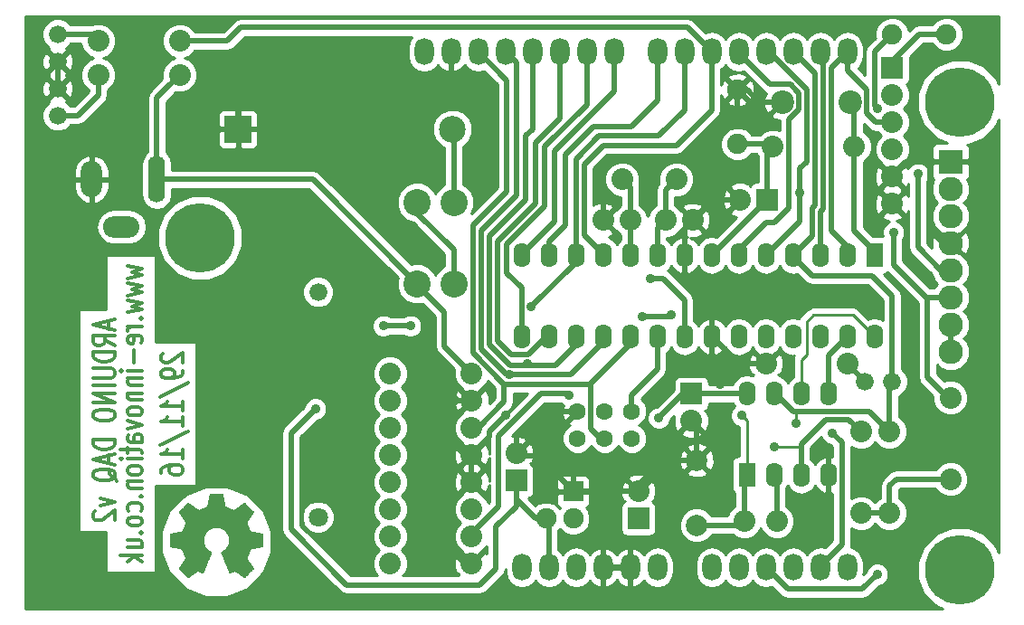
<source format=gbl>
G04 #@! TF.FileFunction,Copper,L2,Bot,Signal*
%FSLAX46Y46*%
G04 Gerber Fmt 4.6, Leading zero omitted, Abs format (unit mm)*
G04 Created by KiCad (PCBNEW 4.0.5) date 12/30/18 13:58:41*
%MOMM*%
%LPD*%
G01*
G04 APERTURE LIST*
%ADD10C,0.150000*%
%ADD11C,0.304800*%
%ADD12C,0.002540*%
%ADD13C,1.676400*%
%ADD14C,1.800860*%
%ADD15C,0.099060*%
%ADD16C,2.032000*%
%ADD17C,1.600200*%
%ADD18O,1.600200X4.399280*%
%ADD19O,1.998980X3.401060*%
%ADD20O,3.401060X1.998980*%
%ADD21C,6.499860*%
%ADD22R,1.998980X1.998980*%
%ADD23C,2.199640*%
%ADD24C,1.998980*%
%ADD25C,2.540000*%
%ADD26R,2.499360X2.499360*%
%ADD27C,2.499360*%
%ADD28R,1.574800X2.286000*%
%ADD29O,1.574800X2.286000*%
%ADD30C,1.905000*%
%ADD31R,1.905000X1.905000*%
%ADD32R,2.286000X2.286000*%
%ADD33C,2.286000*%
%ADD34R,2.032000X2.032000*%
%ADD35O,1.800860X2.540000*%
%ADD36C,0.889000*%
%ADD37C,0.508000*%
%ADD38C,0.254000*%
G04 APERTURE END LIST*
D10*
D11*
X14955762Y26615572D02*
X14859000Y26543001D01*
X14762238Y26397858D01*
X14762238Y26035001D01*
X14859000Y25889858D01*
X14955762Y25817287D01*
X15149286Y25744715D01*
X15342810Y25744715D01*
X15633095Y25817287D01*
X16794238Y26688144D01*
X16794238Y25744715D01*
X16794238Y25019000D02*
X16794238Y24728715D01*
X16697476Y24583572D01*
X16600714Y24511000D01*
X16310429Y24365858D01*
X15923381Y24293286D01*
X15149286Y24293286D01*
X14955762Y24365858D01*
X14859000Y24438429D01*
X14762238Y24583572D01*
X14762238Y24873858D01*
X14859000Y25019000D01*
X14955762Y25091572D01*
X15149286Y25164143D01*
X15633095Y25164143D01*
X15826619Y25091572D01*
X15923381Y25019000D01*
X16020143Y24873858D01*
X16020143Y24583572D01*
X15923381Y24438429D01*
X15826619Y24365858D01*
X15633095Y24293286D01*
X14665476Y22551571D02*
X17278048Y23857857D01*
X16794238Y21245286D02*
X16794238Y22116143D01*
X16794238Y21680715D02*
X14762238Y21680715D01*
X15052524Y21825858D01*
X15246048Y21971000D01*
X15342810Y22116143D01*
X16794238Y19793857D02*
X16794238Y20664714D01*
X16794238Y20229286D02*
X14762238Y20229286D01*
X15052524Y20374429D01*
X15246048Y20519571D01*
X15342810Y20664714D01*
X14665476Y18052142D02*
X17278048Y19358428D01*
X16794238Y16745857D02*
X16794238Y17616714D01*
X16794238Y17181286D02*
X14762238Y17181286D01*
X15052524Y17326429D01*
X15246048Y17471571D01*
X15342810Y17616714D01*
X14762238Y15439571D02*
X14762238Y15729857D01*
X14859000Y15875000D01*
X14955762Y15947571D01*
X15246048Y16092714D01*
X15633095Y16165285D01*
X16407190Y16165285D01*
X16600714Y16092714D01*
X16697476Y16020142D01*
X16794238Y15875000D01*
X16794238Y15584714D01*
X16697476Y15439571D01*
X16600714Y15367000D01*
X16407190Y15294428D01*
X15923381Y15294428D01*
X15729857Y15367000D01*
X15633095Y15439571D01*
X15536333Y15584714D01*
X15536333Y15875000D01*
X15633095Y16020142D01*
X15729857Y16092714D01*
X15923381Y16165285D01*
X11629571Y34816141D02*
X12984238Y34525855D01*
X12016619Y34235569D01*
X12984238Y33945284D01*
X11629571Y33654998D01*
X11629571Y33219570D02*
X12984238Y32929284D01*
X12016619Y32638998D01*
X12984238Y32348713D01*
X11629571Y32058427D01*
X11629571Y31622999D02*
X12984238Y31332713D01*
X12016619Y31042427D01*
X12984238Y30752142D01*
X11629571Y30461856D01*
X12790714Y29881285D02*
X12887476Y29808713D01*
X12984238Y29881285D01*
X12887476Y29953856D01*
X12790714Y29881285D01*
X12984238Y29881285D01*
X12984238Y29155571D02*
X11629571Y29155571D01*
X12016619Y29155571D02*
X11823095Y29082999D01*
X11726333Y29010428D01*
X11629571Y28865285D01*
X11629571Y28720142D01*
X12887476Y27631570D02*
X12984238Y27776713D01*
X12984238Y28066999D01*
X12887476Y28212142D01*
X12693952Y28284713D01*
X11919857Y28284713D01*
X11726333Y28212142D01*
X11629571Y28066999D01*
X11629571Y27776713D01*
X11726333Y27631570D01*
X11919857Y27558999D01*
X12113381Y27558999D01*
X12306905Y28284713D01*
X12210143Y26905856D02*
X12210143Y25744713D01*
X12984238Y25018999D02*
X11629571Y25018999D01*
X10952238Y25018999D02*
X11049000Y25091570D01*
X11145762Y25018999D01*
X11049000Y24946427D01*
X10952238Y25018999D01*
X11145762Y25018999D01*
X11629571Y24293285D02*
X12984238Y24293285D01*
X11823095Y24293285D02*
X11726333Y24220713D01*
X11629571Y24075571D01*
X11629571Y23857856D01*
X11726333Y23712713D01*
X11919857Y23640142D01*
X12984238Y23640142D01*
X11629571Y22914428D02*
X12984238Y22914428D01*
X11823095Y22914428D02*
X11726333Y22841856D01*
X11629571Y22696714D01*
X11629571Y22478999D01*
X11726333Y22333856D01*
X11919857Y22261285D01*
X12984238Y22261285D01*
X12984238Y21317857D02*
X12887476Y21462999D01*
X12790714Y21535571D01*
X12597190Y21608142D01*
X12016619Y21608142D01*
X11823095Y21535571D01*
X11726333Y21462999D01*
X11629571Y21317857D01*
X11629571Y21100142D01*
X11726333Y20954999D01*
X11823095Y20882428D01*
X12016619Y20809857D01*
X12597190Y20809857D01*
X12790714Y20882428D01*
X12887476Y20954999D01*
X12984238Y21100142D01*
X12984238Y21317857D01*
X11629571Y20301857D02*
X12984238Y19939000D01*
X11629571Y19576142D01*
X12984238Y18342428D02*
X11919857Y18342428D01*
X11726333Y18414999D01*
X11629571Y18560142D01*
X11629571Y18850428D01*
X11726333Y18995571D01*
X12887476Y18342428D02*
X12984238Y18487571D01*
X12984238Y18850428D01*
X12887476Y18995571D01*
X12693952Y19068142D01*
X12500429Y19068142D01*
X12306905Y18995571D01*
X12210143Y18850428D01*
X12210143Y18487571D01*
X12113381Y18342428D01*
X11629571Y17834428D02*
X11629571Y17253857D01*
X10952238Y17616714D02*
X12693952Y17616714D01*
X12887476Y17544142D01*
X12984238Y17399000D01*
X12984238Y17253857D01*
X12984238Y16745857D02*
X11629571Y16745857D01*
X10952238Y16745857D02*
X11049000Y16818428D01*
X11145762Y16745857D01*
X11049000Y16673285D01*
X10952238Y16745857D01*
X11145762Y16745857D01*
X12984238Y15802429D02*
X12887476Y15947571D01*
X12790714Y16020143D01*
X12597190Y16092714D01*
X12016619Y16092714D01*
X11823095Y16020143D01*
X11726333Y15947571D01*
X11629571Y15802429D01*
X11629571Y15584714D01*
X11726333Y15439571D01*
X11823095Y15367000D01*
X12016619Y15294429D01*
X12597190Y15294429D01*
X12790714Y15367000D01*
X12887476Y15439571D01*
X12984238Y15584714D01*
X12984238Y15802429D01*
X11629571Y14641286D02*
X12984238Y14641286D01*
X11823095Y14641286D02*
X11726333Y14568714D01*
X11629571Y14423572D01*
X11629571Y14205857D01*
X11726333Y14060714D01*
X11919857Y13988143D01*
X12984238Y13988143D01*
X12790714Y13262429D02*
X12887476Y13189857D01*
X12984238Y13262429D01*
X12887476Y13335000D01*
X12790714Y13262429D01*
X12984238Y13262429D01*
X12887476Y11883572D02*
X12984238Y12028715D01*
X12984238Y12319001D01*
X12887476Y12464143D01*
X12790714Y12536715D01*
X12597190Y12609286D01*
X12016619Y12609286D01*
X11823095Y12536715D01*
X11726333Y12464143D01*
X11629571Y12319001D01*
X11629571Y12028715D01*
X11726333Y11883572D01*
X12984238Y11012715D02*
X12887476Y11157857D01*
X12790714Y11230429D01*
X12597190Y11303000D01*
X12016619Y11303000D01*
X11823095Y11230429D01*
X11726333Y11157857D01*
X11629571Y11012715D01*
X11629571Y10795000D01*
X11726333Y10649857D01*
X11823095Y10577286D01*
X12016619Y10504715D01*
X12597190Y10504715D01*
X12790714Y10577286D01*
X12887476Y10649857D01*
X12984238Y10795000D01*
X12984238Y11012715D01*
X12790714Y9851572D02*
X12887476Y9779000D01*
X12984238Y9851572D01*
X12887476Y9924143D01*
X12790714Y9851572D01*
X12984238Y9851572D01*
X11629571Y8472715D02*
X12984238Y8472715D01*
X11629571Y9125858D02*
X12693952Y9125858D01*
X12887476Y9053286D01*
X12984238Y8908144D01*
X12984238Y8690429D01*
X12887476Y8545286D01*
X12790714Y8472715D01*
X12984238Y7747001D02*
X10952238Y7747001D01*
X12210143Y7601858D02*
X12984238Y7166429D01*
X11629571Y7166429D02*
X12403667Y7747001D01*
X9863667Y29645428D02*
X9863667Y28919714D01*
X10444238Y29790571D02*
X8412238Y29282571D01*
X10444238Y28774571D01*
X10444238Y27395714D02*
X9476619Y27903714D01*
X10444238Y28266571D02*
X8412238Y28266571D01*
X8412238Y27685999D01*
X8509000Y27540857D01*
X8605762Y27468285D01*
X8799286Y27395714D01*
X9089571Y27395714D01*
X9283095Y27468285D01*
X9379857Y27540857D01*
X9476619Y27685999D01*
X9476619Y28266571D01*
X10444238Y26742571D02*
X8412238Y26742571D01*
X8412238Y26379714D01*
X8509000Y26161999D01*
X8702524Y26016857D01*
X8896048Y25944285D01*
X9283095Y25871714D01*
X9573381Y25871714D01*
X9960429Y25944285D01*
X10153952Y26016857D01*
X10347476Y26161999D01*
X10444238Y26379714D01*
X10444238Y26742571D01*
X8412238Y25218571D02*
X10057190Y25218571D01*
X10250714Y25145999D01*
X10347476Y25073428D01*
X10444238Y24928285D01*
X10444238Y24637999D01*
X10347476Y24492857D01*
X10250714Y24420285D01*
X10057190Y24347714D01*
X8412238Y24347714D01*
X10444238Y23622000D02*
X8412238Y23622000D01*
X10444238Y22896286D02*
X8412238Y22896286D01*
X10444238Y22025429D01*
X8412238Y22025429D01*
X8412238Y21009429D02*
X8412238Y20719143D01*
X8509000Y20574001D01*
X8702524Y20428858D01*
X9089571Y20356286D01*
X9766905Y20356286D01*
X10153952Y20428858D01*
X10347476Y20574001D01*
X10444238Y20719143D01*
X10444238Y21009429D01*
X10347476Y21154572D01*
X10153952Y21299715D01*
X9766905Y21372286D01*
X9089571Y21372286D01*
X8702524Y21299715D01*
X8509000Y21154572D01*
X8412238Y21009429D01*
X10444238Y18542001D02*
X8412238Y18542001D01*
X8412238Y18179144D01*
X8509000Y17961429D01*
X8702524Y17816287D01*
X8896048Y17743715D01*
X9283095Y17671144D01*
X9573381Y17671144D01*
X9960429Y17743715D01*
X10153952Y17816287D01*
X10347476Y17961429D01*
X10444238Y18179144D01*
X10444238Y18542001D01*
X9863667Y17090572D02*
X9863667Y16364858D01*
X10444238Y17235715D02*
X8412238Y16727715D01*
X10444238Y16219715D01*
X10637762Y14695715D02*
X10541000Y14840858D01*
X10347476Y14986001D01*
X10057190Y15203715D01*
X9960429Y15348858D01*
X9960429Y15494001D01*
X10444238Y15421429D02*
X10347476Y15566572D01*
X10153952Y15711715D01*
X9766905Y15784286D01*
X9089571Y15784286D01*
X8702524Y15711715D01*
X8509000Y15566572D01*
X8412238Y15421429D01*
X8412238Y15131143D01*
X8509000Y14986001D01*
X8702524Y14840858D01*
X9089571Y14768286D01*
X9766905Y14768286D01*
X10153952Y14840858D01*
X10347476Y14986001D01*
X10444238Y15131143D01*
X10444238Y15421429D01*
X9089571Y13099144D02*
X10444238Y12736287D01*
X9089571Y12373429D01*
X8605762Y11865429D02*
X8509000Y11792858D01*
X8412238Y11647715D01*
X8412238Y11284858D01*
X8509000Y11139715D01*
X8605762Y11067144D01*
X8799286Y10994572D01*
X8992810Y10994572D01*
X9283095Y11067144D01*
X10444238Y11938001D01*
X10444238Y10994572D01*
D12*
G36*
X24236680Y9725660D02*
X24236680Y9166860D01*
X24236680Y9080500D01*
X24236680Y9001760D01*
X24236680Y8933180D01*
X24236680Y8872220D01*
X24236680Y8818880D01*
X24236680Y8770620D01*
X24236680Y8729980D01*
X24236680Y8694420D01*
X24234140Y8666480D01*
X24234140Y8643620D01*
X24234140Y8625840D01*
X24234140Y8610600D01*
X24231600Y8600440D01*
X24231600Y8595360D01*
X24231600Y8592820D01*
X24218900Y8575040D01*
X24201120Y8562340D01*
X24180800Y8554720D01*
X24173180Y8552180D01*
X24157940Y8549640D01*
X24135080Y8547100D01*
X24104600Y8539480D01*
X24069040Y8534400D01*
X24025860Y8524240D01*
X23977600Y8516620D01*
X23926800Y8506460D01*
X23868380Y8496300D01*
X23809960Y8483600D01*
X23746460Y8473440D01*
X23680420Y8460740D01*
X23649940Y8455660D01*
X23571200Y8440420D01*
X23500080Y8427720D01*
X23436580Y8415020D01*
X23380700Y8404860D01*
X23332440Y8394700D01*
X23289260Y8387080D01*
X23251160Y8379460D01*
X23220680Y8374380D01*
X23195280Y8369300D01*
X23172420Y8364220D01*
X23154640Y8359140D01*
X23141940Y8354060D01*
X23129240Y8351520D01*
X23121620Y8348980D01*
X23116540Y8343900D01*
X23111460Y8341360D01*
X23106380Y8338820D01*
X23103840Y8333740D01*
X23101300Y8331200D01*
X23101300Y8328660D01*
X23098760Y8323580D01*
X23093680Y8310880D01*
X23083520Y8288020D01*
X23073360Y8262620D01*
X23060660Y8229600D01*
X23042880Y8191500D01*
X23025100Y8145780D01*
X23007320Y8100060D01*
X22987000Y8046720D01*
X22964140Y7993380D01*
X22941280Y7934960D01*
X22928580Y7901940D01*
X22900640Y7833360D01*
X22875240Y7769860D01*
X22852380Y7716520D01*
X22834600Y7668260D01*
X22816820Y7625080D01*
X22804120Y7589520D01*
X22791420Y7559040D01*
X22781260Y7533640D01*
X22776180Y7513320D01*
X22768560Y7495540D01*
X22766020Y7480300D01*
X22763480Y7470140D01*
X22760940Y7459980D01*
X22760940Y7452360D01*
X22760940Y7447280D01*
X22763480Y7442200D01*
X22766020Y7437120D01*
X22766020Y7432040D01*
X22768560Y7426960D01*
X22778720Y7414260D01*
X22791420Y7396480D01*
X22806660Y7371080D01*
X22826980Y7340600D01*
X22849840Y7305040D01*
X22877780Y7266940D01*
X22908260Y7223760D01*
X22938740Y7175500D01*
X22974300Y7124700D01*
X23009860Y7071360D01*
X23047960Y7018020D01*
X23065740Y6990080D01*
X23103840Y6934200D01*
X23141940Y6880860D01*
X23177500Y6827520D01*
X23210520Y6779260D01*
X23241000Y6733540D01*
X23268940Y6692900D01*
X23294340Y6657340D01*
X23317200Y6624320D01*
X23334980Y6596380D01*
X23350220Y6576060D01*
X23360380Y6560820D01*
X23365460Y6553200D01*
X23365460Y6550660D01*
X23370540Y6532880D01*
X23368000Y6512560D01*
X23365460Y6504940D01*
X23362920Y6499860D01*
X23352760Y6487160D01*
X23334980Y6471920D01*
X23314660Y6449060D01*
X23289260Y6421120D01*
X23256240Y6390640D01*
X23220680Y6352540D01*
X23180040Y6311900D01*
X23136860Y6268720D01*
X23088600Y6220460D01*
X23037800Y6169660D01*
X22984460Y6116320D01*
X22961600Y6093460D01*
X22903180Y6035040D01*
X22849840Y5981700D01*
X22801580Y5933440D01*
X22760940Y5892800D01*
X22722840Y5854700D01*
X22689820Y5824220D01*
X22661880Y5796280D01*
X22639020Y5770880D01*
X22616160Y5753100D01*
X22598380Y5735320D01*
X22585680Y5722620D01*
X22572980Y5712460D01*
X22562820Y5704840D01*
X22555200Y5699760D01*
X22547580Y5694680D01*
X22542500Y5694680D01*
X22537420Y5692140D01*
X22532340Y5694680D01*
X22527260Y5694680D01*
X22524720Y5697220D01*
X22522180Y5697220D01*
X22517100Y5699760D01*
X22504400Y5707380D01*
X22484080Y5720080D01*
X22461220Y5735320D01*
X22430740Y5755640D01*
X22395180Y5781040D01*
X22354540Y5806440D01*
X22311360Y5834380D01*
X22265640Y5867400D01*
X22217380Y5900420D01*
X22166580Y5935980D01*
X22128480Y5961380D01*
X22057360Y6009640D01*
X21996400Y6052820D01*
X21940520Y6090920D01*
X21889720Y6126480D01*
X21846540Y6154420D01*
X21808440Y6182360D01*
X21772880Y6205220D01*
X21744940Y6223000D01*
X21722080Y6240780D01*
X21701760Y6253480D01*
X21683980Y6266180D01*
X21671280Y6273800D01*
X21658580Y6281420D01*
X21650960Y6286500D01*
X21643340Y6289040D01*
X21638260Y6291580D01*
X21635720Y6291580D01*
X21633180Y6291580D01*
X21630640Y6291580D01*
X21625560Y6291580D01*
X21623020Y6291580D01*
X21620480Y6291580D01*
X21615400Y6291580D01*
X21607780Y6291580D01*
X21602700Y6289040D01*
X21592540Y6286500D01*
X21584920Y6283960D01*
X21569680Y6276340D01*
X21554440Y6268720D01*
X21531580Y6258560D01*
X21506180Y6243320D01*
X21475700Y6228080D01*
X21435060Y6207760D01*
X21399500Y6187440D01*
X21351240Y6162040D01*
X21313140Y6141720D01*
X21277580Y6123940D01*
X21252180Y6108700D01*
X21229320Y6098540D01*
X21211540Y6090920D01*
X21196300Y6085840D01*
X21186140Y6083300D01*
X21178520Y6083300D01*
X21170900Y6083300D01*
X21165820Y6088380D01*
X21160740Y6090920D01*
X21158200Y6096000D01*
X21155660Y6101080D01*
X21148040Y6113780D01*
X21140420Y6134100D01*
X21127720Y6162040D01*
X21112480Y6195060D01*
X21097240Y6235700D01*
X21076920Y6281420D01*
X21056600Y6332220D01*
X21031200Y6388100D01*
X21008340Y6446520D01*
X20980400Y6510020D01*
X20952460Y6578600D01*
X20924520Y6647180D01*
X20894040Y6718300D01*
X20863560Y6791960D01*
X20833080Y6868160D01*
X20800060Y6944360D01*
X20769580Y7020560D01*
X20736560Y7099300D01*
X20703540Y7175500D01*
X20673060Y7251700D01*
X20642580Y7325360D01*
X20612100Y7399020D01*
X20584160Y7470140D01*
X20556220Y7536180D01*
X20528280Y7602220D01*
X20502880Y7663180D01*
X20480020Y7721600D01*
X20459700Y7772400D01*
X20439380Y7820660D01*
X20421600Y7863840D01*
X20406360Y7901940D01*
X20396200Y7932420D01*
X20386040Y7955280D01*
X20378420Y7970520D01*
X20375880Y7980680D01*
X20375880Y7980680D01*
X20375880Y7993380D01*
X20378420Y8003540D01*
X20386040Y8016240D01*
X20396200Y8026400D01*
X20413980Y8041640D01*
X20439380Y8056880D01*
X20459700Y8072120D01*
X20482560Y8087360D01*
X20507960Y8102600D01*
X20528280Y8117840D01*
X20546060Y8130540D01*
X20553680Y8133080D01*
X20568920Y8145780D01*
X20586700Y8161020D01*
X20609560Y8176260D01*
X20632420Y8194040D01*
X20637500Y8196580D01*
X20690840Y8239760D01*
X20744180Y8288020D01*
X20794980Y8343900D01*
X20845780Y8399780D01*
X20888960Y8458200D01*
X20916900Y8496300D01*
X20967700Y8585200D01*
X21010880Y8676640D01*
X21046440Y8770620D01*
X21076920Y8867140D01*
X21094700Y8966200D01*
X21107400Y9065260D01*
X21109940Y9166860D01*
X21104860Y9265920D01*
X21092160Y9364980D01*
X21071840Y9464040D01*
X21041360Y9560560D01*
X21028660Y9596120D01*
X20985480Y9692640D01*
X20934680Y9784080D01*
X20878800Y9870440D01*
X20815300Y9949180D01*
X20744180Y10022840D01*
X20667980Y10091420D01*
X20584160Y10152380D01*
X20497800Y10208260D01*
X20436840Y10238740D01*
X20345400Y10279380D01*
X20256500Y10312400D01*
X20167600Y10335260D01*
X20073620Y10350500D01*
X19979640Y10360660D01*
X19903440Y10363200D01*
X19857720Y10360660D01*
X19817080Y10360660D01*
X19781520Y10358120D01*
X19745960Y10353040D01*
X19705320Y10347960D01*
X19677380Y10342880D01*
X19583400Y10320020D01*
X19489420Y10289540D01*
X19397980Y10251440D01*
X19309080Y10208260D01*
X19225260Y10154920D01*
X19146520Y10096500D01*
X19070320Y10033000D01*
X19009360Y9969500D01*
X18943320Y9888220D01*
X18882360Y9804400D01*
X18831560Y9715500D01*
X18788380Y9621520D01*
X18752820Y9525000D01*
X18724880Y9423400D01*
X18704560Y9316720D01*
X18702020Y9301480D01*
X18699480Y9273540D01*
X18696940Y9240520D01*
X18696940Y9202420D01*
X18696940Y9161780D01*
X18696940Y9118600D01*
X18699480Y9077960D01*
X18702020Y9042400D01*
X18704560Y9009380D01*
X18704560Y8999220D01*
X18722340Y8895080D01*
X18750280Y8793480D01*
X18785840Y8696960D01*
X18829020Y8602980D01*
X18879820Y8514080D01*
X18940780Y8425180D01*
X18950940Y8409940D01*
X18978880Y8376920D01*
X19011900Y8341360D01*
X19047460Y8305800D01*
X19085560Y8267700D01*
X19121120Y8234680D01*
X19156680Y8206740D01*
X19169380Y8196580D01*
X19189700Y8181340D01*
X19212560Y8163560D01*
X19235420Y8148320D01*
X19250660Y8135620D01*
X19253200Y8133080D01*
X19268440Y8122920D01*
X19288760Y8110220D01*
X19311620Y8094980D01*
X19334480Y8079740D01*
X19347180Y8072120D01*
X19375120Y8051800D01*
X19397980Y8036560D01*
X19413220Y8023860D01*
X19423380Y8011160D01*
X19428460Y8001000D01*
X19431000Y7990840D01*
X19431000Y7980680D01*
X19428460Y7975600D01*
X19423380Y7960360D01*
X19413220Y7940040D01*
X19403060Y7912100D01*
X19390360Y7876540D01*
X19372580Y7835900D01*
X19354800Y7790180D01*
X19334480Y7739380D01*
X19311620Y7683500D01*
X19286220Y7622540D01*
X19260820Y7559040D01*
X19232880Y7493000D01*
X19202400Y7421880D01*
X19174460Y7350760D01*
X19143980Y7277100D01*
X19110960Y7200900D01*
X19080480Y7124700D01*
X19047460Y7048500D01*
X19016980Y6969760D01*
X18983960Y6893560D01*
X18953480Y6817360D01*
X18923000Y6743700D01*
X18892520Y6670040D01*
X18862040Y6601460D01*
X18834100Y6532880D01*
X18808700Y6469380D01*
X18780760Y6408420D01*
X18757900Y6350000D01*
X18735040Y6299200D01*
X18717260Y6250940D01*
X18696940Y6207760D01*
X18681700Y6172200D01*
X18669000Y6141720D01*
X18658840Y6118860D01*
X18653760Y6103620D01*
X18648680Y6096000D01*
X18648680Y6096000D01*
X18643600Y6090920D01*
X18638520Y6085840D01*
X18633440Y6083300D01*
X18625820Y6083300D01*
X18615660Y6083300D01*
X18605500Y6088380D01*
X18590260Y6093460D01*
X18569940Y6103620D01*
X18544540Y6113780D01*
X18516600Y6129020D01*
X18481040Y6149340D01*
X18437860Y6172200D01*
X18407380Y6187440D01*
X18361660Y6210300D01*
X18326100Y6230620D01*
X18293080Y6248400D01*
X18270220Y6261100D01*
X18249900Y6271260D01*
X18232120Y6278880D01*
X18219420Y6283960D01*
X18211800Y6286500D01*
X18204180Y6289040D01*
X18196560Y6291580D01*
X18191480Y6291580D01*
X18186400Y6291580D01*
X18181320Y6291580D01*
X18178780Y6291580D01*
X18176240Y6291580D01*
X18173700Y6291580D01*
X18171160Y6291580D01*
X18166080Y6291580D01*
X18161000Y6289040D01*
X18153380Y6283960D01*
X18143220Y6278880D01*
X18133060Y6271260D01*
X18117820Y6263640D01*
X18100040Y6250940D01*
X18077180Y6235700D01*
X18051780Y6217920D01*
X18021300Y6197600D01*
X17985740Y6172200D01*
X17945100Y6144260D01*
X17899380Y6113780D01*
X17846040Y6078220D01*
X17787620Y6035040D01*
X17724120Y5991860D01*
X17670780Y5956300D01*
X17619980Y5920740D01*
X17569180Y5887720D01*
X17523460Y5854700D01*
X17480280Y5826760D01*
X17439640Y5798820D01*
X17404080Y5775960D01*
X17376140Y5753100D01*
X17350740Y5737860D01*
X17330420Y5725160D01*
X17320260Y5717540D01*
X17315180Y5712460D01*
X17292320Y5699760D01*
X17272000Y5694680D01*
X17251680Y5694680D01*
X17251680Y5694680D01*
X17246600Y5697220D01*
X17236440Y5707380D01*
X17218660Y5722620D01*
X17195800Y5745480D01*
X17167860Y5773420D01*
X17132300Y5806440D01*
X17091660Y5847080D01*
X17043400Y5895340D01*
X16990060Y5946140D01*
X16931640Y6007100D01*
X16865600Y6073140D01*
X16840200Y6098540D01*
X16781780Y6156960D01*
X16728440Y6210300D01*
X16680180Y6258560D01*
X16639540Y6299200D01*
X16601440Y6337300D01*
X16568420Y6367780D01*
X16543020Y6398260D01*
X16517620Y6421120D01*
X16497300Y6441440D01*
X16482060Y6459220D01*
X16469360Y6471920D01*
X16459200Y6484620D01*
X16449040Y6494780D01*
X16443960Y6502400D01*
X16441420Y6507480D01*
X16438880Y6510020D01*
X16436340Y6515100D01*
X16436340Y6515100D01*
X16433800Y6530340D01*
X16436340Y6543040D01*
X16436340Y6545580D01*
X16441420Y6550660D01*
X16449040Y6563360D01*
X16459200Y6581140D01*
X16476980Y6606540D01*
X16497300Y6634480D01*
X16520160Y6670040D01*
X16548100Y6710680D01*
X16576040Y6753860D01*
X16609060Y6802120D01*
X16644620Y6850380D01*
X16680180Y6903720D01*
X16718280Y6959600D01*
X16736060Y6985000D01*
X16774160Y7040880D01*
X16809720Y7094220D01*
X16845280Y7145020D01*
X16878300Y7195820D01*
X16911320Y7239000D01*
X16939260Y7282180D01*
X16964660Y7320280D01*
X16987520Y7353300D01*
X17005300Y7378700D01*
X17020540Y7401560D01*
X17030700Y7416800D01*
X17035780Y7426960D01*
X17035780Y7426960D01*
X17038320Y7432040D01*
X17040860Y7437120D01*
X17043400Y7444740D01*
X17045940Y7449820D01*
X17045940Y7457440D01*
X17043400Y7467600D01*
X17040860Y7477760D01*
X17038320Y7490460D01*
X17033240Y7508240D01*
X17025620Y7528560D01*
X17015460Y7553960D01*
X17005300Y7584440D01*
X16990060Y7620000D01*
X16974820Y7660640D01*
X16957040Y7706360D01*
X16934180Y7762240D01*
X16911320Y7823200D01*
X16883380Y7891780D01*
X16878300Y7901940D01*
X16855440Y7960360D01*
X16832580Y8016240D01*
X16809720Y8069580D01*
X16791940Y8120380D01*
X16771620Y8166100D01*
X16756380Y8206740D01*
X16741140Y8244840D01*
X16728440Y8275320D01*
X16718280Y8298180D01*
X16710660Y8315960D01*
X16705580Y8326120D01*
X16705580Y8328660D01*
X16703040Y8333740D01*
X16700500Y8336280D01*
X16697960Y8338820D01*
X16692880Y8343900D01*
X16687800Y8346440D01*
X16680180Y8348980D01*
X16670020Y8354060D01*
X16657320Y8356600D01*
X16642080Y8361680D01*
X16621760Y8366760D01*
X16596360Y8371840D01*
X16568420Y8376920D01*
X16532860Y8384540D01*
X16492220Y8392160D01*
X16446500Y8399780D01*
X16393160Y8409940D01*
X16334740Y8422640D01*
X16266160Y8435340D01*
X16189960Y8448040D01*
X16154400Y8455660D01*
X16088360Y8468360D01*
X16024860Y8478520D01*
X15961360Y8491220D01*
X15902940Y8501380D01*
X15849600Y8511540D01*
X15798800Y8521700D01*
X15753080Y8529320D01*
X15714980Y8536940D01*
X15681960Y8544560D01*
X15656560Y8549640D01*
X15636240Y8552180D01*
X15626080Y8554720D01*
X15623540Y8554720D01*
X15603220Y8564880D01*
X15585440Y8580120D01*
X15572740Y8597900D01*
X15572740Y8602980D01*
X15570200Y8610600D01*
X15570200Y8623300D01*
X15570200Y8643620D01*
X15567660Y8669020D01*
X15567660Y8704580D01*
X15567660Y8747760D01*
X15567660Y8798560D01*
X15567660Y8854440D01*
X15567660Y8923020D01*
X15567660Y8996680D01*
X15567660Y9080500D01*
X15567660Y9171940D01*
X15567660Y9174480D01*
X15570200Y9725660D01*
X15582900Y9743440D01*
X15593060Y9753600D01*
X15603220Y9761220D01*
X15605760Y9763760D01*
X15613380Y9766300D01*
X15626080Y9768840D01*
X15648940Y9771380D01*
X15676880Y9779000D01*
X15712440Y9784080D01*
X15755620Y9791700D01*
X15801340Y9801860D01*
X15854680Y9812020D01*
X15910560Y9822180D01*
X15971520Y9834880D01*
X16035020Y9845040D01*
X16101060Y9857740D01*
X16151860Y9867900D01*
X16235680Y9883140D01*
X16316960Y9898380D01*
X16388080Y9911080D01*
X16454120Y9923780D01*
X16512540Y9936480D01*
X16563340Y9944100D01*
X16606520Y9954260D01*
X16642080Y9961880D01*
X16670020Y9966960D01*
X16687800Y9972040D01*
X16700500Y9974580D01*
X16700500Y9974580D01*
X16715740Y9984740D01*
X16728440Y9997440D01*
X16730980Y9999980D01*
X16733520Y10007600D01*
X16741140Y10022840D01*
X16751300Y10043160D01*
X16764000Y10071100D01*
X16779240Y10104120D01*
X16794480Y10139680D01*
X16812260Y10182860D01*
X16832580Y10226040D01*
X16852900Y10274300D01*
X16873220Y10322560D01*
X16893540Y10373360D01*
X16916400Y10424160D01*
X16936720Y10472420D01*
X16959580Y10523220D01*
X16979900Y10571480D01*
X16997680Y10614660D01*
X17015460Y10657840D01*
X17030700Y10695940D01*
X17045940Y10728960D01*
X17056100Y10759440D01*
X17066260Y10779760D01*
X17071340Y10797540D01*
X17076420Y10805160D01*
X17076420Y10805160D01*
X17076420Y10822940D01*
X17071340Y10838180D01*
X17071340Y10840720D01*
X17068800Y10845800D01*
X17061180Y10858500D01*
X17048480Y10878820D01*
X17030700Y10904220D01*
X17010380Y10934700D01*
X16987520Y10970260D01*
X16959580Y11010900D01*
X16929100Y11054080D01*
X16896080Y11102340D01*
X16863060Y11153140D01*
X16824960Y11206480D01*
X16786860Y11264900D01*
X16756380Y11308080D01*
X16718280Y11366500D01*
X16680180Y11422380D01*
X16642080Y11475720D01*
X16609060Y11526520D01*
X16576040Y11572240D01*
X16545560Y11615420D01*
X16520160Y11653520D01*
X16497300Y11689080D01*
X16476980Y11717020D01*
X16461740Y11742420D01*
X16449040Y11760200D01*
X16441420Y11770360D01*
X16438880Y11772900D01*
X16436340Y11788140D01*
X16436340Y11805920D01*
X16436340Y11811000D01*
X16438880Y11813540D01*
X16438880Y11816080D01*
X16441420Y11821160D01*
X16446500Y11826240D01*
X16451580Y11833860D01*
X16459200Y11844020D01*
X16469360Y11854180D01*
X16482060Y11869420D01*
X16497300Y11884660D01*
X16517620Y11904980D01*
X16540480Y11927840D01*
X16565880Y11955780D01*
X16598900Y11986260D01*
X16634460Y12021820D01*
X16675100Y12062460D01*
X16720820Y12110720D01*
X16771620Y12161520D01*
X16830040Y12219940D01*
X16837660Y12227560D01*
X16896080Y12285980D01*
X16949420Y12339320D01*
X16997680Y12385040D01*
X17038320Y12428220D01*
X17076420Y12463780D01*
X17109440Y12496800D01*
X17137380Y12524740D01*
X17160240Y12547600D01*
X17180560Y12567920D01*
X17198340Y12583160D01*
X17211040Y12595860D01*
X17223740Y12606020D01*
X17231360Y12613640D01*
X17238980Y12621260D01*
X17244060Y12623800D01*
X17249140Y12626340D01*
X17251680Y12628880D01*
X17254220Y12628880D01*
X17269460Y12628880D01*
X17284700Y12626340D01*
X17284700Y12626340D01*
X17289780Y12623800D01*
X17302480Y12616180D01*
X17322800Y12603480D01*
X17345660Y12588240D01*
X17376140Y12567920D01*
X17411700Y12542520D01*
X17452340Y12517120D01*
X17495520Y12486640D01*
X17543780Y12453620D01*
X17594580Y12418060D01*
X17647920Y12382500D01*
X17706340Y12344400D01*
X17752060Y12311380D01*
X17810480Y12270740D01*
X17866360Y12232640D01*
X17919700Y12197080D01*
X17970500Y12161520D01*
X18018760Y12128500D01*
X18061940Y12098020D01*
X18102580Y12072620D01*
X18138140Y12047220D01*
X18168620Y12026900D01*
X18191480Y12011660D01*
X18209260Y11998960D01*
X18221960Y11991340D01*
X18227040Y11988800D01*
X18232120Y11983720D01*
X18237200Y11981180D01*
X18244820Y11981180D01*
X18249900Y11978640D01*
X18257520Y11978640D01*
X18267680Y11978640D01*
X18280380Y11981180D01*
X18295620Y11986260D01*
X18313400Y11991340D01*
X18336260Y11998960D01*
X18361660Y12009120D01*
X18392140Y12021820D01*
X18430240Y12037060D01*
X18473420Y12054840D01*
X18521680Y12075160D01*
X18577560Y12098020D01*
X18641060Y12123420D01*
X18676620Y12136120D01*
X18750280Y12166600D01*
X18813780Y12194540D01*
X18872200Y12217400D01*
X18920460Y12237720D01*
X18961100Y12255500D01*
X18996660Y12270740D01*
X19024600Y12283440D01*
X19044920Y12293600D01*
X19060160Y12298680D01*
X19067780Y12303760D01*
X19067780Y12303760D01*
X19077940Y12316460D01*
X19085560Y12331700D01*
X19088100Y12334240D01*
X19088100Y12341860D01*
X19093180Y12357100D01*
X19095720Y12379960D01*
X19103340Y12410440D01*
X19108420Y12446000D01*
X19118580Y12489180D01*
X19126200Y12537440D01*
X19136360Y12590780D01*
X19149060Y12646660D01*
X19159220Y12707620D01*
X19171920Y12773660D01*
X19184620Y12839700D01*
X19194780Y12903200D01*
X19207480Y12971780D01*
X19220180Y13037820D01*
X19232880Y13101320D01*
X19245580Y13162280D01*
X19255740Y13218160D01*
X19265900Y13271500D01*
X19273520Y13317220D01*
X19281140Y13357860D01*
X19288760Y13393420D01*
X19293840Y13421360D01*
X19298920Y13444220D01*
X19301460Y13456920D01*
X19304000Y13462000D01*
X19311620Y13472160D01*
X19321780Y13482320D01*
X19324320Y13484860D01*
X19339560Y13495020D01*
X19903440Y13495020D01*
X20467320Y13495020D01*
X20482560Y13482320D01*
X20495260Y13472160D01*
X20502880Y13462000D01*
X20505420Y13459460D01*
X20505420Y13451840D01*
X20507960Y13439140D01*
X20513040Y13416280D01*
X20518120Y13385800D01*
X20525740Y13350240D01*
X20533360Y13309600D01*
X20543520Y13261340D01*
X20553680Y13208000D01*
X20563840Y13152120D01*
X20576540Y13091160D01*
X20586700Y13027660D01*
X20599400Y12959080D01*
X20612100Y12890500D01*
X20627340Y12809220D01*
X20642580Y12733020D01*
X20655280Y12666980D01*
X20665440Y12606020D01*
X20675600Y12555220D01*
X20685760Y12509500D01*
X20693380Y12468860D01*
X20698460Y12435840D01*
X20706080Y12405360D01*
X20711160Y12382500D01*
X20716240Y12362180D01*
X20718780Y12346940D01*
X20723860Y12331700D01*
X20726400Y12321540D01*
X20728940Y12313920D01*
X20734020Y12308840D01*
X20736560Y12306300D01*
X20739100Y12301220D01*
X20744180Y12298680D01*
X20746720Y12296140D01*
X20749260Y12296140D01*
X20754340Y12293600D01*
X20767040Y12285980D01*
X20787360Y12278360D01*
X20815300Y12268200D01*
X20848320Y12252960D01*
X20886420Y12237720D01*
X20929600Y12219940D01*
X20975320Y12199620D01*
X21026120Y12179300D01*
X21079460Y12158980D01*
X21135340Y12136120D01*
X21135340Y12136120D01*
X21201380Y12108180D01*
X21262340Y12082780D01*
X21313140Y12062460D01*
X21358860Y12042140D01*
X21399500Y12026900D01*
X21432520Y12014200D01*
X21460460Y12004040D01*
X21485860Y11993880D01*
X21506180Y11988800D01*
X21521420Y11983720D01*
X21536660Y11981180D01*
X21546820Y11978640D01*
X21554440Y11978640D01*
X21562060Y11981180D01*
X21569680Y11981180D01*
X21574760Y11986260D01*
X21582380Y11988800D01*
X21587460Y11993880D01*
X21595080Y11996420D01*
X21607780Y12006580D01*
X21628100Y12019280D01*
X21656040Y12037060D01*
X21686520Y12059920D01*
X21722080Y12085320D01*
X21765260Y12113260D01*
X21808440Y12143740D01*
X21859240Y12176760D01*
X21910040Y12212320D01*
X21963380Y12250420D01*
X22019260Y12288520D01*
X22059900Y12316460D01*
X22118320Y12354560D01*
X22171660Y12392660D01*
X22225000Y12428220D01*
X22275800Y12463780D01*
X22321520Y12494260D01*
X22364700Y12524740D01*
X22405340Y12550140D01*
X22438360Y12573000D01*
X22466300Y12590780D01*
X22489160Y12608560D01*
X22506940Y12618720D01*
X22517100Y12623800D01*
X22522180Y12626340D01*
X22534880Y12628880D01*
X22550120Y12628880D01*
X22552660Y12628880D01*
X22555200Y12626340D01*
X22560280Y12626340D01*
X22565360Y12621260D01*
X22570440Y12616180D01*
X22580600Y12608560D01*
X22590760Y12600940D01*
X22603460Y12588240D01*
X22618700Y12573000D01*
X22639020Y12555220D01*
X22661880Y12532360D01*
X22687280Y12506960D01*
X22717760Y12476480D01*
X22753320Y12440920D01*
X22793960Y12400280D01*
X22839680Y12357100D01*
X22890480Y12306300D01*
X22946360Y12247880D01*
X22969220Y12227560D01*
X23027640Y12169140D01*
X23078440Y12115800D01*
X23126700Y12067540D01*
X23167340Y12026900D01*
X23205440Y11991340D01*
X23235920Y11958320D01*
X23263860Y11930380D01*
X23286720Y11907520D01*
X23307040Y11887200D01*
X23322280Y11869420D01*
X23334980Y11856720D01*
X23345140Y11844020D01*
X23352760Y11836400D01*
X23360380Y11828780D01*
X23362920Y11821160D01*
X23365460Y11818620D01*
X23368000Y11813540D01*
X23370540Y11811000D01*
X23370540Y11808460D01*
X23370540Y11805920D01*
X23370540Y11788140D01*
X23365460Y11772900D01*
X23362920Y11767820D01*
X23355300Y11755120D01*
X23342600Y11737340D01*
X23324820Y11711940D01*
X23304500Y11681460D01*
X23281640Y11645900D01*
X23253700Y11605260D01*
X23223220Y11562080D01*
X23190200Y11513820D01*
X23157180Y11463020D01*
X23119080Y11409680D01*
X23080980Y11353800D01*
X23053040Y11313160D01*
X23012400Y11254740D01*
X22974300Y11201400D01*
X22938740Y11148060D01*
X22905720Y11097260D01*
X22872700Y11049000D01*
X22842220Y11005820D01*
X22816820Y10967720D01*
X22793960Y10932160D01*
X22773640Y10901680D01*
X22758400Y10878820D01*
X22745700Y10861040D01*
X22740620Y10850880D01*
X22738080Y10845800D01*
X22730460Y10822940D01*
X22730460Y10807700D01*
X22733000Y10802620D01*
X22738080Y10787380D01*
X22745700Y10767060D01*
X22758400Y10739120D01*
X22771100Y10706100D01*
X22786340Y10668000D01*
X22804120Y10627360D01*
X22821900Y10584180D01*
X22842220Y10535920D01*
X22862540Y10487660D01*
X22885400Y10436860D01*
X22905720Y10386060D01*
X22926040Y10335260D01*
X22948900Y10287000D01*
X22969220Y10238740D01*
X22989540Y10193020D01*
X23007320Y10149840D01*
X23025100Y10111740D01*
X23037800Y10078720D01*
X23053040Y10048240D01*
X23063200Y10025380D01*
X23070820Y10010140D01*
X23073360Y9999980D01*
X23075900Y9999980D01*
X23086060Y9987280D01*
X23101300Y9977120D01*
X23103840Y9974580D01*
X23111460Y9972040D01*
X23129240Y9969500D01*
X23152100Y9964420D01*
X23185120Y9956800D01*
X23225760Y9949180D01*
X23274020Y9939020D01*
X23329900Y9928860D01*
X23393400Y9916160D01*
X23461980Y9903460D01*
X23540720Y9888220D01*
X23622000Y9872980D01*
X23647400Y9867900D01*
X23715980Y9855200D01*
X23782020Y9845040D01*
X23845520Y9832340D01*
X23903940Y9822180D01*
X23959820Y9812020D01*
X24010620Y9801860D01*
X24056340Y9791700D01*
X24096980Y9784080D01*
X24130000Y9779000D01*
X24157940Y9773920D01*
X24175720Y9768840D01*
X24188420Y9766300D01*
X24190960Y9766300D01*
X24208740Y9756140D01*
X24223980Y9743440D01*
X24236680Y9725660D01*
X24236680Y9725660D01*
X24236680Y9725660D01*
G37*
X24236680Y9725660D02*
X24236680Y9166860D01*
X24236680Y9080500D01*
X24236680Y9001760D01*
X24236680Y8933180D01*
X24236680Y8872220D01*
X24236680Y8818880D01*
X24236680Y8770620D01*
X24236680Y8729980D01*
X24236680Y8694420D01*
X24234140Y8666480D01*
X24234140Y8643620D01*
X24234140Y8625840D01*
X24234140Y8610600D01*
X24231600Y8600440D01*
X24231600Y8595360D01*
X24231600Y8592820D01*
X24218900Y8575040D01*
X24201120Y8562340D01*
X24180800Y8554720D01*
X24173180Y8552180D01*
X24157940Y8549640D01*
X24135080Y8547100D01*
X24104600Y8539480D01*
X24069040Y8534400D01*
X24025860Y8524240D01*
X23977600Y8516620D01*
X23926800Y8506460D01*
X23868380Y8496300D01*
X23809960Y8483600D01*
X23746460Y8473440D01*
X23680420Y8460740D01*
X23649940Y8455660D01*
X23571200Y8440420D01*
X23500080Y8427720D01*
X23436580Y8415020D01*
X23380700Y8404860D01*
X23332440Y8394700D01*
X23289260Y8387080D01*
X23251160Y8379460D01*
X23220680Y8374380D01*
X23195280Y8369300D01*
X23172420Y8364220D01*
X23154640Y8359140D01*
X23141940Y8354060D01*
X23129240Y8351520D01*
X23121620Y8348980D01*
X23116540Y8343900D01*
X23111460Y8341360D01*
X23106380Y8338820D01*
X23103840Y8333740D01*
X23101300Y8331200D01*
X23101300Y8328660D01*
X23098760Y8323580D01*
X23093680Y8310880D01*
X23083520Y8288020D01*
X23073360Y8262620D01*
X23060660Y8229600D01*
X23042880Y8191500D01*
X23025100Y8145780D01*
X23007320Y8100060D01*
X22987000Y8046720D01*
X22964140Y7993380D01*
X22941280Y7934960D01*
X22928580Y7901940D01*
X22900640Y7833360D01*
X22875240Y7769860D01*
X22852380Y7716520D01*
X22834600Y7668260D01*
X22816820Y7625080D01*
X22804120Y7589520D01*
X22791420Y7559040D01*
X22781260Y7533640D01*
X22776180Y7513320D01*
X22768560Y7495540D01*
X22766020Y7480300D01*
X22763480Y7470140D01*
X22760940Y7459980D01*
X22760940Y7452360D01*
X22760940Y7447280D01*
X22763480Y7442200D01*
X22766020Y7437120D01*
X22766020Y7432040D01*
X22768560Y7426960D01*
X22778720Y7414260D01*
X22791420Y7396480D01*
X22806660Y7371080D01*
X22826980Y7340600D01*
X22849840Y7305040D01*
X22877780Y7266940D01*
X22908260Y7223760D01*
X22938740Y7175500D01*
X22974300Y7124700D01*
X23009860Y7071360D01*
X23047960Y7018020D01*
X23065740Y6990080D01*
X23103840Y6934200D01*
X23141940Y6880860D01*
X23177500Y6827520D01*
X23210520Y6779260D01*
X23241000Y6733540D01*
X23268940Y6692900D01*
X23294340Y6657340D01*
X23317200Y6624320D01*
X23334980Y6596380D01*
X23350220Y6576060D01*
X23360380Y6560820D01*
X23365460Y6553200D01*
X23365460Y6550660D01*
X23370540Y6532880D01*
X23368000Y6512560D01*
X23365460Y6504940D01*
X23362920Y6499860D01*
X23352760Y6487160D01*
X23334980Y6471920D01*
X23314660Y6449060D01*
X23289260Y6421120D01*
X23256240Y6390640D01*
X23220680Y6352540D01*
X23180040Y6311900D01*
X23136860Y6268720D01*
X23088600Y6220460D01*
X23037800Y6169660D01*
X22984460Y6116320D01*
X22961600Y6093460D01*
X22903180Y6035040D01*
X22849840Y5981700D01*
X22801580Y5933440D01*
X22760940Y5892800D01*
X22722840Y5854700D01*
X22689820Y5824220D01*
X22661880Y5796280D01*
X22639020Y5770880D01*
X22616160Y5753100D01*
X22598380Y5735320D01*
X22585680Y5722620D01*
X22572980Y5712460D01*
X22562820Y5704840D01*
X22555200Y5699760D01*
X22547580Y5694680D01*
X22542500Y5694680D01*
X22537420Y5692140D01*
X22532340Y5694680D01*
X22527260Y5694680D01*
X22524720Y5697220D01*
X22522180Y5697220D01*
X22517100Y5699760D01*
X22504400Y5707380D01*
X22484080Y5720080D01*
X22461220Y5735320D01*
X22430740Y5755640D01*
X22395180Y5781040D01*
X22354540Y5806440D01*
X22311360Y5834380D01*
X22265640Y5867400D01*
X22217380Y5900420D01*
X22166580Y5935980D01*
X22128480Y5961380D01*
X22057360Y6009640D01*
X21996400Y6052820D01*
X21940520Y6090920D01*
X21889720Y6126480D01*
X21846540Y6154420D01*
X21808440Y6182360D01*
X21772880Y6205220D01*
X21744940Y6223000D01*
X21722080Y6240780D01*
X21701760Y6253480D01*
X21683980Y6266180D01*
X21671280Y6273800D01*
X21658580Y6281420D01*
X21650960Y6286500D01*
X21643340Y6289040D01*
X21638260Y6291580D01*
X21635720Y6291580D01*
X21633180Y6291580D01*
X21630640Y6291580D01*
X21625560Y6291580D01*
X21623020Y6291580D01*
X21620480Y6291580D01*
X21615400Y6291580D01*
X21607780Y6291580D01*
X21602700Y6289040D01*
X21592540Y6286500D01*
X21584920Y6283960D01*
X21569680Y6276340D01*
X21554440Y6268720D01*
X21531580Y6258560D01*
X21506180Y6243320D01*
X21475700Y6228080D01*
X21435060Y6207760D01*
X21399500Y6187440D01*
X21351240Y6162040D01*
X21313140Y6141720D01*
X21277580Y6123940D01*
X21252180Y6108700D01*
X21229320Y6098540D01*
X21211540Y6090920D01*
X21196300Y6085840D01*
X21186140Y6083300D01*
X21178520Y6083300D01*
X21170900Y6083300D01*
X21165820Y6088380D01*
X21160740Y6090920D01*
X21158200Y6096000D01*
X21155660Y6101080D01*
X21148040Y6113780D01*
X21140420Y6134100D01*
X21127720Y6162040D01*
X21112480Y6195060D01*
X21097240Y6235700D01*
X21076920Y6281420D01*
X21056600Y6332220D01*
X21031200Y6388100D01*
X21008340Y6446520D01*
X20980400Y6510020D01*
X20952460Y6578600D01*
X20924520Y6647180D01*
X20894040Y6718300D01*
X20863560Y6791960D01*
X20833080Y6868160D01*
X20800060Y6944360D01*
X20769580Y7020560D01*
X20736560Y7099300D01*
X20703540Y7175500D01*
X20673060Y7251700D01*
X20642580Y7325360D01*
X20612100Y7399020D01*
X20584160Y7470140D01*
X20556220Y7536180D01*
X20528280Y7602220D01*
X20502880Y7663180D01*
X20480020Y7721600D01*
X20459700Y7772400D01*
X20439380Y7820660D01*
X20421600Y7863840D01*
X20406360Y7901940D01*
X20396200Y7932420D01*
X20386040Y7955280D01*
X20378420Y7970520D01*
X20375880Y7980680D01*
X20375880Y7980680D01*
X20375880Y7993380D01*
X20378420Y8003540D01*
X20386040Y8016240D01*
X20396200Y8026400D01*
X20413980Y8041640D01*
X20439380Y8056880D01*
X20459700Y8072120D01*
X20482560Y8087360D01*
X20507960Y8102600D01*
X20528280Y8117840D01*
X20546060Y8130540D01*
X20553680Y8133080D01*
X20568920Y8145780D01*
X20586700Y8161020D01*
X20609560Y8176260D01*
X20632420Y8194040D01*
X20637500Y8196580D01*
X20690840Y8239760D01*
X20744180Y8288020D01*
X20794980Y8343900D01*
X20845780Y8399780D01*
X20888960Y8458200D01*
X20916900Y8496300D01*
X20967700Y8585200D01*
X21010880Y8676640D01*
X21046440Y8770620D01*
X21076920Y8867140D01*
X21094700Y8966200D01*
X21107400Y9065260D01*
X21109940Y9166860D01*
X21104860Y9265920D01*
X21092160Y9364980D01*
X21071840Y9464040D01*
X21041360Y9560560D01*
X21028660Y9596120D01*
X20985480Y9692640D01*
X20934680Y9784080D01*
X20878800Y9870440D01*
X20815300Y9949180D01*
X20744180Y10022840D01*
X20667980Y10091420D01*
X20584160Y10152380D01*
X20497800Y10208260D01*
X20436840Y10238740D01*
X20345400Y10279380D01*
X20256500Y10312400D01*
X20167600Y10335260D01*
X20073620Y10350500D01*
X19979640Y10360660D01*
X19903440Y10363200D01*
X19857720Y10360660D01*
X19817080Y10360660D01*
X19781520Y10358120D01*
X19745960Y10353040D01*
X19705320Y10347960D01*
X19677380Y10342880D01*
X19583400Y10320020D01*
X19489420Y10289540D01*
X19397980Y10251440D01*
X19309080Y10208260D01*
X19225260Y10154920D01*
X19146520Y10096500D01*
X19070320Y10033000D01*
X19009360Y9969500D01*
X18943320Y9888220D01*
X18882360Y9804400D01*
X18831560Y9715500D01*
X18788380Y9621520D01*
X18752820Y9525000D01*
X18724880Y9423400D01*
X18704560Y9316720D01*
X18702020Y9301480D01*
X18699480Y9273540D01*
X18696940Y9240520D01*
X18696940Y9202420D01*
X18696940Y9161780D01*
X18696940Y9118600D01*
X18699480Y9077960D01*
X18702020Y9042400D01*
X18704560Y9009380D01*
X18704560Y8999220D01*
X18722340Y8895080D01*
X18750280Y8793480D01*
X18785840Y8696960D01*
X18829020Y8602980D01*
X18879820Y8514080D01*
X18940780Y8425180D01*
X18950940Y8409940D01*
X18978880Y8376920D01*
X19011900Y8341360D01*
X19047460Y8305800D01*
X19085560Y8267700D01*
X19121120Y8234680D01*
X19156680Y8206740D01*
X19169380Y8196580D01*
X19189700Y8181340D01*
X19212560Y8163560D01*
X19235420Y8148320D01*
X19250660Y8135620D01*
X19253200Y8133080D01*
X19268440Y8122920D01*
X19288760Y8110220D01*
X19311620Y8094980D01*
X19334480Y8079740D01*
X19347180Y8072120D01*
X19375120Y8051800D01*
X19397980Y8036560D01*
X19413220Y8023860D01*
X19423380Y8011160D01*
X19428460Y8001000D01*
X19431000Y7990840D01*
X19431000Y7980680D01*
X19428460Y7975600D01*
X19423380Y7960360D01*
X19413220Y7940040D01*
X19403060Y7912100D01*
X19390360Y7876540D01*
X19372580Y7835900D01*
X19354800Y7790180D01*
X19334480Y7739380D01*
X19311620Y7683500D01*
X19286220Y7622540D01*
X19260820Y7559040D01*
X19232880Y7493000D01*
X19202400Y7421880D01*
X19174460Y7350760D01*
X19143980Y7277100D01*
X19110960Y7200900D01*
X19080480Y7124700D01*
X19047460Y7048500D01*
X19016980Y6969760D01*
X18983960Y6893560D01*
X18953480Y6817360D01*
X18923000Y6743700D01*
X18892520Y6670040D01*
X18862040Y6601460D01*
X18834100Y6532880D01*
X18808700Y6469380D01*
X18780760Y6408420D01*
X18757900Y6350000D01*
X18735040Y6299200D01*
X18717260Y6250940D01*
X18696940Y6207760D01*
X18681700Y6172200D01*
X18669000Y6141720D01*
X18658840Y6118860D01*
X18653760Y6103620D01*
X18648680Y6096000D01*
X18648680Y6096000D01*
X18643600Y6090920D01*
X18638520Y6085840D01*
X18633440Y6083300D01*
X18625820Y6083300D01*
X18615660Y6083300D01*
X18605500Y6088380D01*
X18590260Y6093460D01*
X18569940Y6103620D01*
X18544540Y6113780D01*
X18516600Y6129020D01*
X18481040Y6149340D01*
X18437860Y6172200D01*
X18407380Y6187440D01*
X18361660Y6210300D01*
X18326100Y6230620D01*
X18293080Y6248400D01*
X18270220Y6261100D01*
X18249900Y6271260D01*
X18232120Y6278880D01*
X18219420Y6283960D01*
X18211800Y6286500D01*
X18204180Y6289040D01*
X18196560Y6291580D01*
X18191480Y6291580D01*
X18186400Y6291580D01*
X18181320Y6291580D01*
X18178780Y6291580D01*
X18176240Y6291580D01*
X18173700Y6291580D01*
X18171160Y6291580D01*
X18166080Y6291580D01*
X18161000Y6289040D01*
X18153380Y6283960D01*
X18143220Y6278880D01*
X18133060Y6271260D01*
X18117820Y6263640D01*
X18100040Y6250940D01*
X18077180Y6235700D01*
X18051780Y6217920D01*
X18021300Y6197600D01*
X17985740Y6172200D01*
X17945100Y6144260D01*
X17899380Y6113780D01*
X17846040Y6078220D01*
X17787620Y6035040D01*
X17724120Y5991860D01*
X17670780Y5956300D01*
X17619980Y5920740D01*
X17569180Y5887720D01*
X17523460Y5854700D01*
X17480280Y5826760D01*
X17439640Y5798820D01*
X17404080Y5775960D01*
X17376140Y5753100D01*
X17350740Y5737860D01*
X17330420Y5725160D01*
X17320260Y5717540D01*
X17315180Y5712460D01*
X17292320Y5699760D01*
X17272000Y5694680D01*
X17251680Y5694680D01*
X17251680Y5694680D01*
X17246600Y5697220D01*
X17236440Y5707380D01*
X17218660Y5722620D01*
X17195800Y5745480D01*
X17167860Y5773420D01*
X17132300Y5806440D01*
X17091660Y5847080D01*
X17043400Y5895340D01*
X16990060Y5946140D01*
X16931640Y6007100D01*
X16865600Y6073140D01*
X16840200Y6098540D01*
X16781780Y6156960D01*
X16728440Y6210300D01*
X16680180Y6258560D01*
X16639540Y6299200D01*
X16601440Y6337300D01*
X16568420Y6367780D01*
X16543020Y6398260D01*
X16517620Y6421120D01*
X16497300Y6441440D01*
X16482060Y6459220D01*
X16469360Y6471920D01*
X16459200Y6484620D01*
X16449040Y6494780D01*
X16443960Y6502400D01*
X16441420Y6507480D01*
X16438880Y6510020D01*
X16436340Y6515100D01*
X16436340Y6515100D01*
X16433800Y6530340D01*
X16436340Y6543040D01*
X16436340Y6545580D01*
X16441420Y6550660D01*
X16449040Y6563360D01*
X16459200Y6581140D01*
X16476980Y6606540D01*
X16497300Y6634480D01*
X16520160Y6670040D01*
X16548100Y6710680D01*
X16576040Y6753860D01*
X16609060Y6802120D01*
X16644620Y6850380D01*
X16680180Y6903720D01*
X16718280Y6959600D01*
X16736060Y6985000D01*
X16774160Y7040880D01*
X16809720Y7094220D01*
X16845280Y7145020D01*
X16878300Y7195820D01*
X16911320Y7239000D01*
X16939260Y7282180D01*
X16964660Y7320280D01*
X16987520Y7353300D01*
X17005300Y7378700D01*
X17020540Y7401560D01*
X17030700Y7416800D01*
X17035780Y7426960D01*
X17035780Y7426960D01*
X17038320Y7432040D01*
X17040860Y7437120D01*
X17043400Y7444740D01*
X17045940Y7449820D01*
X17045940Y7457440D01*
X17043400Y7467600D01*
X17040860Y7477760D01*
X17038320Y7490460D01*
X17033240Y7508240D01*
X17025620Y7528560D01*
X17015460Y7553960D01*
X17005300Y7584440D01*
X16990060Y7620000D01*
X16974820Y7660640D01*
X16957040Y7706360D01*
X16934180Y7762240D01*
X16911320Y7823200D01*
X16883380Y7891780D01*
X16878300Y7901940D01*
X16855440Y7960360D01*
X16832580Y8016240D01*
X16809720Y8069580D01*
X16791940Y8120380D01*
X16771620Y8166100D01*
X16756380Y8206740D01*
X16741140Y8244840D01*
X16728440Y8275320D01*
X16718280Y8298180D01*
X16710660Y8315960D01*
X16705580Y8326120D01*
X16705580Y8328660D01*
X16703040Y8333740D01*
X16700500Y8336280D01*
X16697960Y8338820D01*
X16692880Y8343900D01*
X16687800Y8346440D01*
X16680180Y8348980D01*
X16670020Y8354060D01*
X16657320Y8356600D01*
X16642080Y8361680D01*
X16621760Y8366760D01*
X16596360Y8371840D01*
X16568420Y8376920D01*
X16532860Y8384540D01*
X16492220Y8392160D01*
X16446500Y8399780D01*
X16393160Y8409940D01*
X16334740Y8422640D01*
X16266160Y8435340D01*
X16189960Y8448040D01*
X16154400Y8455660D01*
X16088360Y8468360D01*
X16024860Y8478520D01*
X15961360Y8491220D01*
X15902940Y8501380D01*
X15849600Y8511540D01*
X15798800Y8521700D01*
X15753080Y8529320D01*
X15714980Y8536940D01*
X15681960Y8544560D01*
X15656560Y8549640D01*
X15636240Y8552180D01*
X15626080Y8554720D01*
X15623540Y8554720D01*
X15603220Y8564880D01*
X15585440Y8580120D01*
X15572740Y8597900D01*
X15572740Y8602980D01*
X15570200Y8610600D01*
X15570200Y8623300D01*
X15570200Y8643620D01*
X15567660Y8669020D01*
X15567660Y8704580D01*
X15567660Y8747760D01*
X15567660Y8798560D01*
X15567660Y8854440D01*
X15567660Y8923020D01*
X15567660Y8996680D01*
X15567660Y9080500D01*
X15567660Y9171940D01*
X15567660Y9174480D01*
X15570200Y9725660D01*
X15582900Y9743440D01*
X15593060Y9753600D01*
X15603220Y9761220D01*
X15605760Y9763760D01*
X15613380Y9766300D01*
X15626080Y9768840D01*
X15648940Y9771380D01*
X15676880Y9779000D01*
X15712440Y9784080D01*
X15755620Y9791700D01*
X15801340Y9801860D01*
X15854680Y9812020D01*
X15910560Y9822180D01*
X15971520Y9834880D01*
X16035020Y9845040D01*
X16101060Y9857740D01*
X16151860Y9867900D01*
X16235680Y9883140D01*
X16316960Y9898380D01*
X16388080Y9911080D01*
X16454120Y9923780D01*
X16512540Y9936480D01*
X16563340Y9944100D01*
X16606520Y9954260D01*
X16642080Y9961880D01*
X16670020Y9966960D01*
X16687800Y9972040D01*
X16700500Y9974580D01*
X16700500Y9974580D01*
X16715740Y9984740D01*
X16728440Y9997440D01*
X16730980Y9999980D01*
X16733520Y10007600D01*
X16741140Y10022840D01*
X16751300Y10043160D01*
X16764000Y10071100D01*
X16779240Y10104120D01*
X16794480Y10139680D01*
X16812260Y10182860D01*
X16832580Y10226040D01*
X16852900Y10274300D01*
X16873220Y10322560D01*
X16893540Y10373360D01*
X16916400Y10424160D01*
X16936720Y10472420D01*
X16959580Y10523220D01*
X16979900Y10571480D01*
X16997680Y10614660D01*
X17015460Y10657840D01*
X17030700Y10695940D01*
X17045940Y10728960D01*
X17056100Y10759440D01*
X17066260Y10779760D01*
X17071340Y10797540D01*
X17076420Y10805160D01*
X17076420Y10805160D01*
X17076420Y10822940D01*
X17071340Y10838180D01*
X17071340Y10840720D01*
X17068800Y10845800D01*
X17061180Y10858500D01*
X17048480Y10878820D01*
X17030700Y10904220D01*
X17010380Y10934700D01*
X16987520Y10970260D01*
X16959580Y11010900D01*
X16929100Y11054080D01*
X16896080Y11102340D01*
X16863060Y11153140D01*
X16824960Y11206480D01*
X16786860Y11264900D01*
X16756380Y11308080D01*
X16718280Y11366500D01*
X16680180Y11422380D01*
X16642080Y11475720D01*
X16609060Y11526520D01*
X16576040Y11572240D01*
X16545560Y11615420D01*
X16520160Y11653520D01*
X16497300Y11689080D01*
X16476980Y11717020D01*
X16461740Y11742420D01*
X16449040Y11760200D01*
X16441420Y11770360D01*
X16438880Y11772900D01*
X16436340Y11788140D01*
X16436340Y11805920D01*
X16436340Y11811000D01*
X16438880Y11813540D01*
X16438880Y11816080D01*
X16441420Y11821160D01*
X16446500Y11826240D01*
X16451580Y11833860D01*
X16459200Y11844020D01*
X16469360Y11854180D01*
X16482060Y11869420D01*
X16497300Y11884660D01*
X16517620Y11904980D01*
X16540480Y11927840D01*
X16565880Y11955780D01*
X16598900Y11986260D01*
X16634460Y12021820D01*
X16675100Y12062460D01*
X16720820Y12110720D01*
X16771620Y12161520D01*
X16830040Y12219940D01*
X16837660Y12227560D01*
X16896080Y12285980D01*
X16949420Y12339320D01*
X16997680Y12385040D01*
X17038320Y12428220D01*
X17076420Y12463780D01*
X17109440Y12496800D01*
X17137380Y12524740D01*
X17160240Y12547600D01*
X17180560Y12567920D01*
X17198340Y12583160D01*
X17211040Y12595860D01*
X17223740Y12606020D01*
X17231360Y12613640D01*
X17238980Y12621260D01*
X17244060Y12623800D01*
X17249140Y12626340D01*
X17251680Y12628880D01*
X17254220Y12628880D01*
X17269460Y12628880D01*
X17284700Y12626340D01*
X17284700Y12626340D01*
X17289780Y12623800D01*
X17302480Y12616180D01*
X17322800Y12603480D01*
X17345660Y12588240D01*
X17376140Y12567920D01*
X17411700Y12542520D01*
X17452340Y12517120D01*
X17495520Y12486640D01*
X17543780Y12453620D01*
X17594580Y12418060D01*
X17647920Y12382500D01*
X17706340Y12344400D01*
X17752060Y12311380D01*
X17810480Y12270740D01*
X17866360Y12232640D01*
X17919700Y12197080D01*
X17970500Y12161520D01*
X18018760Y12128500D01*
X18061940Y12098020D01*
X18102580Y12072620D01*
X18138140Y12047220D01*
X18168620Y12026900D01*
X18191480Y12011660D01*
X18209260Y11998960D01*
X18221960Y11991340D01*
X18227040Y11988800D01*
X18232120Y11983720D01*
X18237200Y11981180D01*
X18244820Y11981180D01*
X18249900Y11978640D01*
X18257520Y11978640D01*
X18267680Y11978640D01*
X18280380Y11981180D01*
X18295620Y11986260D01*
X18313400Y11991340D01*
X18336260Y11998960D01*
X18361660Y12009120D01*
X18392140Y12021820D01*
X18430240Y12037060D01*
X18473420Y12054840D01*
X18521680Y12075160D01*
X18577560Y12098020D01*
X18641060Y12123420D01*
X18676620Y12136120D01*
X18750280Y12166600D01*
X18813780Y12194540D01*
X18872200Y12217400D01*
X18920460Y12237720D01*
X18961100Y12255500D01*
X18996660Y12270740D01*
X19024600Y12283440D01*
X19044920Y12293600D01*
X19060160Y12298680D01*
X19067780Y12303760D01*
X19067780Y12303760D01*
X19077940Y12316460D01*
X19085560Y12331700D01*
X19088100Y12334240D01*
X19088100Y12341860D01*
X19093180Y12357100D01*
X19095720Y12379960D01*
X19103340Y12410440D01*
X19108420Y12446000D01*
X19118580Y12489180D01*
X19126200Y12537440D01*
X19136360Y12590780D01*
X19149060Y12646660D01*
X19159220Y12707620D01*
X19171920Y12773660D01*
X19184620Y12839700D01*
X19194780Y12903200D01*
X19207480Y12971780D01*
X19220180Y13037820D01*
X19232880Y13101320D01*
X19245580Y13162280D01*
X19255740Y13218160D01*
X19265900Y13271500D01*
X19273520Y13317220D01*
X19281140Y13357860D01*
X19288760Y13393420D01*
X19293840Y13421360D01*
X19298920Y13444220D01*
X19301460Y13456920D01*
X19304000Y13462000D01*
X19311620Y13472160D01*
X19321780Y13482320D01*
X19324320Y13484860D01*
X19339560Y13495020D01*
X19903440Y13495020D01*
X20467320Y13495020D01*
X20482560Y13482320D01*
X20495260Y13472160D01*
X20502880Y13462000D01*
X20505420Y13459460D01*
X20505420Y13451840D01*
X20507960Y13439140D01*
X20513040Y13416280D01*
X20518120Y13385800D01*
X20525740Y13350240D01*
X20533360Y13309600D01*
X20543520Y13261340D01*
X20553680Y13208000D01*
X20563840Y13152120D01*
X20576540Y13091160D01*
X20586700Y13027660D01*
X20599400Y12959080D01*
X20612100Y12890500D01*
X20627340Y12809220D01*
X20642580Y12733020D01*
X20655280Y12666980D01*
X20665440Y12606020D01*
X20675600Y12555220D01*
X20685760Y12509500D01*
X20693380Y12468860D01*
X20698460Y12435840D01*
X20706080Y12405360D01*
X20711160Y12382500D01*
X20716240Y12362180D01*
X20718780Y12346940D01*
X20723860Y12331700D01*
X20726400Y12321540D01*
X20728940Y12313920D01*
X20734020Y12308840D01*
X20736560Y12306300D01*
X20739100Y12301220D01*
X20744180Y12298680D01*
X20746720Y12296140D01*
X20749260Y12296140D01*
X20754340Y12293600D01*
X20767040Y12285980D01*
X20787360Y12278360D01*
X20815300Y12268200D01*
X20848320Y12252960D01*
X20886420Y12237720D01*
X20929600Y12219940D01*
X20975320Y12199620D01*
X21026120Y12179300D01*
X21079460Y12158980D01*
X21135340Y12136120D01*
X21135340Y12136120D01*
X21201380Y12108180D01*
X21262340Y12082780D01*
X21313140Y12062460D01*
X21358860Y12042140D01*
X21399500Y12026900D01*
X21432520Y12014200D01*
X21460460Y12004040D01*
X21485860Y11993880D01*
X21506180Y11988800D01*
X21521420Y11983720D01*
X21536660Y11981180D01*
X21546820Y11978640D01*
X21554440Y11978640D01*
X21562060Y11981180D01*
X21569680Y11981180D01*
X21574760Y11986260D01*
X21582380Y11988800D01*
X21587460Y11993880D01*
X21595080Y11996420D01*
X21607780Y12006580D01*
X21628100Y12019280D01*
X21656040Y12037060D01*
X21686520Y12059920D01*
X21722080Y12085320D01*
X21765260Y12113260D01*
X21808440Y12143740D01*
X21859240Y12176760D01*
X21910040Y12212320D01*
X21963380Y12250420D01*
X22019260Y12288520D01*
X22059900Y12316460D01*
X22118320Y12354560D01*
X22171660Y12392660D01*
X22225000Y12428220D01*
X22275800Y12463780D01*
X22321520Y12494260D01*
X22364700Y12524740D01*
X22405340Y12550140D01*
X22438360Y12573000D01*
X22466300Y12590780D01*
X22489160Y12608560D01*
X22506940Y12618720D01*
X22517100Y12623800D01*
X22522180Y12626340D01*
X22534880Y12628880D01*
X22550120Y12628880D01*
X22552660Y12628880D01*
X22555200Y12626340D01*
X22560280Y12626340D01*
X22565360Y12621260D01*
X22570440Y12616180D01*
X22580600Y12608560D01*
X22590760Y12600940D01*
X22603460Y12588240D01*
X22618700Y12573000D01*
X22639020Y12555220D01*
X22661880Y12532360D01*
X22687280Y12506960D01*
X22717760Y12476480D01*
X22753320Y12440920D01*
X22793960Y12400280D01*
X22839680Y12357100D01*
X22890480Y12306300D01*
X22946360Y12247880D01*
X22969220Y12227560D01*
X23027640Y12169140D01*
X23078440Y12115800D01*
X23126700Y12067540D01*
X23167340Y12026900D01*
X23205440Y11991340D01*
X23235920Y11958320D01*
X23263860Y11930380D01*
X23286720Y11907520D01*
X23307040Y11887200D01*
X23322280Y11869420D01*
X23334980Y11856720D01*
X23345140Y11844020D01*
X23352760Y11836400D01*
X23360380Y11828780D01*
X23362920Y11821160D01*
X23365460Y11818620D01*
X23368000Y11813540D01*
X23370540Y11811000D01*
X23370540Y11808460D01*
X23370540Y11805920D01*
X23370540Y11788140D01*
X23365460Y11772900D01*
X23362920Y11767820D01*
X23355300Y11755120D01*
X23342600Y11737340D01*
X23324820Y11711940D01*
X23304500Y11681460D01*
X23281640Y11645900D01*
X23253700Y11605260D01*
X23223220Y11562080D01*
X23190200Y11513820D01*
X23157180Y11463020D01*
X23119080Y11409680D01*
X23080980Y11353800D01*
X23053040Y11313160D01*
X23012400Y11254740D01*
X22974300Y11201400D01*
X22938740Y11148060D01*
X22905720Y11097260D01*
X22872700Y11049000D01*
X22842220Y11005820D01*
X22816820Y10967720D01*
X22793960Y10932160D01*
X22773640Y10901680D01*
X22758400Y10878820D01*
X22745700Y10861040D01*
X22740620Y10850880D01*
X22738080Y10845800D01*
X22730460Y10822940D01*
X22730460Y10807700D01*
X22733000Y10802620D01*
X22738080Y10787380D01*
X22745700Y10767060D01*
X22758400Y10739120D01*
X22771100Y10706100D01*
X22786340Y10668000D01*
X22804120Y10627360D01*
X22821900Y10584180D01*
X22842220Y10535920D01*
X22862540Y10487660D01*
X22885400Y10436860D01*
X22905720Y10386060D01*
X22926040Y10335260D01*
X22948900Y10287000D01*
X22969220Y10238740D01*
X22989540Y10193020D01*
X23007320Y10149840D01*
X23025100Y10111740D01*
X23037800Y10078720D01*
X23053040Y10048240D01*
X23063200Y10025380D01*
X23070820Y10010140D01*
X23073360Y9999980D01*
X23075900Y9999980D01*
X23086060Y9987280D01*
X23101300Y9977120D01*
X23103840Y9974580D01*
X23111460Y9972040D01*
X23129240Y9969500D01*
X23152100Y9964420D01*
X23185120Y9956800D01*
X23225760Y9949180D01*
X23274020Y9939020D01*
X23329900Y9928860D01*
X23393400Y9916160D01*
X23461980Y9903460D01*
X23540720Y9888220D01*
X23622000Y9872980D01*
X23647400Y9867900D01*
X23715980Y9855200D01*
X23782020Y9845040D01*
X23845520Y9832340D01*
X23903940Y9822180D01*
X23959820Y9812020D01*
X24010620Y9801860D01*
X24056340Y9791700D01*
X24096980Y9784080D01*
X24130000Y9779000D01*
X24157940Y9773920D01*
X24175720Y9768840D01*
X24188420Y9766300D01*
X24190960Y9766300D01*
X24208740Y9756140D01*
X24223980Y9743440D01*
X24236680Y9725660D01*
X24236680Y9725660D01*
D13*
X29464000Y32385000D03*
D14*
X29464000Y11303000D03*
D15*
X19939000Y9017000D03*
D16*
X58674000Y39116000D03*
X56134000Y39116000D03*
D17*
X58801000Y18669000D03*
X58801000Y21209000D03*
X56261000Y18669000D03*
X56261000Y21209000D03*
X53721000Y18669000D03*
X53721000Y21209000D03*
D13*
X5080000Y56515000D03*
X5080000Y53975000D03*
X5080000Y48895000D03*
X5080000Y51435000D03*
D18*
X14351000Y42926000D03*
D19*
X8255000Y42926000D03*
D20*
X11049000Y38481000D03*
D21*
X89535000Y6350000D03*
D22*
X83185000Y53340000D03*
D16*
X83185000Y50800000D03*
X83185000Y48260000D03*
X83185000Y45720000D03*
X83185000Y43180000D03*
X83185000Y40640000D03*
D23*
X72898000Y50165000D03*
X79248000Y50165000D03*
D24*
X64897000Y10541000D03*
X64897000Y16637000D03*
D25*
X42164000Y33147000D03*
X42164000Y40767000D03*
D16*
X72390000Y10922000D03*
X69342000Y10922000D03*
D26*
X21971000Y47625000D03*
D27*
X42037000Y47625000D03*
D28*
X69596000Y15240000D03*
D29*
X72136000Y15240000D03*
X74676000Y15240000D03*
X77216000Y15240000D03*
X77216000Y22860000D03*
X74676000Y22860000D03*
X72136000Y22860000D03*
X69596000Y22860000D03*
D16*
X62992000Y42926000D03*
X57912000Y42926000D03*
D30*
X53340000Y11176000D03*
D31*
X53340000Y13716000D03*
D30*
X50800000Y11176000D03*
D32*
X88646000Y44577000D03*
D33*
X88646000Y42037000D03*
X88646000Y39497000D03*
X88646000Y36957000D03*
X88646000Y34417000D03*
X88646000Y31877000D03*
X88646000Y29337000D03*
X88646000Y26797000D03*
D16*
X43815000Y12065000D03*
X36195000Y12065000D03*
X82931000Y11684000D03*
X82931000Y19304000D03*
X80264000Y11684000D03*
X80264000Y19304000D03*
X72009000Y45974000D03*
X79629000Y45974000D03*
X16510000Y52705000D03*
X8890000Y52705000D03*
X36195000Y6985000D03*
X43815000Y6985000D03*
X78994000Y25654000D03*
X71374000Y25654000D03*
X43815000Y9525000D03*
X36195000Y9525000D03*
X43815000Y19685000D03*
X36195000Y19685000D03*
X36195000Y17145000D03*
X43815000Y17145000D03*
X36195000Y22225000D03*
X43815000Y22225000D03*
X88646000Y14859000D03*
X88646000Y22479000D03*
X16510000Y55880000D03*
X8890000Y55880000D03*
X36195000Y14605000D03*
X43815000Y14605000D03*
D34*
X71501000Y41021000D03*
D16*
X68961000Y41021000D03*
D34*
X64389000Y22860000D03*
D16*
X64389000Y20320000D03*
D34*
X48006000Y14732000D03*
D16*
X48006000Y17272000D03*
D34*
X59436000Y11176000D03*
D16*
X59436000Y13716000D03*
D30*
X68707000Y46228000D03*
X68707000Y51308000D03*
X83185000Y56515000D03*
X88265000Y56515000D03*
D13*
X83185000Y24003000D03*
X80645000Y24003000D03*
D29*
X78994000Y35814000D03*
X76454000Y35814000D03*
X73914000Y35814000D03*
X71374000Y35814000D03*
X68834000Y35814000D03*
X66294000Y35814000D03*
X63754000Y35814000D03*
X61214000Y35814000D03*
X58674000Y35814000D03*
X56134000Y35814000D03*
X53594000Y35814000D03*
X51054000Y35814000D03*
X48514000Y35814000D03*
D28*
X81534000Y35814000D03*
D29*
X48514000Y28194000D03*
X51054000Y28194000D03*
X53594000Y28194000D03*
X56134000Y28194000D03*
X58674000Y28194000D03*
X61214000Y28194000D03*
X63754000Y28194000D03*
X66294000Y28194000D03*
X68834000Y28194000D03*
X71374000Y28194000D03*
X73914000Y28194000D03*
X76454000Y28194000D03*
X78994000Y28194000D03*
X81534000Y28194000D03*
D16*
X36195000Y24765000D03*
X43815000Y24765000D03*
D25*
X38735000Y40767000D03*
X38735000Y33147000D03*
D21*
X89535000Y50165000D03*
X18415000Y37465000D03*
D16*
X61976000Y39116000D03*
X64516000Y39116000D03*
D35*
X78994000Y6604000D03*
X76454000Y6604000D03*
X73914000Y6604000D03*
X66294000Y6604000D03*
X68834000Y6604000D03*
X71374000Y6604000D03*
X61214000Y6604000D03*
X58674000Y6604000D03*
X56134000Y6604000D03*
X51054000Y6604000D03*
X48514000Y6604000D03*
X78994000Y54864000D03*
X76454000Y54864000D03*
X73914000Y54864000D03*
X71374000Y54864000D03*
X68834000Y54864000D03*
X66294000Y54864000D03*
X63754000Y54864000D03*
X61214000Y54864000D03*
X57150000Y54864000D03*
X54610000Y54864000D03*
X52070000Y54864000D03*
X49530000Y54864000D03*
X46990000Y54864000D03*
X44450000Y54864000D03*
X41910000Y54864000D03*
X39370000Y54864000D03*
X53594000Y6604000D03*
D36*
X85598000Y43434000D03*
X81788000Y5969000D03*
X29210000Y21463000D03*
X77597000Y19177000D03*
X49403000Y30988000D03*
X52959000Y22733000D03*
X49022000Y25654000D03*
X35560000Y29210000D03*
X38100000Y29210000D03*
X47371000Y24638000D03*
X74168000Y20066000D03*
X74549000Y41656000D03*
X83312000Y37973000D03*
X67056000Y23749000D03*
X35433000Y27432000D03*
X46990000Y20828000D03*
X81788000Y49530000D03*
X59817000Y30099000D03*
X62484000Y30226000D03*
X61341000Y20574000D03*
X69088000Y20828000D03*
X60579000Y33655000D03*
X72136000Y17907000D03*
D37*
X15303500Y51498500D02*
X16510000Y52705000D01*
X82931000Y14224000D02*
X83566000Y14859000D01*
X71755000Y46228000D02*
X72009000Y45974000D01*
X82931000Y11684000D02*
X82931000Y14224000D01*
X69723000Y39243000D02*
X71501000Y41021000D01*
X14351000Y50546000D02*
X15303500Y51498500D01*
X28956000Y42926000D02*
X38735000Y33147000D01*
X14351000Y46863000D02*
X14351000Y47117000D01*
X14351000Y42926000D02*
X14351000Y46355000D01*
X38735000Y33147000D02*
X38735000Y33020000D01*
X66294000Y35814000D02*
X69723000Y39243000D01*
X41275000Y27305000D02*
X43815000Y24765000D01*
X85598000Y36576000D02*
X85598000Y43434000D01*
X58801000Y22733000D02*
X61214000Y25146000D01*
X14351000Y42926000D02*
X28956000Y42926000D01*
X14351000Y47117000D02*
X14351000Y50546000D01*
X41275000Y30480000D02*
X41275000Y27305000D01*
X38735000Y33020000D02*
X41275000Y30480000D01*
X87757000Y34417000D02*
X85598000Y36576000D01*
X71501000Y41021000D02*
X71501000Y45466000D01*
X68707000Y46228000D02*
X71755000Y46228000D01*
X83566000Y14859000D02*
X88646000Y14859000D01*
X88646000Y26797000D02*
X88646000Y29337000D01*
X14351000Y42926000D02*
X14351000Y50546000D01*
X14351000Y50546000D02*
X16510000Y52705000D01*
X88646000Y34417000D02*
X87757000Y34417000D01*
X71501000Y45466000D02*
X72009000Y45974000D01*
X61214000Y25146000D02*
X61214000Y28194000D01*
X80264000Y11684000D02*
X82931000Y11684000D01*
X14351000Y46355000D02*
X14351000Y46990000D01*
X58801000Y21209000D02*
X58801000Y22733000D01*
X79121000Y4572000D02*
X73406000Y4572000D01*
X81788000Y5969000D02*
X80391000Y4572000D01*
X73406000Y4572000D02*
X71374000Y6604000D01*
X80391000Y4572000D02*
X79121000Y4572000D01*
X52578000Y38608000D02*
X52578000Y45212000D01*
X51054000Y37084000D02*
X52578000Y38608000D01*
X58801000Y47879000D02*
X61214000Y50292000D01*
X61214000Y50292000D02*
X61214000Y54864000D01*
X55245000Y47879000D02*
X58801000Y47879000D01*
X52578000Y45212000D02*
X55245000Y47879000D01*
X51054000Y35814000D02*
X51054000Y37084000D01*
X51562000Y38989000D02*
X51562000Y45593000D01*
X57150000Y51181000D02*
X57150000Y54864000D01*
X51562000Y45593000D02*
X57150000Y51181000D01*
X48514000Y35941000D02*
X51562000Y38989000D01*
X48514000Y35814000D02*
X48514000Y35941000D01*
X47117000Y34163000D02*
X47117000Y36830000D01*
X48514000Y28194000D02*
X48514000Y32766000D01*
X47117000Y36830000D02*
X50673000Y40386000D01*
X50673000Y45974000D02*
X54610000Y49911000D01*
X50673000Y40386000D02*
X50673000Y45974000D01*
X48514000Y32766000D02*
X47117000Y34163000D01*
X54610000Y49911000D02*
X54610000Y54864000D01*
X46101000Y10414000D02*
X46101000Y6477000D01*
X46101000Y6477000D02*
X44577000Y4953000D01*
X50800000Y11176000D02*
X49784000Y11176000D01*
X26924000Y10160000D02*
X26924000Y19177000D01*
X48006000Y12319000D02*
X46101000Y10414000D01*
X49784000Y11176000D02*
X48006000Y12954000D01*
X48006000Y14732000D02*
X48006000Y12319000D01*
X26924000Y19177000D02*
X29210000Y21463000D01*
X51054000Y10922000D02*
X50800000Y11176000D01*
X32131000Y4953000D02*
X26924000Y10160000D01*
X51054000Y6604000D02*
X51054000Y10922000D01*
X48006000Y12954000D02*
X48006000Y14732000D01*
X44577000Y4953000D02*
X32131000Y4953000D01*
X78486000Y8763000D02*
X78486000Y18288000D01*
X77216000Y22860000D02*
X77216000Y25908000D01*
X76454000Y6731000D02*
X78486000Y8763000D01*
X78486000Y18288000D02*
X77597000Y19177000D01*
X76454000Y6604000D02*
X76454000Y6731000D01*
X77216000Y26416000D02*
X78994000Y28194000D01*
X77216000Y26416000D02*
X78994000Y28194000D01*
X77216000Y22860000D02*
X77216000Y26416000D01*
D38*
X74676000Y22860000D02*
X74676000Y26035000D01*
X79502000Y30226000D02*
X81534000Y28194000D01*
X75819000Y30226000D02*
X79502000Y30226000D01*
X75184000Y29591000D02*
X75819000Y30226000D01*
X75184000Y26543000D02*
X75184000Y29591000D01*
X74676000Y26035000D02*
X75184000Y26543000D01*
D37*
X53594000Y35814000D02*
X53594000Y44831000D01*
X61341000Y46990000D02*
X63754000Y49403000D01*
X55753000Y46990000D02*
X61341000Y46990000D01*
X63754000Y49403000D02*
X63754000Y54864000D01*
X53594000Y44831000D02*
X55753000Y46990000D01*
X53594000Y35179000D02*
X49403000Y30988000D01*
X53594000Y35814000D02*
X53594000Y35179000D01*
X49784000Y40640000D02*
X49784000Y46355000D01*
X50292000Y22860000D02*
X52832000Y22860000D01*
X46228000Y27813000D02*
X46228000Y36830000D01*
X43815000Y9525000D02*
X43815000Y9779000D01*
X50800000Y28194000D02*
X49149000Y26543000D01*
X46228000Y37084000D02*
X49784000Y40640000D01*
X46355000Y18923000D02*
X50292000Y22860000D01*
X52070000Y48641000D02*
X52070000Y54864000D01*
X49784000Y46355000D02*
X52070000Y48641000D01*
X51054000Y28194000D02*
X50800000Y28194000D01*
X52832000Y22860000D02*
X52959000Y22733000D01*
X47498000Y26543000D02*
X46228000Y27813000D01*
X43815000Y9779000D02*
X46355000Y12319000D01*
X46355000Y12319000D02*
X46355000Y18923000D01*
X49149000Y26543000D02*
X47498000Y26543000D01*
X46228000Y36830000D02*
X46228000Y37084000D01*
X49149000Y25527000D02*
X49657000Y25527000D01*
X47426880Y25527000D02*
X45460920Y27492960D01*
X53594000Y27432000D02*
X51689000Y25527000D01*
X49530000Y47625000D02*
X49530000Y54864000D01*
X45460920Y36830000D02*
X45460920Y37586920D01*
X53594000Y28194000D02*
X53594000Y27432000D01*
X48895000Y46990000D02*
X49530000Y47625000D01*
X45460920Y27492960D02*
X45460920Y36830000D01*
X45460920Y37586920D02*
X48895000Y41021000D01*
X51689000Y25527000D02*
X49657000Y25527000D01*
X48895000Y41021000D02*
X48895000Y46990000D01*
X49022000Y25654000D02*
X49149000Y25527000D01*
X49657000Y25527000D02*
X47426880Y25527000D01*
X47117000Y24638000D02*
X44693840Y27061160D01*
X47371000Y24638000D02*
X48260000Y24638000D01*
X48006000Y53848000D02*
X46990000Y54864000D01*
X38100000Y29210000D02*
X35560000Y29210000D01*
X48006000Y41402000D02*
X48006000Y53848000D01*
X53086000Y24638000D02*
X48260000Y24638000D01*
X48260000Y24638000D02*
X47117000Y24638000D01*
X44693840Y38089840D02*
X48006000Y41402000D01*
X56134000Y28194000D02*
X56134000Y27686000D01*
X56134000Y27686000D02*
X53086000Y24638000D01*
X44693840Y27061160D02*
X44693840Y36830000D01*
X44693840Y36830000D02*
X44693840Y38089840D01*
X54991000Y19558000D02*
X54991000Y23622000D01*
X46863000Y23749000D02*
X43926760Y26685240D01*
X47117000Y41783000D02*
X47117000Y52197000D01*
X46863000Y22098000D02*
X46863000Y23749000D01*
X43815000Y19685000D02*
X44450000Y19685000D01*
X56261000Y18669000D02*
X55880000Y18669000D01*
X43926760Y26685240D02*
X43926760Y36703000D01*
X55880000Y18669000D02*
X54991000Y19558000D01*
X43926760Y38592760D02*
X47117000Y41783000D01*
X54991000Y23622000D02*
X54864000Y23749000D01*
X58674000Y28194000D02*
X58674000Y27559000D01*
X47117000Y52197000D02*
X44450000Y54864000D01*
X44450000Y19685000D02*
X46863000Y22098000D01*
X43926760Y36703000D02*
X43926760Y38592760D01*
X58674000Y27559000D02*
X54864000Y23749000D01*
X54864000Y23749000D02*
X53975000Y23749000D01*
X53975000Y23749000D02*
X46863000Y23749000D01*
D38*
X74168000Y20066000D02*
X74168000Y21209000D01*
X74168000Y21209000D02*
X74168000Y21336000D01*
X74168000Y21336000D02*
X74168000Y21209000D01*
D37*
X75946000Y40513000D02*
X75946000Y52832000D01*
X73914000Y35814000D02*
X75692000Y37592000D01*
X81280000Y33909000D02*
X83185000Y32004000D01*
X82931000Y23749000D02*
X83185000Y24003000D01*
X75946000Y52832000D02*
X73914000Y54864000D01*
X73914000Y35687000D02*
X75692000Y33909000D01*
X75692000Y37592000D02*
X75692000Y40259000D01*
X83185000Y32004000D02*
X83185000Y24003000D01*
X72263000Y22860000D02*
X73914000Y21209000D01*
X75692000Y40259000D02*
X75946000Y40513000D01*
X73914000Y35814000D02*
X73914000Y35687000D01*
X72136000Y22860000D02*
X72263000Y22860000D01*
X81026000Y21209000D02*
X82931000Y19304000D01*
X82931000Y19304000D02*
X82931000Y23749000D01*
X75692000Y33909000D02*
X81280000Y33909000D01*
X82931000Y23749000D02*
X83185000Y24003000D01*
X73914000Y21209000D02*
X74168000Y21209000D01*
X74168000Y21209000D02*
X81026000Y21209000D01*
X73787000Y38227000D02*
X74549000Y38989000D01*
X74549000Y38989000D02*
X74549000Y41656000D01*
X71374000Y35814000D02*
X73787000Y38227000D01*
X75184000Y51308000D02*
X71628000Y54864000D01*
X74549000Y43942000D02*
X75184000Y44577000D01*
X71628000Y54864000D02*
X71374000Y54864000D01*
X75184000Y44577000D02*
X75184000Y51308000D01*
X74549000Y41656000D02*
X74549000Y43942000D01*
X86487000Y31877000D02*
X86360000Y31877000D01*
X73660000Y51816000D02*
X74295000Y51181000D01*
X83312000Y34925000D02*
X83312000Y37973000D01*
X72136000Y38862000D02*
X73533000Y40259000D01*
X86360000Y31877000D02*
X83312000Y34925000D01*
X68834000Y54864000D02*
X68834000Y54737000D01*
X74485500Y49466500D02*
X74485500Y50990500D01*
X88646000Y31877000D02*
X86360000Y31877000D01*
X71374000Y38862000D02*
X71755000Y38862000D01*
X74485500Y50990500D02*
X74295000Y51181000D01*
X71755000Y51816000D02*
X73660000Y51816000D01*
X73533000Y40259000D02*
X73533000Y48514000D01*
X86487000Y29464000D02*
X86487000Y31877000D01*
X86487000Y24384000D02*
X86487000Y29464000D01*
X72009000Y38862000D02*
X72136000Y38862000D01*
X68834000Y36322000D02*
X71374000Y38862000D01*
X88392000Y22479000D02*
X86487000Y24384000D01*
X88646000Y22479000D02*
X88392000Y22479000D01*
X68834000Y35814000D02*
X68834000Y36322000D01*
X71755000Y38862000D02*
X72009000Y38862000D01*
X73533000Y48514000D02*
X74485500Y49466500D01*
X68834000Y54737000D02*
X71755000Y51816000D01*
X56134000Y46101000D02*
X62992000Y46101000D01*
X22225000Y57150000D02*
X64008000Y57150000D01*
X20955000Y55880000D02*
X22225000Y57150000D01*
X62992000Y46101000D02*
X66294000Y49403000D01*
X54356000Y37719000D02*
X54356000Y44323000D01*
X16510000Y55880000D02*
X20955000Y55880000D01*
X56134000Y35814000D02*
X56134000Y35941000D01*
X64008000Y57150000D02*
X66294000Y54864000D01*
X56134000Y35941000D02*
X54356000Y37719000D01*
X66294000Y49403000D02*
X66294000Y54864000D01*
X54356000Y44323000D02*
X56134000Y46101000D01*
X69088000Y25654000D02*
X68834000Y25654000D01*
X52324000Y21209000D02*
X52451000Y21209000D01*
X50292000Y21209000D02*
X52324000Y21209000D01*
X48260000Y17018000D02*
X48006000Y17272000D01*
X86741000Y38227000D02*
X86741000Y44577000D01*
X35433000Y27432000D02*
X39116000Y27432000D01*
X64135000Y44958000D02*
X56642000Y44958000D01*
X65405000Y44958000D02*
X66421000Y44958000D01*
X66294000Y28194000D02*
X66294000Y30861000D01*
X56134000Y6604000D02*
X58674000Y6604000D01*
X5080000Y53975000D02*
X5080000Y51435000D01*
X43180000Y17145000D02*
X41910000Y18415000D01*
X56134000Y13589000D02*
X56007000Y13716000D01*
X41910000Y21717000D02*
X41910000Y22860000D01*
X71374000Y25654000D02*
X69088000Y25654000D01*
X66421000Y44958000D02*
X66421000Y46355000D01*
X41910000Y20320000D02*
X41910000Y21717000D01*
X48006000Y17272000D02*
X48006000Y18923000D01*
X68961000Y25654000D02*
X67056000Y23749000D01*
X63754000Y35814000D02*
X63754000Y38354000D01*
X68834000Y25654000D02*
X66294000Y28194000D01*
X41910000Y18415000D02*
X41910000Y20320000D01*
X66421000Y46355000D02*
X66611500Y46545500D01*
X83185000Y43307000D02*
X84455000Y44577000D01*
X84455000Y44577000D02*
X88646000Y44577000D01*
X64897000Y16637000D02*
X64897000Y19812000D01*
X83185000Y43180000D02*
X83185000Y43307000D01*
X43815000Y17145000D02*
X43180000Y17145000D01*
X41910000Y22860000D02*
X41783000Y22987000D01*
X53340000Y13716000D02*
X50038000Y17018000D01*
X41783000Y22987000D02*
X42545000Y22225000D01*
X42545000Y22225000D02*
X43815000Y22225000D01*
X41021000Y25527000D02*
X41021000Y23749000D01*
X39116000Y27432000D02*
X41021000Y25527000D01*
X64516000Y39116000D02*
X66421000Y41021000D01*
X41021000Y23749000D02*
X41783000Y22987000D01*
X56007000Y13716000D02*
X59436000Y13716000D01*
X61722000Y16637000D02*
X64897000Y16637000D01*
X59436000Y13716000D02*
X59436000Y14351000D01*
X69596000Y51308000D02*
X70739000Y50165000D01*
X68707000Y48641000D02*
X68707000Y51308000D01*
X66421000Y41021000D02*
X66421000Y44958000D01*
X45466000Y18796000D02*
X43815000Y17145000D01*
X49911000Y17018000D02*
X48260000Y17018000D01*
X50038000Y17018000D02*
X49911000Y17018000D01*
X46990000Y20828000D02*
X45466000Y19304000D01*
X56134000Y44450000D02*
X56134000Y39116000D01*
X56134000Y6604000D02*
X56134000Y13589000D01*
X70739000Y50165000D02*
X72898000Y50165000D01*
X41910000Y8255000D02*
X41910000Y12700000D01*
X21971000Y47625000D02*
X21971000Y49276000D01*
X53340000Y13716000D02*
X56007000Y13716000D01*
X66294000Y30861000D02*
X63754000Y33401000D01*
X88646000Y36957000D02*
X88011000Y36957000D01*
X86741000Y44577000D02*
X88646000Y44577000D01*
X21971000Y49276000D02*
X24765000Y52070000D01*
X43815000Y6985000D02*
X43180000Y6985000D01*
X5080000Y53340000D02*
X5080000Y51435000D01*
X88011000Y36957000D02*
X86741000Y38227000D01*
X43815000Y17145000D02*
X43815000Y14605000D01*
X68707000Y51308000D02*
X69596000Y51308000D01*
X63754000Y33401000D02*
X63754000Y35814000D01*
X69088000Y25654000D02*
X68961000Y25654000D01*
X41275000Y52070000D02*
X41910000Y52705000D01*
X63754000Y38354000D02*
X64516000Y39116000D01*
X41910000Y52705000D02*
X41910000Y54864000D01*
X43815000Y22225000D02*
X42418000Y22225000D01*
X42418000Y22225000D02*
X41910000Y21717000D01*
X45466000Y19304000D02*
X45466000Y18796000D01*
X24765000Y52070000D02*
X41275000Y52070000D01*
X43180000Y6985000D02*
X41910000Y8255000D01*
X56642000Y44958000D02*
X56134000Y44450000D01*
X48006000Y18923000D02*
X50292000Y21209000D01*
X68961000Y41021000D02*
X66421000Y41021000D01*
X66611500Y46545500D02*
X68707000Y48641000D01*
X64897000Y19812000D02*
X64389000Y20320000D01*
X41910000Y12700000D02*
X43815000Y14605000D01*
X52324000Y21209000D02*
X53721000Y21209000D01*
X59436000Y14351000D02*
X61722000Y16637000D01*
X64135000Y44958000D02*
X65405000Y44958000D01*
X62484000Y30226000D02*
X62357000Y30099000D01*
X79629000Y45974000D02*
X79629000Y49784000D01*
X81534000Y36195000D02*
X79629000Y38100000D01*
X81534000Y35814000D02*
X81534000Y36195000D01*
X62357000Y30099000D02*
X59817000Y30099000D01*
X79629000Y49784000D02*
X79248000Y50165000D01*
X81534000Y54864000D02*
X83185000Y56515000D01*
X79629000Y38100000D02*
X79629000Y45974000D01*
X81788000Y49530000D02*
X81534000Y49784000D01*
X81534000Y49784000D02*
X81534000Y54864000D01*
X78994000Y54864000D02*
X78994000Y53086000D01*
X77470000Y38100000D02*
X77470000Y53340000D01*
X78994000Y35814000D02*
X78994000Y36576000D01*
X80772000Y51308000D02*
X79756000Y52324000D01*
X78994000Y53086000D02*
X79756000Y52324000D01*
X77470000Y53340000D02*
X78994000Y54864000D01*
X83185000Y48260000D02*
X81661000Y48260000D01*
X80772000Y49149000D02*
X80772000Y51308000D01*
X81661000Y48260000D02*
X80772000Y49149000D01*
X78994000Y36576000D02*
X77470000Y38100000D01*
X76454000Y39878000D02*
X76708000Y40132000D01*
X76708000Y40132000D02*
X76708000Y54610000D01*
X76708000Y54610000D02*
X76454000Y54864000D01*
X76454000Y35814000D02*
X76454000Y39878000D01*
X42164000Y47498000D02*
X42037000Y47625000D01*
X42164000Y40767000D02*
X42164000Y47498000D01*
X38735000Y39751000D02*
X42164000Y36322000D01*
X63627000Y22860000D02*
X61341000Y20574000D01*
X64389000Y22860000D02*
X69596000Y22860000D01*
X64389000Y22860000D02*
X63627000Y22860000D01*
X42164000Y36322000D02*
X42164000Y33147000D01*
X38735000Y40767000D02*
X38735000Y39751000D01*
X61214000Y35814000D02*
X61214000Y38354000D01*
X61976000Y39116000D02*
X61976000Y41910000D01*
X61214000Y38354000D02*
X61976000Y39116000D01*
X61976000Y41910000D02*
X62992000Y42926000D01*
X58674000Y39116000D02*
X58674000Y42164000D01*
X58674000Y35814000D02*
X58674000Y39116000D01*
X58674000Y42164000D02*
X57912000Y42926000D01*
D38*
X69596000Y20320000D02*
X69596000Y15240000D01*
X69088000Y20828000D02*
X69596000Y20320000D01*
D37*
X68961000Y10541000D02*
X69342000Y10922000D01*
X69342000Y14986000D02*
X69596000Y15240000D01*
X69342000Y10922000D02*
X69342000Y14986000D01*
X64897000Y10541000D02*
X68961000Y10541000D01*
X83185000Y53975000D02*
X85725000Y56515000D01*
X85725000Y56515000D02*
X88265000Y56515000D01*
X83185000Y53340000D02*
X83185000Y53975000D01*
X6985000Y48895000D02*
X8890000Y50800000D01*
X8890000Y50800000D02*
X8890000Y52705000D01*
X5080000Y48895000D02*
X6985000Y48895000D01*
X78994000Y25654000D02*
X80645000Y24003000D01*
X8255000Y56515000D02*
X8890000Y55880000D01*
X5080000Y56515000D02*
X8255000Y56515000D01*
X63754000Y28194000D02*
X63754000Y31623000D01*
X63754000Y31623000D02*
X61722000Y33655000D01*
X61722000Y33655000D02*
X60579000Y33655000D01*
D38*
X74295000Y17907000D02*
X74676000Y17907000D01*
X72136000Y17907000D02*
X74295000Y17907000D01*
X74676000Y17907000D02*
X74549000Y17907000D01*
X74549000Y17907000D02*
X74676000Y17907000D01*
D37*
X79121000Y20447000D02*
X80264000Y19304000D01*
X74676000Y18161000D02*
X76962000Y20447000D01*
X76962000Y20447000D02*
X79121000Y20447000D01*
X74676000Y15240000D02*
X74676000Y17907000D01*
X74676000Y17907000D02*
X74676000Y18161000D01*
X72390000Y10922000D02*
X72390000Y14986000D01*
X72390000Y14986000D02*
X72136000Y15240000D01*
D38*
G36*
X93154500Y51817837D02*
X92907968Y52414490D01*
X91790374Y53534037D01*
X90329419Y54140679D01*
X88747521Y54142059D01*
X87285510Y53537968D01*
X86165963Y52420374D01*
X85559321Y50959419D01*
X85557941Y49377521D01*
X86162032Y47915510D01*
X87279626Y46795963D01*
X88341582Y46355000D01*
X87376690Y46355000D01*
X87143301Y46258327D01*
X86964673Y46079698D01*
X86868000Y45846309D01*
X86868000Y44862750D01*
X87026750Y44704000D01*
X88519000Y44704000D01*
X88519000Y44724000D01*
X88773000Y44724000D01*
X88773000Y44704000D01*
X90265250Y44704000D01*
X90424000Y44862750D01*
X90424000Y45846309D01*
X90327327Y46079698D01*
X90218994Y46188031D01*
X90322479Y46187941D01*
X91784490Y46792032D01*
X92904037Y47909626D01*
X93154500Y48512807D01*
X93154500Y8002837D01*
X92907968Y8599490D01*
X91790374Y9719037D01*
X90329419Y10325679D01*
X88747521Y10327059D01*
X87285510Y9722968D01*
X86165963Y8605374D01*
X85559321Y7144419D01*
X85557941Y5562521D01*
X86162032Y4100510D01*
X87279626Y2980963D01*
X87882807Y2730500D01*
X2095500Y2730500D01*
X2095500Y30723114D01*
X7010400Y30723114D01*
X7010400Y9916886D01*
X9550400Y9916886D01*
X9550400Y6088745D01*
X14274800Y6088745D01*
X14274800Y7991592D01*
X14760313Y7991592D01*
X15546924Y6087849D01*
X17002188Y4630043D01*
X18904555Y3840111D01*
X20964408Y3838313D01*
X22868151Y4624924D01*
X24325957Y6080188D01*
X25115889Y7982555D01*
X25117687Y10042408D01*
X24331076Y11946151D01*
X22875812Y13403957D01*
X20973445Y14193889D01*
X18913592Y14195687D01*
X17009849Y13409076D01*
X15552043Y11953812D01*
X14762111Y10051445D01*
X14760313Y7991592D01*
X14274800Y7991592D01*
X14274800Y14216742D01*
X18084800Y14216742D01*
X18084800Y27693258D01*
X14274800Y27693258D01*
X14274800Y28996216D01*
X34480313Y28996216D01*
X34644311Y28599311D01*
X34947714Y28295378D01*
X35344332Y28130687D01*
X35773784Y28130313D01*
X36170689Y28294311D01*
X36197425Y28321000D01*
X37462137Y28321000D01*
X37487714Y28295378D01*
X37884332Y28130687D01*
X38313784Y28130313D01*
X38710689Y28294311D01*
X39014622Y28597714D01*
X39179313Y28994332D01*
X39179687Y29423784D01*
X39015689Y29820689D01*
X38712286Y30124622D01*
X38315668Y30289313D01*
X37886216Y30289687D01*
X37489311Y30125689D01*
X37462575Y30099000D01*
X36197863Y30099000D01*
X36172286Y30124622D01*
X35775668Y30289313D01*
X35346216Y30289687D01*
X34949311Y30125689D01*
X34645378Y29822286D01*
X34480687Y29425668D01*
X34480313Y28996216D01*
X14274800Y28996216D01*
X14274800Y32093248D01*
X27990545Y32093248D01*
X28214353Y31551589D01*
X28628409Y31136810D01*
X29169677Y30912056D01*
X29755752Y30911545D01*
X30297411Y31135353D01*
X30712190Y31549409D01*
X30936944Y32090677D01*
X30937455Y32676752D01*
X30713647Y33218411D01*
X30299591Y33633190D01*
X29758323Y33857944D01*
X29172248Y33858455D01*
X28630589Y33634647D01*
X28215810Y33220591D01*
X27991056Y32679323D01*
X27990545Y32093248D01*
X14274800Y32093248D01*
X14274800Y35821256D01*
X9550400Y35821256D01*
X9550400Y30723114D01*
X7010400Y30723114D01*
X2095500Y30723114D01*
X2095500Y36677521D01*
X14437941Y36677521D01*
X15042032Y35215510D01*
X16159626Y34095963D01*
X17620581Y33489321D01*
X19202479Y33487941D01*
X20664490Y34092032D01*
X21784037Y35209626D01*
X22390679Y36670581D01*
X22392059Y38252479D01*
X21787968Y39714490D01*
X20670374Y40834037D01*
X19209419Y41440679D01*
X17627521Y41442059D01*
X16165510Y40837968D01*
X15045963Y39720374D01*
X14439321Y38259419D01*
X14437941Y36677521D01*
X2095500Y36677521D01*
X2095500Y38481000D01*
X8667714Y38481000D01*
X8792132Y37855508D01*
X9146445Y37325241D01*
X9676712Y36970928D01*
X10302204Y36846510D01*
X11795796Y36846510D01*
X12421288Y36970928D01*
X12951555Y37325241D01*
X13305868Y37855508D01*
X13430286Y38481000D01*
X13305868Y39106492D01*
X12951555Y39636759D01*
X12421288Y39991072D01*
X11795796Y40115490D01*
X10302204Y40115490D01*
X9676712Y39991072D01*
X9146445Y39636759D01*
X8792132Y39106492D01*
X8667714Y38481000D01*
X2095500Y38481000D01*
X2095500Y42799000D01*
X6620510Y42799000D01*
X6620510Y42097960D01*
X6793529Y41482135D01*
X7189044Y40979398D01*
X7746841Y40666287D01*
X7874646Y40635341D01*
X8128000Y40754695D01*
X8128000Y42799000D01*
X8382000Y42799000D01*
X8382000Y40754695D01*
X8635354Y40635341D01*
X8763159Y40666287D01*
X9320956Y40979398D01*
X9716471Y41482135D01*
X9889490Y42097960D01*
X9889490Y42799000D01*
X8382000Y42799000D01*
X8128000Y42799000D01*
X6620510Y42799000D01*
X2095500Y42799000D01*
X2095500Y43754040D01*
X6620510Y43754040D01*
X6620510Y43053000D01*
X8128000Y43053000D01*
X8128000Y45097305D01*
X8382000Y45097305D01*
X8382000Y43053000D01*
X9889490Y43053000D01*
X9889490Y43754040D01*
X9716471Y44369865D01*
X9707653Y44381074D01*
X12915900Y44381074D01*
X12915900Y41470926D01*
X13025140Y40921737D01*
X13336231Y40456157D01*
X13801811Y40145066D01*
X14351000Y40035826D01*
X14900189Y40145066D01*
X15365769Y40456157D01*
X15676860Y40921737D01*
X15786100Y41470926D01*
X15786100Y42037000D01*
X28587764Y42037000D01*
X36908624Y33716140D01*
X36830332Y33527590D01*
X36829670Y32769735D01*
X37119078Y32069314D01*
X37654495Y31532961D01*
X38354410Y31242332D01*
X39112265Y31241670D01*
X39214041Y31283723D01*
X40386000Y30111764D01*
X40386000Y27305000D01*
X40453671Y26964794D01*
X40561523Y26803382D01*
X40646382Y26676382D01*
X42182957Y25139807D01*
X42164287Y25094845D01*
X42163714Y24438037D01*
X42414534Y23831005D01*
X42837366Y23407435D01*
X42830498Y23389107D01*
X43815000Y22404605D01*
X44799502Y23389107D01*
X44792453Y23407917D01*
X45213834Y23828563D01*
X45305484Y24049280D01*
X45974000Y23380764D01*
X45974000Y22466236D01*
X45476382Y21968618D01*
X45453014Y22613019D01*
X45247622Y23108880D01*
X44979107Y23209502D01*
X43994605Y22225000D01*
X44008748Y22210857D01*
X43829143Y22031252D01*
X43815000Y22045395D01*
X42830498Y21060893D01*
X42837547Y21042083D01*
X42416166Y20621437D01*
X42164287Y20014845D01*
X42163714Y19358037D01*
X42414534Y18751005D01*
X42837366Y18327435D01*
X42830498Y18309107D01*
X43815000Y17324605D01*
X44799502Y18309107D01*
X44792453Y18327917D01*
X45213834Y18748563D01*
X45465713Y19355155D01*
X45465790Y19443554D01*
X47491618Y21469382D01*
X47684329Y21757794D01*
X47752000Y22098000D01*
X47752000Y22860000D01*
X49034764Y22860000D01*
X45726382Y19551618D01*
X45533671Y19263206D01*
X45466000Y18923000D01*
X45466000Y17174910D01*
X45453014Y17533019D01*
X45247622Y18028880D01*
X44979107Y18129502D01*
X43994605Y17145000D01*
X44979107Y16160498D01*
X45247622Y16261120D01*
X45466000Y16847595D01*
X45466000Y14634910D01*
X45453014Y14993019D01*
X45247622Y15488880D01*
X44979107Y15589502D01*
X43994605Y14605000D01*
X44979107Y13620498D01*
X45247622Y13721120D01*
X45466000Y14307595D01*
X45466000Y12687236D01*
X45379870Y12601106D01*
X45215466Y12998995D01*
X44792634Y13422565D01*
X44799502Y13440893D01*
X43815000Y14425395D01*
X42830498Y13440893D01*
X42837547Y13422083D01*
X42416166Y13001437D01*
X42164287Y12394845D01*
X42163714Y11738037D01*
X42414534Y11131005D01*
X42750132Y10794821D01*
X42416166Y10461437D01*
X42164287Y9854845D01*
X42163714Y9198037D01*
X42414534Y8591005D01*
X42837366Y8167435D01*
X42830498Y8149107D01*
X43815000Y7164605D01*
X44799502Y8149107D01*
X44792453Y8167917D01*
X45212000Y8586732D01*
X45212000Y7882229D01*
X44979107Y7969502D01*
X43994605Y6985000D01*
X44008748Y6970857D01*
X43829143Y6791252D01*
X43815000Y6805395D01*
X43800858Y6791252D01*
X43621253Y6970857D01*
X43635395Y6985000D01*
X42650893Y7969502D01*
X42382378Y7868880D01*
X42153184Y7253358D01*
X42176986Y6596981D01*
X42382378Y6101120D01*
X42650891Y6000499D01*
X42536651Y5886259D01*
X42580910Y5842000D01*
X37386910Y5842000D01*
X37593834Y6048563D01*
X37845713Y6655155D01*
X37846286Y7311963D01*
X37595466Y7918995D01*
X37259868Y8255179D01*
X37593834Y8588563D01*
X37845713Y9195155D01*
X37846286Y9851963D01*
X37595466Y10458995D01*
X37259868Y10795179D01*
X37593834Y11128563D01*
X37845713Y11735155D01*
X37846286Y12391963D01*
X37595466Y12998995D01*
X37259868Y13335179D01*
X37593834Y13668563D01*
X37845713Y14275155D01*
X37846234Y14873358D01*
X42153184Y14873358D01*
X42176986Y14216981D01*
X42382378Y13721120D01*
X42650893Y13620498D01*
X43635395Y14605000D01*
X42650893Y15589502D01*
X42382378Y15488880D01*
X42153184Y14873358D01*
X37846234Y14873358D01*
X37846286Y14931963D01*
X37595466Y15538995D01*
X37259868Y15875179D01*
X37365766Y15980893D01*
X42830498Y15980893D01*
X42870180Y15875000D01*
X42830498Y15769107D01*
X43815000Y14784605D01*
X44799502Y15769107D01*
X44759820Y15875000D01*
X44799502Y15980893D01*
X43815000Y16965395D01*
X42830498Y15980893D01*
X37365766Y15980893D01*
X37593834Y16208563D01*
X37845713Y16815155D01*
X37846234Y17413358D01*
X42153184Y17413358D01*
X42176986Y16756981D01*
X42382378Y16261120D01*
X42650893Y16160498D01*
X43635395Y17145000D01*
X42650893Y18129502D01*
X42382378Y18028880D01*
X42153184Y17413358D01*
X37846234Y17413358D01*
X37846286Y17471963D01*
X37595466Y18078995D01*
X37259868Y18415179D01*
X37593834Y18748563D01*
X37845713Y19355155D01*
X37846286Y20011963D01*
X37595466Y20618995D01*
X37259868Y20955179D01*
X37593834Y21288563D01*
X37845713Y21895155D01*
X37846234Y22493358D01*
X42153184Y22493358D01*
X42176986Y21836981D01*
X42382378Y21341120D01*
X42650893Y21240498D01*
X43635395Y22225000D01*
X42650893Y23209502D01*
X42382378Y23108880D01*
X42153184Y22493358D01*
X37846234Y22493358D01*
X37846286Y22551963D01*
X37595466Y23158995D01*
X37259868Y23495179D01*
X37593834Y23828563D01*
X37845713Y24435155D01*
X37846286Y25091963D01*
X37595466Y25698995D01*
X37131437Y26163834D01*
X36524845Y26415713D01*
X35868037Y26416286D01*
X35261005Y26165466D01*
X34796166Y25701437D01*
X34544287Y25094845D01*
X34543714Y24438037D01*
X34794534Y23831005D01*
X35130132Y23494821D01*
X34796166Y23161437D01*
X34544287Y22554845D01*
X34543714Y21898037D01*
X34794534Y21291005D01*
X35130132Y20954821D01*
X34796166Y20621437D01*
X34544287Y20014845D01*
X34543714Y19358037D01*
X34794534Y18751005D01*
X35130132Y18414821D01*
X34796166Y18081437D01*
X34544287Y17474845D01*
X34543714Y16818037D01*
X34794534Y16211005D01*
X35130132Y15874821D01*
X34796166Y15541437D01*
X34544287Y14934845D01*
X34543714Y14278037D01*
X34794534Y13671005D01*
X35130132Y13334821D01*
X34796166Y13001437D01*
X34544287Y12394845D01*
X34543714Y11738037D01*
X34794534Y11131005D01*
X35130132Y10794821D01*
X34796166Y10461437D01*
X34544287Y9854845D01*
X34543714Y9198037D01*
X34794534Y8591005D01*
X35130132Y8254821D01*
X34796166Y7921437D01*
X34544287Y7314845D01*
X34543714Y6658037D01*
X34794534Y6051005D01*
X35003175Y5842000D01*
X32499236Y5842000D01*
X27813000Y10528236D01*
X27813000Y10998924D01*
X27928304Y10998924D01*
X28161567Y10434385D01*
X28593113Y10002085D01*
X29157244Y9767837D01*
X29768076Y9767304D01*
X30332615Y10000567D01*
X30764915Y10432113D01*
X30999163Y10996244D01*
X30999696Y11607076D01*
X30766433Y12171615D01*
X30334887Y12603915D01*
X29770756Y12838163D01*
X29159924Y12838696D01*
X28595385Y12605433D01*
X28163085Y12173887D01*
X27928837Y11609756D01*
X27928304Y10998924D01*
X27813000Y10998924D01*
X27813000Y18808764D01*
X29387581Y20383345D01*
X29423784Y20383313D01*
X29820689Y20547311D01*
X30124622Y20850714D01*
X30289313Y21247332D01*
X30289687Y21676784D01*
X30125689Y22073689D01*
X29822286Y22377622D01*
X29425668Y22542313D01*
X28996216Y22542687D01*
X28599311Y22378689D01*
X28295378Y22075286D01*
X28130687Y21678668D01*
X28130654Y21640890D01*
X26295382Y19805618D01*
X26102671Y19517206D01*
X26035000Y19177000D01*
X26035000Y10160000D01*
X26102671Y9819794D01*
X26277074Y9558782D01*
X26295382Y9531382D01*
X31502382Y4324382D01*
X31790794Y4131671D01*
X32131000Y4064000D01*
X44577000Y4064000D01*
X44917206Y4131671D01*
X45205618Y4324382D01*
X46729618Y5848382D01*
X46922329Y6136794D01*
X46978570Y6419537D01*
X46978570Y6197109D01*
X47095448Y5609525D01*
X47428287Y5111396D01*
X47926416Y4778557D01*
X48514000Y4661679D01*
X49101584Y4778557D01*
X49599713Y5111396D01*
X49784000Y5387201D01*
X49968287Y5111396D01*
X50466416Y4778557D01*
X51054000Y4661679D01*
X51641584Y4778557D01*
X52139713Y5111396D01*
X52324000Y5387201D01*
X52508287Y5111396D01*
X53006416Y4778557D01*
X53594000Y4661679D01*
X54181584Y4778557D01*
X54679713Y5111396D01*
X54870011Y5396197D01*
X55138089Y5058915D01*
X55663748Y4767277D01*
X55769192Y4742967D01*
X56007000Y4863620D01*
X56007000Y6477000D01*
X56261000Y6477000D01*
X56261000Y4863620D01*
X56498808Y4742967D01*
X56604252Y4767277D01*
X57129911Y5058915D01*
X57404000Y5403760D01*
X57678089Y5058915D01*
X58203748Y4767277D01*
X58309192Y4742967D01*
X58547000Y4863620D01*
X58547000Y6477000D01*
X56261000Y6477000D01*
X56007000Y6477000D01*
X55987000Y6477000D01*
X55987000Y6731000D01*
X56007000Y6731000D01*
X56007000Y8344380D01*
X56261000Y8344380D01*
X56261000Y6731000D01*
X58547000Y6731000D01*
X58547000Y8344380D01*
X58801000Y8344380D01*
X58801000Y6731000D01*
X58821000Y6731000D01*
X58821000Y6477000D01*
X58801000Y6477000D01*
X58801000Y4863620D01*
X59038808Y4742967D01*
X59144252Y4767277D01*
X59669911Y5058915D01*
X59937989Y5396197D01*
X60128287Y5111396D01*
X60626416Y4778557D01*
X61214000Y4661679D01*
X61801584Y4778557D01*
X62299713Y5111396D01*
X62632552Y5609525D01*
X62749430Y6197109D01*
X62749430Y7010891D01*
X62632552Y7598475D01*
X62299713Y8096604D01*
X61801584Y8429443D01*
X61214000Y8546321D01*
X60626416Y8429443D01*
X60128287Y8096604D01*
X59937989Y7811803D01*
X59669911Y8149085D01*
X59144252Y8440723D01*
X59038808Y8465033D01*
X58801000Y8344380D01*
X58547000Y8344380D01*
X58309192Y8465033D01*
X58203748Y8440723D01*
X57678089Y8149085D01*
X57404000Y7804240D01*
X57129911Y8149085D01*
X56604252Y8440723D01*
X56498808Y8465033D01*
X56261000Y8344380D01*
X56007000Y8344380D01*
X55769192Y8465033D01*
X55663748Y8440723D01*
X55138089Y8149085D01*
X54870011Y7811803D01*
X54679713Y8096604D01*
X54181584Y8429443D01*
X53594000Y8546321D01*
X53006416Y8429443D01*
X52508287Y8096604D01*
X52324000Y7820799D01*
X52139713Y8096604D01*
X51943000Y8228043D01*
X51943000Y10073899D01*
X52070257Y10200935D01*
X52439579Y9830968D01*
X53022841Y9588776D01*
X53654388Y9588225D01*
X54238072Y9829398D01*
X54685032Y10275579D01*
X54927224Y10858841D01*
X54927775Y11490388D01*
X54686602Y12074072D01*
X54569825Y12191053D01*
X54572111Y12192000D01*
X57772560Y12192000D01*
X57772560Y10160000D01*
X57816838Y9924683D01*
X57955910Y9708559D01*
X58168110Y9563569D01*
X58420000Y9512560D01*
X60452000Y9512560D01*
X60687317Y9556838D01*
X60903441Y9695910D01*
X61048431Y9908110D01*
X61099440Y10160000D01*
X61099440Y12192000D01*
X61055162Y12427317D01*
X60916090Y12643441D01*
X60720943Y12776779D01*
X60868622Y12832120D01*
X61097816Y13447642D01*
X61074014Y14104019D01*
X60868622Y14599880D01*
X60600107Y14700502D01*
X59615605Y13716000D01*
X59629748Y13701857D01*
X59450143Y13522252D01*
X59436000Y13536395D01*
X59421858Y13522252D01*
X59242253Y13701857D01*
X59256395Y13716000D01*
X58271893Y14700502D01*
X58003378Y14599880D01*
X57774184Y13984358D01*
X57797986Y13327981D01*
X58003378Y12832120D01*
X58154254Y12775581D01*
X57968559Y12656090D01*
X57823569Y12443890D01*
X57772560Y12192000D01*
X54572111Y12192000D01*
X54652198Y12225173D01*
X54830827Y12403801D01*
X54927500Y12637190D01*
X54927500Y13430250D01*
X54768750Y13589000D01*
X53467000Y13589000D01*
X53467000Y13569000D01*
X53213000Y13569000D01*
X53213000Y13589000D01*
X51911250Y13589000D01*
X51752500Y13430250D01*
X51752500Y12637190D01*
X51849173Y12403801D01*
X52027802Y12225173D01*
X52109910Y12191163D01*
X52069743Y12151065D01*
X51700421Y12521032D01*
X51117159Y12763224D01*
X50485612Y12763775D01*
X49901928Y12522602D01*
X49798191Y12419045D01*
X49128615Y13088621D01*
X49257317Y13112838D01*
X49473441Y13251910D01*
X49618431Y13464110D01*
X49669440Y13716000D01*
X49669440Y14794810D01*
X51752500Y14794810D01*
X51752500Y14001750D01*
X51911250Y13843000D01*
X53213000Y13843000D01*
X53213000Y15144750D01*
X53467000Y15144750D01*
X53467000Y13843000D01*
X54768750Y13843000D01*
X54927500Y14001750D01*
X54927500Y14794810D01*
X54892169Y14880107D01*
X58451498Y14880107D01*
X59436000Y13895605D01*
X60420502Y14880107D01*
X60319880Y15148622D01*
X59704358Y15377816D01*
X59047981Y15354014D01*
X58552120Y15148622D01*
X58451498Y14880107D01*
X54892169Y14880107D01*
X54830827Y15028199D01*
X54652198Y15206827D01*
X54418809Y15303500D01*
X53625750Y15303500D01*
X53467000Y15144750D01*
X53213000Y15144750D01*
X53054250Y15303500D01*
X52261191Y15303500D01*
X52027802Y15206827D01*
X51849173Y15028199D01*
X51752500Y14794810D01*
X49669440Y14794810D01*
X49669440Y15484837D01*
X63924443Y15484837D01*
X64023042Y15218035D01*
X64632582Y14991599D01*
X65282377Y15015659D01*
X65770958Y15218035D01*
X65869557Y15484837D01*
X64897000Y16457395D01*
X63924443Y15484837D01*
X49669440Y15484837D01*
X49669440Y15748000D01*
X49625162Y15983317D01*
X49486090Y16199441D01*
X49290943Y16332779D01*
X49438622Y16388120D01*
X49629752Y16901418D01*
X63251599Y16901418D01*
X63275659Y16251623D01*
X63478035Y15763042D01*
X63744837Y15664443D01*
X64717395Y16637000D01*
X65076605Y16637000D01*
X66049163Y15664443D01*
X66315965Y15763042D01*
X66542401Y16372582D01*
X66518341Y17022377D01*
X66315965Y17510958D01*
X66049163Y17609557D01*
X65076605Y16637000D01*
X64717395Y16637000D01*
X63744837Y17609557D01*
X63478035Y17510958D01*
X63251599Y16901418D01*
X49629752Y16901418D01*
X49667816Y17003642D01*
X49644014Y17660019D01*
X49438622Y18155880D01*
X49170107Y18256502D01*
X48185605Y17272000D01*
X48199748Y17257857D01*
X48020143Y17078252D01*
X48006000Y17092395D01*
X47991858Y17078252D01*
X47812253Y17257857D01*
X47826395Y17272000D01*
X47812253Y17286142D01*
X47991858Y17465747D01*
X48006000Y17451605D01*
X48990502Y18436107D01*
X48889880Y18704622D01*
X48274358Y18933816D01*
X47617981Y18910014D01*
X47586005Y18896769D01*
X50660236Y21971000D01*
X52194358Y21971000D01*
X52346714Y21818378D01*
X52406172Y21793689D01*
X52273936Y21425800D01*
X52301121Y20855530D01*
X52467053Y20454935D01*
X52713183Y20380788D01*
X53541395Y21209000D01*
X53527253Y21223142D01*
X53706858Y21402747D01*
X53721000Y21388605D01*
X53735143Y21402747D01*
X53914748Y21223142D01*
X53900605Y21209000D01*
X53914748Y21194857D01*
X53735143Y21015252D01*
X53721000Y21029395D01*
X52892788Y20201183D01*
X52966935Y19955053D01*
X53024978Y19934190D01*
X52909143Y19886328D01*
X52505091Y19482980D01*
X52286150Y18955711D01*
X52285652Y18384793D01*
X52503672Y17857143D01*
X52907020Y17453091D01*
X53434289Y17234150D01*
X54005207Y17233652D01*
X54532857Y17451672D01*
X54936909Y17855020D01*
X54990862Y17984953D01*
X55043672Y17857143D01*
X55447020Y17453091D01*
X55974289Y17234150D01*
X56545207Y17233652D01*
X57072857Y17451672D01*
X57476909Y17855020D01*
X57530862Y17984953D01*
X57583672Y17857143D01*
X57987020Y17453091D01*
X58514289Y17234150D01*
X59085207Y17233652D01*
X59612857Y17451672D01*
X59950937Y17789163D01*
X63924443Y17789163D01*
X64897000Y16816605D01*
X65869557Y17789163D01*
X65770958Y18055965D01*
X65161418Y18282401D01*
X64511623Y18258341D01*
X64023042Y18055965D01*
X63924443Y17789163D01*
X59950937Y17789163D01*
X60016909Y17855020D01*
X60235850Y18382289D01*
X60236348Y18953207D01*
X60152601Y19155893D01*
X63404498Y19155893D01*
X63505120Y18887378D01*
X64120642Y18658184D01*
X64777019Y18681986D01*
X65272880Y18887378D01*
X65373502Y19155893D01*
X64389000Y20140395D01*
X63404498Y19155893D01*
X60152601Y19155893D01*
X60018328Y19480857D01*
X59614980Y19884909D01*
X59485047Y19938862D01*
X59612857Y19991672D01*
X60016909Y20395020D01*
X60235850Y20922289D01*
X60236348Y21493207D01*
X60018328Y22020857D01*
X59690000Y22349758D01*
X59690000Y22364764D01*
X61842618Y24517382D01*
X62035329Y24805794D01*
X62103000Y25146000D01*
X62103000Y26719742D01*
X62219789Y26797778D01*
X62484000Y27193199D01*
X62748211Y26797778D01*
X63209671Y26489441D01*
X63754000Y26381167D01*
X64298329Y26489441D01*
X64759789Y26797778D01*
X65023754Y27192830D01*
X65028475Y27176738D01*
X65378014Y26742809D01*
X65867004Y26475673D01*
X65946940Y26458990D01*
X66167000Y26581148D01*
X66167000Y28067000D01*
X66147000Y28067000D01*
X66147000Y28321000D01*
X66167000Y28321000D01*
X66167000Y29806852D01*
X65946940Y29929010D01*
X65867004Y29912327D01*
X65378014Y29645191D01*
X65028475Y29211262D01*
X65023754Y29195170D01*
X64759789Y29590222D01*
X64643000Y29668258D01*
X64643000Y31623000D01*
X64575329Y31963206D01*
X64382618Y32251618D01*
X62350618Y34283618D01*
X62232100Y34362809D01*
X62184811Y34394407D01*
X62219789Y34417778D01*
X62483754Y34812830D01*
X62488475Y34796738D01*
X62838014Y34362809D01*
X63327004Y34095673D01*
X63406940Y34078990D01*
X63627000Y34201148D01*
X63627000Y35687000D01*
X63607000Y35687000D01*
X63607000Y35941000D01*
X63627000Y35941000D01*
X63627000Y37426852D01*
X63406940Y37549010D01*
X63327004Y37532327D01*
X62838014Y37265191D01*
X62488475Y36831262D01*
X62483754Y36815170D01*
X62219789Y37210222D01*
X62103000Y37288258D01*
X62103000Y37464888D01*
X62302963Y37464714D01*
X62909995Y37715534D01*
X63333565Y38138366D01*
X63351893Y38131498D01*
X64336395Y39116000D01*
X64695605Y39116000D01*
X65680107Y38131498D01*
X65948622Y38232120D01*
X66177816Y38847642D01*
X66154014Y39504019D01*
X65948622Y39999880D01*
X65680107Y40100502D01*
X64695605Y39116000D01*
X64336395Y39116000D01*
X63351893Y40100502D01*
X63333083Y40093453D01*
X63146755Y40280107D01*
X63531498Y40280107D01*
X64516000Y39295605D01*
X65500502Y40280107D01*
X65399880Y40548622D01*
X64784358Y40777816D01*
X64127981Y40754014D01*
X63632120Y40548622D01*
X63531498Y40280107D01*
X63146755Y40280107D01*
X62912437Y40514834D01*
X62865000Y40534532D01*
X62865000Y41275110D01*
X63318963Y41274714D01*
X63354404Y41289358D01*
X67299184Y41289358D01*
X67322986Y40632981D01*
X67528378Y40137120D01*
X67796893Y40036498D01*
X68781395Y41021000D01*
X67796893Y42005502D01*
X67528378Y41904880D01*
X67299184Y41289358D01*
X63354404Y41289358D01*
X63925995Y41525534D01*
X64390834Y41989563D01*
X64642713Y42596155D01*
X64643286Y43252963D01*
X64392466Y43859995D01*
X63928437Y44324834D01*
X63321845Y44576713D01*
X62665037Y44577286D01*
X62058005Y44326466D01*
X61593166Y43862437D01*
X61341287Y43255845D01*
X61340714Y42599037D01*
X61360329Y42551565D01*
X61347382Y42538618D01*
X61154671Y42250206D01*
X61087000Y41910000D01*
X61087000Y40535058D01*
X61042005Y40516466D01*
X60577166Y40052437D01*
X60325287Y39445845D01*
X60325284Y39442967D01*
X60074466Y40049995D01*
X59610437Y40514834D01*
X59563000Y40534532D01*
X59563000Y42164000D01*
X59504787Y42456655D01*
X59562713Y42596155D01*
X59563286Y43252963D01*
X59312466Y43859995D01*
X58848437Y44324834D01*
X58241845Y44576713D01*
X57585037Y44577286D01*
X56978005Y44326466D01*
X56513166Y43862437D01*
X56261287Y43255845D01*
X56260714Y42599037D01*
X56511534Y41992005D01*
X56975563Y41527166D01*
X57582155Y41275287D01*
X57785000Y41275110D01*
X57785000Y40535058D01*
X57740005Y40516466D01*
X57316435Y40093634D01*
X57298107Y40100502D01*
X56313605Y39116000D01*
X57298107Y38131498D01*
X57316917Y38138547D01*
X57737563Y37717166D01*
X57785000Y37697468D01*
X57785000Y37288258D01*
X57668211Y37210222D01*
X57404000Y36814801D01*
X57139789Y37210222D01*
X56678329Y37518559D01*
X56638904Y37526401D01*
X57017880Y37683378D01*
X57118502Y37951893D01*
X56134000Y38936395D01*
X56119858Y38922252D01*
X55940253Y39101857D01*
X55954395Y39116000D01*
X55940253Y39130142D01*
X56119858Y39309747D01*
X56134000Y39295605D01*
X57118502Y40280107D01*
X57017880Y40548622D01*
X56402358Y40777816D01*
X55745981Y40754014D01*
X55250120Y40548622D01*
X55245000Y40534959D01*
X55245000Y43954764D01*
X56502236Y45212000D01*
X62992000Y45212000D01*
X63332206Y45279671D01*
X63620618Y45472382D01*
X66922618Y48774382D01*
X67007477Y48901382D01*
X67115329Y49062794D01*
X67183000Y49403000D01*
X67183000Y50189841D01*
X67768446Y50189841D01*
X67861288Y49927912D01*
X68453801Y49709325D01*
X69084861Y49734122D01*
X69552712Y49927912D01*
X69645554Y50189841D01*
X68707000Y51128395D01*
X67768446Y50189841D01*
X67183000Y50189841D01*
X67183000Y50809723D01*
X67326912Y50462288D01*
X67588841Y50369446D01*
X68527395Y51308000D01*
X68886605Y51308000D01*
X69825159Y50369446D01*
X70087088Y50462288D01*
X70305675Y51054801D01*
X70280878Y51685861D01*
X70087088Y52153712D01*
X69825159Y52246554D01*
X68886605Y51308000D01*
X68527395Y51308000D01*
X67588841Y52246554D01*
X67326912Y52153712D01*
X67183000Y51763617D01*
X67183000Y52426159D01*
X67768446Y52426159D01*
X68707000Y51487605D01*
X69645554Y52426159D01*
X69552712Y52688088D01*
X68960199Y52906675D01*
X68329139Y52881878D01*
X67861288Y52688088D01*
X67768446Y52426159D01*
X67183000Y52426159D01*
X67183000Y53239957D01*
X67379713Y53371396D01*
X67564000Y53647201D01*
X67748287Y53371396D01*
X68246416Y53038557D01*
X68834000Y52921679D01*
X69299493Y53014271D01*
X71126382Y51187382D01*
X71368356Y51025700D01*
X71152857Y50453363D01*
X71175346Y49763575D01*
X71396049Y49230750D01*
X71673263Y49119868D01*
X72718395Y50165000D01*
X72704253Y50179142D01*
X72883858Y50358747D01*
X72898000Y50344605D01*
X72912143Y50358747D01*
X73091748Y50179142D01*
X73077605Y50165000D01*
X73091748Y50150857D01*
X72912143Y49971252D01*
X72898000Y49985395D01*
X71852868Y48940263D01*
X71963750Y48663049D01*
X72609637Y48419857D01*
X72644000Y48420977D01*
X72644000Y47498002D01*
X72338845Y47624713D01*
X71682037Y47625286D01*
X71075005Y47374466D01*
X70817090Y47117000D01*
X70057350Y47117000D01*
X70053602Y47126072D01*
X69607421Y47573032D01*
X69024159Y47815224D01*
X68392612Y47815775D01*
X67808928Y47574602D01*
X67361968Y47128421D01*
X67119776Y46545159D01*
X67119225Y45913612D01*
X67360398Y45329928D01*
X67806579Y44882968D01*
X68389841Y44640776D01*
X69021388Y44640225D01*
X69605072Y44881398D01*
X70052032Y45327579D01*
X70056774Y45339000D01*
X70484992Y45339000D01*
X70608534Y45040005D01*
X70612000Y45036533D01*
X70612000Y42684440D01*
X70485000Y42684440D01*
X70249683Y42640162D01*
X70033559Y42501090D01*
X69900221Y42305943D01*
X69844880Y42453622D01*
X69229358Y42682816D01*
X68572981Y42659014D01*
X68077120Y42453622D01*
X67976498Y42185107D01*
X68961000Y41200605D01*
X68975143Y41214747D01*
X69154748Y41035142D01*
X69140605Y41021000D01*
X69154748Y41006857D01*
X68975143Y40827252D01*
X68961000Y40841395D01*
X67976498Y39856893D01*
X68077120Y39588378D01*
X68611982Y39389218D01*
X66757417Y37534653D01*
X66294000Y37626833D01*
X65749671Y37518559D01*
X65288211Y37210222D01*
X65024246Y36815170D01*
X65019525Y36831262D01*
X64669986Y37265191D01*
X64319281Y37456782D01*
X64904019Y37477986D01*
X65399880Y37683378D01*
X65500502Y37951893D01*
X64516000Y38936395D01*
X63531498Y37951893D01*
X63632120Y37683378D01*
X64057668Y37524922D01*
X63881000Y37426852D01*
X63881000Y35941000D01*
X63901000Y35941000D01*
X63901000Y35687000D01*
X63881000Y35687000D01*
X63881000Y34201148D01*
X64101060Y34078990D01*
X64180996Y34095673D01*
X64669986Y34362809D01*
X65019525Y34796738D01*
X65024246Y34812830D01*
X65288211Y34417778D01*
X65749671Y34109441D01*
X66294000Y34001167D01*
X66838329Y34109441D01*
X67299789Y34417778D01*
X67564000Y34813199D01*
X67828211Y34417778D01*
X68289671Y34109441D01*
X68834000Y34001167D01*
X69378329Y34109441D01*
X69839789Y34417778D01*
X70104000Y34813199D01*
X70368211Y34417778D01*
X70829671Y34109441D01*
X71374000Y34001167D01*
X71918329Y34109441D01*
X72379789Y34417778D01*
X72644000Y34813199D01*
X72908211Y34417778D01*
X73369671Y34109441D01*
X73914000Y34001167D01*
X74271488Y34072276D01*
X75063382Y33280382D01*
X75351794Y33087671D01*
X75692000Y33020000D01*
X80911764Y33020000D01*
X82296000Y31635764D01*
X82296000Y29753116D01*
X82078329Y29898559D01*
X81534000Y30006833D01*
X80989671Y29898559D01*
X80940156Y29865474D01*
X80040815Y30764815D01*
X79985656Y30801671D01*
X79793605Y30929996D01*
X79502000Y30988000D01*
X75819000Y30988000D01*
X75527395Y30929996D01*
X75428377Y30863834D01*
X75280185Y30764816D01*
X74645185Y30129815D01*
X74480684Y29883622D01*
X74458329Y29898559D01*
X73914000Y30006833D01*
X73369671Y29898559D01*
X72908211Y29590222D01*
X72644000Y29194801D01*
X72379789Y29590222D01*
X71918329Y29898559D01*
X71374000Y30006833D01*
X70829671Y29898559D01*
X70368211Y29590222D01*
X70104000Y29194801D01*
X69839789Y29590222D01*
X69378329Y29898559D01*
X68834000Y30006833D01*
X68289671Y29898559D01*
X67828211Y29590222D01*
X67564246Y29195170D01*
X67559525Y29211262D01*
X67209986Y29645191D01*
X66720996Y29912327D01*
X66641060Y29929010D01*
X66421000Y29806852D01*
X66421000Y28321000D01*
X66441000Y28321000D01*
X66441000Y28067000D01*
X66421000Y28067000D01*
X66421000Y26581148D01*
X66641060Y26458990D01*
X66720996Y26475673D01*
X67209986Y26742809D01*
X67559525Y27176738D01*
X67564246Y27192830D01*
X67828211Y26797778D01*
X68289671Y26489441D01*
X68834000Y26381167D01*
X69378329Y26489441D01*
X69839789Y26797778D01*
X70104000Y27193199D01*
X70368211Y26797778D01*
X70493627Y26713978D01*
X71374000Y25833605D01*
X72254373Y26713978D01*
X72379789Y26797778D01*
X72644000Y27193199D01*
X72908211Y26797778D01*
X73369671Y26489441D01*
X73914000Y26381167D01*
X74022941Y26402837D01*
X73972004Y26326605D01*
X73914000Y26035000D01*
X73914000Y24419116D01*
X73670211Y24256222D01*
X73406000Y23860801D01*
X73141789Y24256222D01*
X72680329Y24564559D01*
X72633792Y24573816D01*
X72538109Y24669499D01*
X72806622Y24770120D01*
X73035816Y25385642D01*
X73012014Y26042019D01*
X72806622Y26537880D01*
X72538107Y26638502D01*
X71553605Y25654000D01*
X71567748Y25639857D01*
X71388143Y25460252D01*
X71374000Y25474395D01*
X71359858Y25460252D01*
X71180253Y25639857D01*
X71194395Y25654000D01*
X70209893Y26638502D01*
X69941378Y26537880D01*
X69712184Y25922358D01*
X69735986Y25265981D01*
X69941378Y24770120D01*
X70209891Y24669499D01*
X70110821Y24570429D01*
X69596000Y24672833D01*
X69051671Y24564559D01*
X68590211Y24256222D01*
X68281874Y23794762D01*
X68272771Y23749000D01*
X66052440Y23749000D01*
X66052440Y23876000D01*
X66008162Y24111317D01*
X65869090Y24327441D01*
X65656890Y24472431D01*
X65405000Y24523440D01*
X63373000Y24523440D01*
X63137683Y24479162D01*
X62921559Y24340090D01*
X62776569Y24127890D01*
X62725560Y23876000D01*
X62725560Y23215796D01*
X61163419Y21653655D01*
X61127216Y21653687D01*
X60730311Y21489689D01*
X60426378Y21186286D01*
X60261687Y20789668D01*
X60261313Y20360216D01*
X60425311Y19963311D01*
X60728714Y19659378D01*
X61125332Y19494687D01*
X61554784Y19494313D01*
X61951689Y19658311D01*
X62255622Y19961714D01*
X62420313Y20358332D01*
X62420346Y20396110D01*
X62795166Y20770930D01*
X62727184Y20588358D01*
X62750986Y19931981D01*
X62956378Y19436120D01*
X63224893Y19335498D01*
X64209395Y20320000D01*
X64195253Y20334142D01*
X64374858Y20513747D01*
X64389000Y20499605D01*
X64403143Y20513747D01*
X64582748Y20334142D01*
X64568605Y20320000D01*
X65553107Y19335498D01*
X65821622Y19436120D01*
X66050816Y20051642D01*
X66027014Y20708019D01*
X65821622Y21203880D01*
X65670746Y21260419D01*
X65856441Y21379910D01*
X66001431Y21592110D01*
X66052440Y21844000D01*
X66052440Y21971000D01*
X68272771Y21971000D01*
X68281874Y21925238D01*
X68432842Y21699298D01*
X68173378Y21440286D01*
X68008687Y21043668D01*
X68008313Y20614216D01*
X68172311Y20217311D01*
X68475714Y19913378D01*
X68834000Y19764604D01*
X68834000Y17030440D01*
X68808600Y17030440D01*
X68573283Y16986162D01*
X68357159Y16847090D01*
X68212169Y16634890D01*
X68161160Y16383000D01*
X68161160Y14097000D01*
X68205438Y13861683D01*
X68344510Y13645559D01*
X68453000Y13571431D01*
X68453000Y12341058D01*
X68408005Y12322466D01*
X67943166Y11858437D01*
X67765263Y11430000D01*
X66298194Y11430000D01*
X66283462Y11465655D01*
X65824073Y11925846D01*
X65223547Y12175206D01*
X64573306Y12175774D01*
X63972345Y11927462D01*
X63512154Y11468073D01*
X63262794Y10867547D01*
X63262226Y10217306D01*
X63510538Y9616345D01*
X63969927Y9156154D01*
X64570453Y8906794D01*
X65220694Y8906226D01*
X65821655Y9154538D01*
X66281846Y9613927D01*
X66297655Y9652000D01*
X68276953Y9652000D01*
X68405563Y9523166D01*
X69012155Y9271287D01*
X69668963Y9270714D01*
X70275995Y9521534D01*
X70740834Y9985563D01*
X70865997Y10286988D01*
X70989534Y9988005D01*
X71453563Y9523166D01*
X72060155Y9271287D01*
X72716963Y9270714D01*
X73323995Y9521534D01*
X73788834Y9985563D01*
X74040713Y10592155D01*
X74041286Y11248963D01*
X73790466Y11855995D01*
X73326437Y12320834D01*
X73279000Y12340532D01*
X73279000Y14049129D01*
X73406000Y14239199D01*
X73670211Y13843778D01*
X74131671Y13535441D01*
X74676000Y13427167D01*
X75220329Y13535441D01*
X75681789Y13843778D01*
X75945754Y14238830D01*
X75950475Y14222738D01*
X76300014Y13788809D01*
X76789004Y13521673D01*
X76868940Y13504990D01*
X77089000Y13627148D01*
X77089000Y15113000D01*
X77069000Y15113000D01*
X77069000Y15367000D01*
X77089000Y15367000D01*
X77089000Y16852852D01*
X76868940Y16975010D01*
X76789004Y16958327D01*
X76300014Y16691191D01*
X75950475Y16257262D01*
X75945754Y16241170D01*
X75681789Y16636222D01*
X75565000Y16714258D01*
X75565000Y17792764D01*
X76581093Y18808857D01*
X76681311Y18566311D01*
X76984714Y18262378D01*
X77381332Y18097687D01*
X77419110Y18097654D01*
X77597000Y17919764D01*
X77597000Y16967927D01*
X77563060Y16975010D01*
X77343000Y16852852D01*
X77343000Y15367000D01*
X77363000Y15367000D01*
X77363000Y15113000D01*
X77343000Y15113000D01*
X77343000Y13627148D01*
X77563060Y13504990D01*
X77597000Y13512073D01*
X77597000Y9131236D01*
X76919493Y8453729D01*
X76454000Y8546321D01*
X75866416Y8429443D01*
X75368287Y8096604D01*
X75184000Y7820799D01*
X74999713Y8096604D01*
X74501584Y8429443D01*
X73914000Y8546321D01*
X73326416Y8429443D01*
X72828287Y8096604D01*
X72644000Y7820799D01*
X72459713Y8096604D01*
X71961584Y8429443D01*
X71374000Y8546321D01*
X70786416Y8429443D01*
X70288287Y8096604D01*
X70104000Y7820799D01*
X69919713Y8096604D01*
X69421584Y8429443D01*
X68834000Y8546321D01*
X68246416Y8429443D01*
X67748287Y8096604D01*
X67564000Y7820799D01*
X67379713Y8096604D01*
X66881584Y8429443D01*
X66294000Y8546321D01*
X65706416Y8429443D01*
X65208287Y8096604D01*
X64875448Y7598475D01*
X64758570Y7010891D01*
X64758570Y6197109D01*
X64875448Y5609525D01*
X65208287Y5111396D01*
X65706416Y4778557D01*
X66294000Y4661679D01*
X66881584Y4778557D01*
X67379713Y5111396D01*
X67564000Y5387201D01*
X67748287Y5111396D01*
X68246416Y4778557D01*
X68834000Y4661679D01*
X69421584Y4778557D01*
X69919713Y5111396D01*
X70104000Y5387201D01*
X70288287Y5111396D01*
X70786416Y4778557D01*
X71374000Y4661679D01*
X71945422Y4775342D01*
X72777382Y3943382D01*
X73065794Y3750671D01*
X73406000Y3683000D01*
X80391000Y3683000D01*
X80731206Y3750671D01*
X81019618Y3943382D01*
X81965581Y4889345D01*
X82001784Y4889313D01*
X82398689Y5053311D01*
X82702622Y5356714D01*
X82867313Y5753332D01*
X82867687Y6182784D01*
X82703689Y6579689D01*
X82400286Y6883622D01*
X82003668Y7048313D01*
X81574216Y7048687D01*
X81177311Y6884689D01*
X80873378Y6581286D01*
X80708687Y6184668D01*
X80708654Y6146890D01*
X80472458Y5910694D01*
X80529430Y6197109D01*
X80529430Y7010891D01*
X80412552Y7598475D01*
X80079713Y8096604D01*
X79581584Y8429443D01*
X79319039Y8481666D01*
X79375000Y8763000D01*
X79375000Y10265468D01*
X79934155Y10033287D01*
X80590963Y10032714D01*
X81197995Y10283534D01*
X81597790Y10682632D01*
X81994563Y10285166D01*
X82601155Y10033287D01*
X83257963Y10032714D01*
X83864995Y10283534D01*
X84329834Y10747563D01*
X84581713Y11354155D01*
X84582286Y12010963D01*
X84331466Y12617995D01*
X83867437Y13082834D01*
X83820000Y13102532D01*
X83820000Y13855764D01*
X83934236Y13970000D01*
X87226942Y13970000D01*
X87245534Y13925005D01*
X87709563Y13460166D01*
X88316155Y13208287D01*
X88972963Y13207714D01*
X89579995Y13458534D01*
X90044834Y13922563D01*
X90296713Y14529155D01*
X90297286Y15185963D01*
X90046466Y15792995D01*
X89582437Y16257834D01*
X88975845Y16509713D01*
X88319037Y16510286D01*
X87712005Y16259466D01*
X87247166Y15795437D01*
X87227468Y15748000D01*
X83566000Y15748000D01*
X83225795Y15680330D01*
X82937382Y15487618D01*
X82302382Y14852618D01*
X82109671Y14564206D01*
X82042000Y14224000D01*
X82042000Y13103058D01*
X81997005Y13084466D01*
X81597210Y12685368D01*
X81200437Y13082834D01*
X80593845Y13334713D01*
X79937037Y13335286D01*
X79375000Y13103058D01*
X79375000Y17885468D01*
X79934155Y17653287D01*
X80590963Y17652714D01*
X81197995Y17903534D01*
X81597790Y18302632D01*
X81994563Y17905166D01*
X82601155Y17653287D01*
X83257963Y17652714D01*
X83864995Y17903534D01*
X84329834Y18367563D01*
X84581713Y18974155D01*
X84582286Y19630963D01*
X84331466Y20237995D01*
X83867437Y20702834D01*
X83820000Y20722532D01*
X83820000Y22671372D01*
X84018411Y22753353D01*
X84433190Y23167409D01*
X84657944Y23708677D01*
X84658455Y24294752D01*
X84434647Y24836411D01*
X84074000Y25197688D01*
X84074000Y32004000D01*
X84006329Y32344206D01*
X83813618Y32632618D01*
X82406637Y34039599D01*
X82556717Y34067838D01*
X82772841Y34206910D01*
X82772846Y34206918D01*
X85598000Y31381764D01*
X85598000Y24384000D01*
X85665671Y24043794D01*
X85807852Y23831005D01*
X85858382Y23755382D01*
X86995121Y22618643D01*
X86994714Y22152037D01*
X87245534Y21545005D01*
X87709563Y21080166D01*
X88316155Y20828287D01*
X88972963Y20827714D01*
X89579995Y21078534D01*
X90044834Y21542563D01*
X90296713Y22149155D01*
X90297286Y22805963D01*
X90046466Y23412995D01*
X89582437Y23877834D01*
X88975845Y24129713D01*
X88319037Y24130286D01*
X88091830Y24036406D01*
X87376000Y24752236D01*
X87376000Y25552550D01*
X87637529Y25290564D01*
X88290782Y25019309D01*
X88998114Y25018692D01*
X89651840Y25288806D01*
X90152436Y25788529D01*
X90423691Y26441782D01*
X90424308Y27149114D01*
X90154194Y27802840D01*
X89890472Y28067022D01*
X90152436Y28328529D01*
X90423691Y28981782D01*
X90424308Y29689114D01*
X90154194Y30342840D01*
X89890472Y30607022D01*
X90152436Y30868529D01*
X90423691Y31521782D01*
X90424308Y32229114D01*
X90154194Y32882840D01*
X89890472Y33147022D01*
X90152436Y33408529D01*
X90423691Y34061782D01*
X90424308Y34769114D01*
X90154194Y35422840D01*
X89654471Y35923436D01*
X89390241Y36033154D01*
X88646000Y36777395D01*
X88631858Y36763252D01*
X88452253Y36942857D01*
X88466395Y36957000D01*
X88825605Y36957000D01*
X89901963Y35880642D01*
X90183658Y35996806D01*
X90434062Y36658333D01*
X90412249Y37365329D01*
X90183658Y37917194D01*
X89901963Y38033358D01*
X88825605Y36957000D01*
X88466395Y36957000D01*
X87390037Y38033358D01*
X87108342Y37917194D01*
X86857938Y37255667D01*
X86879661Y36551575D01*
X86487000Y36944236D01*
X86487000Y41684886D01*
X86867692Y41684886D01*
X87137806Y41031160D01*
X87401528Y40766978D01*
X87139564Y40505471D01*
X86868309Y39852218D01*
X86867692Y39144886D01*
X87137806Y38491160D01*
X87637529Y37990564D01*
X87901759Y37880846D01*
X88646000Y37136605D01*
X89390019Y37880624D01*
X89651840Y37988806D01*
X90152436Y38488529D01*
X90423691Y39141782D01*
X90424308Y39849114D01*
X90154194Y40502840D01*
X89890472Y40767022D01*
X90152436Y41028529D01*
X90423691Y41681782D01*
X90424308Y42389114D01*
X90195616Y42942590D01*
X90327327Y43074302D01*
X90424000Y43307691D01*
X90424000Y44291250D01*
X90265250Y44450000D01*
X88773000Y44450000D01*
X88773000Y44430000D01*
X88519000Y44430000D01*
X88519000Y44450000D01*
X87026750Y44450000D01*
X86868000Y44291250D01*
X86868000Y43307691D01*
X86964673Y43074302D01*
X87096709Y42942265D01*
X86868309Y42392218D01*
X86867692Y41684886D01*
X86487000Y41684886D01*
X86487000Y42796137D01*
X86512622Y42821714D01*
X86677313Y43218332D01*
X86677687Y43647784D01*
X86513689Y44044689D01*
X86210286Y44348622D01*
X85813668Y44513313D01*
X85384216Y44513687D01*
X84987311Y44349689D01*
X84683378Y44046286D01*
X84654108Y43975796D01*
X84617622Y44063880D01*
X84349107Y44164502D01*
X83364605Y43180000D01*
X84349107Y42195498D01*
X84617622Y42296120D01*
X84709000Y42541524D01*
X84709000Y41303274D01*
X84617622Y41523880D01*
X84349107Y41624502D01*
X83364605Y40640000D01*
X84349107Y39655498D01*
X84617622Y39756120D01*
X84709000Y40001524D01*
X84709000Y36576000D01*
X84776671Y36235794D01*
X84884523Y36074382D01*
X84969382Y35947382D01*
X86878827Y34037937D01*
X87137806Y33411160D01*
X87401528Y33146978D01*
X87139564Y32885471D01*
X87089955Y32766000D01*
X86728236Y32766000D01*
X84201000Y35293236D01*
X84201000Y37335137D01*
X84226622Y37360714D01*
X84391313Y37757332D01*
X84391687Y38186784D01*
X84227689Y38583689D01*
X83924286Y38887622D01*
X83610991Y39017714D01*
X84068880Y39207378D01*
X84169502Y39475893D01*
X83185000Y40460395D01*
X82200498Y39475893D01*
X82301120Y39207378D01*
X82916642Y38978184D01*
X82918027Y38978234D01*
X82701311Y38888689D01*
X82397378Y38585286D01*
X82232687Y38188668D01*
X82232313Y37759216D01*
X82296265Y37604440D01*
X81381796Y37604440D01*
X80518000Y38468236D01*
X80518000Y40908358D01*
X81523184Y40908358D01*
X81546986Y40251981D01*
X81752378Y39756120D01*
X82020893Y39655498D01*
X83005395Y40640000D01*
X82020893Y41624502D01*
X81752378Y41523880D01*
X81523184Y40908358D01*
X80518000Y40908358D01*
X80518000Y42015893D01*
X82200498Y42015893D01*
X82240180Y41910000D01*
X82200498Y41804107D01*
X83185000Y40819605D01*
X84169502Y41804107D01*
X84129820Y41910000D01*
X84169502Y42015893D01*
X83185000Y43000395D01*
X82200498Y42015893D01*
X80518000Y42015893D01*
X80518000Y43448358D01*
X81523184Y43448358D01*
X81546986Y42791981D01*
X81752378Y42296120D01*
X82020893Y42195498D01*
X83005395Y43180000D01*
X82020893Y44164502D01*
X81752378Y44063880D01*
X81523184Y43448358D01*
X80518000Y43448358D01*
X80518000Y44554942D01*
X80562995Y44573534D01*
X81027834Y45037563D01*
X81279713Y45644155D01*
X81280286Y46300963D01*
X81029466Y46907995D01*
X80565437Y47372834D01*
X80518000Y47392532D01*
X80518000Y48145764D01*
X81032382Y47631382D01*
X81320794Y47438671D01*
X81661000Y47371000D01*
X81765942Y47371000D01*
X81784534Y47326005D01*
X82120132Y46989821D01*
X81786166Y46656437D01*
X81534287Y46049845D01*
X81533714Y45393037D01*
X81784534Y44786005D01*
X82207366Y44362435D01*
X82200498Y44344107D01*
X83185000Y43359605D01*
X84169502Y44344107D01*
X84162453Y44362917D01*
X84583834Y44783563D01*
X84835713Y45390155D01*
X84836286Y46046963D01*
X84585466Y46653995D01*
X84249868Y46990179D01*
X84583834Y47323563D01*
X84835713Y47930155D01*
X84836286Y48586963D01*
X84585466Y49193995D01*
X84249868Y49530179D01*
X84583834Y49863563D01*
X84835713Y50470155D01*
X84836286Y51126963D01*
X84585466Y51733995D01*
X84518635Y51800942D01*
X84635931Y51876420D01*
X84780921Y52088620D01*
X84831930Y52340510D01*
X84831930Y54339490D01*
X84827939Y54360703D01*
X86093236Y55626000D01*
X86914650Y55626000D01*
X86918398Y55616928D01*
X87364579Y55169968D01*
X87947841Y54927776D01*
X88579388Y54927225D01*
X89163072Y55168398D01*
X89610032Y55614579D01*
X89852224Y56197841D01*
X89852775Y56829388D01*
X89611602Y57413072D01*
X89165421Y57860032D01*
X88582159Y58102224D01*
X87950612Y58102775D01*
X87366928Y57861602D01*
X86919968Y57415421D01*
X86915226Y57404000D01*
X85725000Y57404000D01*
X85384794Y57336329D01*
X85096382Y57143618D01*
X84772767Y56820003D01*
X84772775Y56829388D01*
X84531602Y57413072D01*
X84085421Y57860032D01*
X83502159Y58102224D01*
X82870612Y58102775D01*
X82286928Y57861602D01*
X81839968Y57415421D01*
X81597776Y56832159D01*
X81597225Y56200612D01*
X81601947Y56189183D01*
X80905382Y55492618D01*
X80712671Y55204206D01*
X80645000Y54864000D01*
X80645000Y52692236D01*
X80011451Y53325785D01*
X80079713Y53371396D01*
X80412552Y53869525D01*
X80529430Y54457109D01*
X80529430Y55270891D01*
X80412552Y55858475D01*
X80079713Y56356604D01*
X79581584Y56689443D01*
X78994000Y56806321D01*
X78406416Y56689443D01*
X77908287Y56356604D01*
X77724000Y56080799D01*
X77539713Y56356604D01*
X77041584Y56689443D01*
X76454000Y56806321D01*
X75866416Y56689443D01*
X75368287Y56356604D01*
X75184000Y56080799D01*
X74999713Y56356604D01*
X74501584Y56689443D01*
X73914000Y56806321D01*
X73326416Y56689443D01*
X72828287Y56356604D01*
X72644000Y56080799D01*
X72459713Y56356604D01*
X71961584Y56689443D01*
X71374000Y56806321D01*
X70786416Y56689443D01*
X70288287Y56356604D01*
X70104000Y56080799D01*
X69919713Y56356604D01*
X69421584Y56689443D01*
X68834000Y56806321D01*
X68246416Y56689443D01*
X67748287Y56356604D01*
X67564000Y56080799D01*
X67379713Y56356604D01*
X66881584Y56689443D01*
X66294000Y56806321D01*
X65722578Y56692658D01*
X64636618Y57778618D01*
X64348206Y57971329D01*
X64008000Y58039000D01*
X22225000Y58039000D01*
X21884794Y57971329D01*
X21596382Y57778618D01*
X20586764Y56769000D01*
X17929058Y56769000D01*
X17910466Y56813995D01*
X17446437Y57278834D01*
X16839845Y57530713D01*
X16183037Y57531286D01*
X15576005Y57280466D01*
X15111166Y56816437D01*
X14859287Y56209845D01*
X14858714Y55553037D01*
X15109534Y54946005D01*
X15573563Y54481166D01*
X16028291Y54292346D01*
X15576005Y54105466D01*
X15111166Y53641437D01*
X14859287Y53034845D01*
X14858714Y52378037D01*
X14878329Y52330565D01*
X13722382Y51174618D01*
X13529671Y50886206D01*
X13462000Y50546000D01*
X13462000Y45479879D01*
X13336231Y45395843D01*
X13025140Y44930263D01*
X12915900Y44381074D01*
X9707653Y44381074D01*
X9320956Y44872602D01*
X8763159Y45185713D01*
X8635354Y45216659D01*
X8382000Y45097305D01*
X8128000Y45097305D01*
X7874646Y45216659D01*
X7746841Y45185713D01*
X7189044Y44872602D01*
X6793529Y44369865D01*
X6620510Y43754040D01*
X2095500Y43754040D01*
X2095500Y51660903D01*
X3595023Y51660903D01*
X3621611Y51075431D01*
X3794510Y50658017D01*
X4044587Y50579192D01*
X4900395Y51435000D01*
X5259605Y51435000D01*
X6115413Y50579192D01*
X6365490Y50658017D01*
X6564977Y51209097D01*
X6538389Y51794569D01*
X6365490Y52211983D01*
X6115413Y52290808D01*
X5259605Y51435000D01*
X4900395Y51435000D01*
X4044587Y52290808D01*
X3794510Y52211983D01*
X3595023Y51660903D01*
X2095500Y51660903D01*
X2095500Y52939587D01*
X4224192Y52939587D01*
X4298135Y52705000D01*
X4224192Y52470413D01*
X5080000Y51614605D01*
X5935808Y52470413D01*
X5861865Y52705000D01*
X5935808Y52939587D01*
X5080000Y53795395D01*
X4224192Y52939587D01*
X2095500Y52939587D01*
X2095500Y54200903D01*
X3595023Y54200903D01*
X3621611Y53615431D01*
X3794510Y53198017D01*
X4044587Y53119192D01*
X4900395Y53975000D01*
X5259605Y53975000D01*
X6115413Y53119192D01*
X6365490Y53198017D01*
X6564977Y53749097D01*
X6538389Y54334569D01*
X6365490Y54751983D01*
X6115413Y54830808D01*
X5259605Y53975000D01*
X4900395Y53975000D01*
X4044587Y54830808D01*
X3794510Y54751983D01*
X3595023Y54200903D01*
X2095500Y54200903D01*
X2095500Y56223248D01*
X3606545Y56223248D01*
X3830353Y55681589D01*
X4244409Y55266810D01*
X4297995Y55244559D01*
X4224192Y55010413D01*
X5080000Y54154605D01*
X5935808Y55010413D01*
X5862129Y55244164D01*
X5913411Y55265353D01*
X6274688Y55626000D01*
X7238778Y55626000D01*
X7238714Y55553037D01*
X7489534Y54946005D01*
X7953563Y54481166D01*
X8408291Y54292346D01*
X7956005Y54105466D01*
X7491166Y53641437D01*
X7239287Y53034845D01*
X7238714Y52378037D01*
X7489534Y51771005D01*
X7953563Y51306166D01*
X8001000Y51286468D01*
X8001000Y51168236D01*
X6616764Y49784000D01*
X6274155Y49784000D01*
X5915591Y50143190D01*
X5862005Y50165441D01*
X5935808Y50399587D01*
X5080000Y51255395D01*
X4224192Y50399587D01*
X4297871Y50165836D01*
X4246589Y50144647D01*
X3831810Y49730591D01*
X3607056Y49189323D01*
X3606545Y48603248D01*
X3830353Y48061589D01*
X4244409Y47646810D01*
X4785677Y47422056D01*
X5371752Y47421545D01*
X5913411Y47645353D01*
X6274688Y48006000D01*
X6985000Y48006000D01*
X7325206Y48073671D01*
X7613618Y48266382D01*
X9518618Y50171382D01*
X9571954Y50251205D01*
X9711329Y50459794D01*
X9779000Y50800000D01*
X9779000Y51285942D01*
X9823995Y51304534D01*
X10288834Y51768563D01*
X10540713Y52375155D01*
X10541286Y53031963D01*
X10290466Y53638995D01*
X9826437Y54103834D01*
X9371709Y54292654D01*
X9823995Y54479534D01*
X10288834Y54943563D01*
X10540713Y55550155D01*
X10541286Y56206963D01*
X10290466Y56813995D01*
X9826437Y57278834D01*
X9219845Y57530713D01*
X8563037Y57531286D01*
X8254981Y57404000D01*
X6274155Y57404000D01*
X5915591Y57763190D01*
X5374323Y57987944D01*
X4788248Y57988455D01*
X4246589Y57764647D01*
X3831810Y57350591D01*
X3607056Y56809323D01*
X3606545Y56223248D01*
X2095500Y56223248D01*
X2095500Y58229500D01*
X93154500Y58229500D01*
X93154500Y51817837D01*
X93154500Y51817837D01*
G37*
X93154500Y51817837D02*
X92907968Y52414490D01*
X91790374Y53534037D01*
X90329419Y54140679D01*
X88747521Y54142059D01*
X87285510Y53537968D01*
X86165963Y52420374D01*
X85559321Y50959419D01*
X85557941Y49377521D01*
X86162032Y47915510D01*
X87279626Y46795963D01*
X88341582Y46355000D01*
X87376690Y46355000D01*
X87143301Y46258327D01*
X86964673Y46079698D01*
X86868000Y45846309D01*
X86868000Y44862750D01*
X87026750Y44704000D01*
X88519000Y44704000D01*
X88519000Y44724000D01*
X88773000Y44724000D01*
X88773000Y44704000D01*
X90265250Y44704000D01*
X90424000Y44862750D01*
X90424000Y45846309D01*
X90327327Y46079698D01*
X90218994Y46188031D01*
X90322479Y46187941D01*
X91784490Y46792032D01*
X92904037Y47909626D01*
X93154500Y48512807D01*
X93154500Y8002837D01*
X92907968Y8599490D01*
X91790374Y9719037D01*
X90329419Y10325679D01*
X88747521Y10327059D01*
X87285510Y9722968D01*
X86165963Y8605374D01*
X85559321Y7144419D01*
X85557941Y5562521D01*
X86162032Y4100510D01*
X87279626Y2980963D01*
X87882807Y2730500D01*
X2095500Y2730500D01*
X2095500Y30723114D01*
X7010400Y30723114D01*
X7010400Y9916886D01*
X9550400Y9916886D01*
X9550400Y6088745D01*
X14274800Y6088745D01*
X14274800Y7991592D01*
X14760313Y7991592D01*
X15546924Y6087849D01*
X17002188Y4630043D01*
X18904555Y3840111D01*
X20964408Y3838313D01*
X22868151Y4624924D01*
X24325957Y6080188D01*
X25115889Y7982555D01*
X25117687Y10042408D01*
X24331076Y11946151D01*
X22875812Y13403957D01*
X20973445Y14193889D01*
X18913592Y14195687D01*
X17009849Y13409076D01*
X15552043Y11953812D01*
X14762111Y10051445D01*
X14760313Y7991592D01*
X14274800Y7991592D01*
X14274800Y14216742D01*
X18084800Y14216742D01*
X18084800Y27693258D01*
X14274800Y27693258D01*
X14274800Y28996216D01*
X34480313Y28996216D01*
X34644311Y28599311D01*
X34947714Y28295378D01*
X35344332Y28130687D01*
X35773784Y28130313D01*
X36170689Y28294311D01*
X36197425Y28321000D01*
X37462137Y28321000D01*
X37487714Y28295378D01*
X37884332Y28130687D01*
X38313784Y28130313D01*
X38710689Y28294311D01*
X39014622Y28597714D01*
X39179313Y28994332D01*
X39179687Y29423784D01*
X39015689Y29820689D01*
X38712286Y30124622D01*
X38315668Y30289313D01*
X37886216Y30289687D01*
X37489311Y30125689D01*
X37462575Y30099000D01*
X36197863Y30099000D01*
X36172286Y30124622D01*
X35775668Y30289313D01*
X35346216Y30289687D01*
X34949311Y30125689D01*
X34645378Y29822286D01*
X34480687Y29425668D01*
X34480313Y28996216D01*
X14274800Y28996216D01*
X14274800Y32093248D01*
X27990545Y32093248D01*
X28214353Y31551589D01*
X28628409Y31136810D01*
X29169677Y30912056D01*
X29755752Y30911545D01*
X30297411Y31135353D01*
X30712190Y31549409D01*
X30936944Y32090677D01*
X30937455Y32676752D01*
X30713647Y33218411D01*
X30299591Y33633190D01*
X29758323Y33857944D01*
X29172248Y33858455D01*
X28630589Y33634647D01*
X28215810Y33220591D01*
X27991056Y32679323D01*
X27990545Y32093248D01*
X14274800Y32093248D01*
X14274800Y35821256D01*
X9550400Y35821256D01*
X9550400Y30723114D01*
X7010400Y30723114D01*
X2095500Y30723114D01*
X2095500Y36677521D01*
X14437941Y36677521D01*
X15042032Y35215510D01*
X16159626Y34095963D01*
X17620581Y33489321D01*
X19202479Y33487941D01*
X20664490Y34092032D01*
X21784037Y35209626D01*
X22390679Y36670581D01*
X22392059Y38252479D01*
X21787968Y39714490D01*
X20670374Y40834037D01*
X19209419Y41440679D01*
X17627521Y41442059D01*
X16165510Y40837968D01*
X15045963Y39720374D01*
X14439321Y38259419D01*
X14437941Y36677521D01*
X2095500Y36677521D01*
X2095500Y38481000D01*
X8667714Y38481000D01*
X8792132Y37855508D01*
X9146445Y37325241D01*
X9676712Y36970928D01*
X10302204Y36846510D01*
X11795796Y36846510D01*
X12421288Y36970928D01*
X12951555Y37325241D01*
X13305868Y37855508D01*
X13430286Y38481000D01*
X13305868Y39106492D01*
X12951555Y39636759D01*
X12421288Y39991072D01*
X11795796Y40115490D01*
X10302204Y40115490D01*
X9676712Y39991072D01*
X9146445Y39636759D01*
X8792132Y39106492D01*
X8667714Y38481000D01*
X2095500Y38481000D01*
X2095500Y42799000D01*
X6620510Y42799000D01*
X6620510Y42097960D01*
X6793529Y41482135D01*
X7189044Y40979398D01*
X7746841Y40666287D01*
X7874646Y40635341D01*
X8128000Y40754695D01*
X8128000Y42799000D01*
X8382000Y42799000D01*
X8382000Y40754695D01*
X8635354Y40635341D01*
X8763159Y40666287D01*
X9320956Y40979398D01*
X9716471Y41482135D01*
X9889490Y42097960D01*
X9889490Y42799000D01*
X8382000Y42799000D01*
X8128000Y42799000D01*
X6620510Y42799000D01*
X2095500Y42799000D01*
X2095500Y43754040D01*
X6620510Y43754040D01*
X6620510Y43053000D01*
X8128000Y43053000D01*
X8128000Y45097305D01*
X8382000Y45097305D01*
X8382000Y43053000D01*
X9889490Y43053000D01*
X9889490Y43754040D01*
X9716471Y44369865D01*
X9707653Y44381074D01*
X12915900Y44381074D01*
X12915900Y41470926D01*
X13025140Y40921737D01*
X13336231Y40456157D01*
X13801811Y40145066D01*
X14351000Y40035826D01*
X14900189Y40145066D01*
X15365769Y40456157D01*
X15676860Y40921737D01*
X15786100Y41470926D01*
X15786100Y42037000D01*
X28587764Y42037000D01*
X36908624Y33716140D01*
X36830332Y33527590D01*
X36829670Y32769735D01*
X37119078Y32069314D01*
X37654495Y31532961D01*
X38354410Y31242332D01*
X39112265Y31241670D01*
X39214041Y31283723D01*
X40386000Y30111764D01*
X40386000Y27305000D01*
X40453671Y26964794D01*
X40561523Y26803382D01*
X40646382Y26676382D01*
X42182957Y25139807D01*
X42164287Y25094845D01*
X42163714Y24438037D01*
X42414534Y23831005D01*
X42837366Y23407435D01*
X42830498Y23389107D01*
X43815000Y22404605D01*
X44799502Y23389107D01*
X44792453Y23407917D01*
X45213834Y23828563D01*
X45305484Y24049280D01*
X45974000Y23380764D01*
X45974000Y22466236D01*
X45476382Y21968618D01*
X45453014Y22613019D01*
X45247622Y23108880D01*
X44979107Y23209502D01*
X43994605Y22225000D01*
X44008748Y22210857D01*
X43829143Y22031252D01*
X43815000Y22045395D01*
X42830498Y21060893D01*
X42837547Y21042083D01*
X42416166Y20621437D01*
X42164287Y20014845D01*
X42163714Y19358037D01*
X42414534Y18751005D01*
X42837366Y18327435D01*
X42830498Y18309107D01*
X43815000Y17324605D01*
X44799502Y18309107D01*
X44792453Y18327917D01*
X45213834Y18748563D01*
X45465713Y19355155D01*
X45465790Y19443554D01*
X47491618Y21469382D01*
X47684329Y21757794D01*
X47752000Y22098000D01*
X47752000Y22860000D01*
X49034764Y22860000D01*
X45726382Y19551618D01*
X45533671Y19263206D01*
X45466000Y18923000D01*
X45466000Y17174910D01*
X45453014Y17533019D01*
X45247622Y18028880D01*
X44979107Y18129502D01*
X43994605Y17145000D01*
X44979107Y16160498D01*
X45247622Y16261120D01*
X45466000Y16847595D01*
X45466000Y14634910D01*
X45453014Y14993019D01*
X45247622Y15488880D01*
X44979107Y15589502D01*
X43994605Y14605000D01*
X44979107Y13620498D01*
X45247622Y13721120D01*
X45466000Y14307595D01*
X45466000Y12687236D01*
X45379870Y12601106D01*
X45215466Y12998995D01*
X44792634Y13422565D01*
X44799502Y13440893D01*
X43815000Y14425395D01*
X42830498Y13440893D01*
X42837547Y13422083D01*
X42416166Y13001437D01*
X42164287Y12394845D01*
X42163714Y11738037D01*
X42414534Y11131005D01*
X42750132Y10794821D01*
X42416166Y10461437D01*
X42164287Y9854845D01*
X42163714Y9198037D01*
X42414534Y8591005D01*
X42837366Y8167435D01*
X42830498Y8149107D01*
X43815000Y7164605D01*
X44799502Y8149107D01*
X44792453Y8167917D01*
X45212000Y8586732D01*
X45212000Y7882229D01*
X44979107Y7969502D01*
X43994605Y6985000D01*
X44008748Y6970857D01*
X43829143Y6791252D01*
X43815000Y6805395D01*
X43800858Y6791252D01*
X43621253Y6970857D01*
X43635395Y6985000D01*
X42650893Y7969502D01*
X42382378Y7868880D01*
X42153184Y7253358D01*
X42176986Y6596981D01*
X42382378Y6101120D01*
X42650891Y6000499D01*
X42536651Y5886259D01*
X42580910Y5842000D01*
X37386910Y5842000D01*
X37593834Y6048563D01*
X37845713Y6655155D01*
X37846286Y7311963D01*
X37595466Y7918995D01*
X37259868Y8255179D01*
X37593834Y8588563D01*
X37845713Y9195155D01*
X37846286Y9851963D01*
X37595466Y10458995D01*
X37259868Y10795179D01*
X37593834Y11128563D01*
X37845713Y11735155D01*
X37846286Y12391963D01*
X37595466Y12998995D01*
X37259868Y13335179D01*
X37593834Y13668563D01*
X37845713Y14275155D01*
X37846234Y14873358D01*
X42153184Y14873358D01*
X42176986Y14216981D01*
X42382378Y13721120D01*
X42650893Y13620498D01*
X43635395Y14605000D01*
X42650893Y15589502D01*
X42382378Y15488880D01*
X42153184Y14873358D01*
X37846234Y14873358D01*
X37846286Y14931963D01*
X37595466Y15538995D01*
X37259868Y15875179D01*
X37365766Y15980893D01*
X42830498Y15980893D01*
X42870180Y15875000D01*
X42830498Y15769107D01*
X43815000Y14784605D01*
X44799502Y15769107D01*
X44759820Y15875000D01*
X44799502Y15980893D01*
X43815000Y16965395D01*
X42830498Y15980893D01*
X37365766Y15980893D01*
X37593834Y16208563D01*
X37845713Y16815155D01*
X37846234Y17413358D01*
X42153184Y17413358D01*
X42176986Y16756981D01*
X42382378Y16261120D01*
X42650893Y16160498D01*
X43635395Y17145000D01*
X42650893Y18129502D01*
X42382378Y18028880D01*
X42153184Y17413358D01*
X37846234Y17413358D01*
X37846286Y17471963D01*
X37595466Y18078995D01*
X37259868Y18415179D01*
X37593834Y18748563D01*
X37845713Y19355155D01*
X37846286Y20011963D01*
X37595466Y20618995D01*
X37259868Y20955179D01*
X37593834Y21288563D01*
X37845713Y21895155D01*
X37846234Y22493358D01*
X42153184Y22493358D01*
X42176986Y21836981D01*
X42382378Y21341120D01*
X42650893Y21240498D01*
X43635395Y22225000D01*
X42650893Y23209502D01*
X42382378Y23108880D01*
X42153184Y22493358D01*
X37846234Y22493358D01*
X37846286Y22551963D01*
X37595466Y23158995D01*
X37259868Y23495179D01*
X37593834Y23828563D01*
X37845713Y24435155D01*
X37846286Y25091963D01*
X37595466Y25698995D01*
X37131437Y26163834D01*
X36524845Y26415713D01*
X35868037Y26416286D01*
X35261005Y26165466D01*
X34796166Y25701437D01*
X34544287Y25094845D01*
X34543714Y24438037D01*
X34794534Y23831005D01*
X35130132Y23494821D01*
X34796166Y23161437D01*
X34544287Y22554845D01*
X34543714Y21898037D01*
X34794534Y21291005D01*
X35130132Y20954821D01*
X34796166Y20621437D01*
X34544287Y20014845D01*
X34543714Y19358037D01*
X34794534Y18751005D01*
X35130132Y18414821D01*
X34796166Y18081437D01*
X34544287Y17474845D01*
X34543714Y16818037D01*
X34794534Y16211005D01*
X35130132Y15874821D01*
X34796166Y15541437D01*
X34544287Y14934845D01*
X34543714Y14278037D01*
X34794534Y13671005D01*
X35130132Y13334821D01*
X34796166Y13001437D01*
X34544287Y12394845D01*
X34543714Y11738037D01*
X34794534Y11131005D01*
X35130132Y10794821D01*
X34796166Y10461437D01*
X34544287Y9854845D01*
X34543714Y9198037D01*
X34794534Y8591005D01*
X35130132Y8254821D01*
X34796166Y7921437D01*
X34544287Y7314845D01*
X34543714Y6658037D01*
X34794534Y6051005D01*
X35003175Y5842000D01*
X32499236Y5842000D01*
X27813000Y10528236D01*
X27813000Y10998924D01*
X27928304Y10998924D01*
X28161567Y10434385D01*
X28593113Y10002085D01*
X29157244Y9767837D01*
X29768076Y9767304D01*
X30332615Y10000567D01*
X30764915Y10432113D01*
X30999163Y10996244D01*
X30999696Y11607076D01*
X30766433Y12171615D01*
X30334887Y12603915D01*
X29770756Y12838163D01*
X29159924Y12838696D01*
X28595385Y12605433D01*
X28163085Y12173887D01*
X27928837Y11609756D01*
X27928304Y10998924D01*
X27813000Y10998924D01*
X27813000Y18808764D01*
X29387581Y20383345D01*
X29423784Y20383313D01*
X29820689Y20547311D01*
X30124622Y20850714D01*
X30289313Y21247332D01*
X30289687Y21676784D01*
X30125689Y22073689D01*
X29822286Y22377622D01*
X29425668Y22542313D01*
X28996216Y22542687D01*
X28599311Y22378689D01*
X28295378Y22075286D01*
X28130687Y21678668D01*
X28130654Y21640890D01*
X26295382Y19805618D01*
X26102671Y19517206D01*
X26035000Y19177000D01*
X26035000Y10160000D01*
X26102671Y9819794D01*
X26277074Y9558782D01*
X26295382Y9531382D01*
X31502382Y4324382D01*
X31790794Y4131671D01*
X32131000Y4064000D01*
X44577000Y4064000D01*
X44917206Y4131671D01*
X45205618Y4324382D01*
X46729618Y5848382D01*
X46922329Y6136794D01*
X46978570Y6419537D01*
X46978570Y6197109D01*
X47095448Y5609525D01*
X47428287Y5111396D01*
X47926416Y4778557D01*
X48514000Y4661679D01*
X49101584Y4778557D01*
X49599713Y5111396D01*
X49784000Y5387201D01*
X49968287Y5111396D01*
X50466416Y4778557D01*
X51054000Y4661679D01*
X51641584Y4778557D01*
X52139713Y5111396D01*
X52324000Y5387201D01*
X52508287Y5111396D01*
X53006416Y4778557D01*
X53594000Y4661679D01*
X54181584Y4778557D01*
X54679713Y5111396D01*
X54870011Y5396197D01*
X55138089Y5058915D01*
X55663748Y4767277D01*
X55769192Y4742967D01*
X56007000Y4863620D01*
X56007000Y6477000D01*
X56261000Y6477000D01*
X56261000Y4863620D01*
X56498808Y4742967D01*
X56604252Y4767277D01*
X57129911Y5058915D01*
X57404000Y5403760D01*
X57678089Y5058915D01*
X58203748Y4767277D01*
X58309192Y4742967D01*
X58547000Y4863620D01*
X58547000Y6477000D01*
X56261000Y6477000D01*
X56007000Y6477000D01*
X55987000Y6477000D01*
X55987000Y6731000D01*
X56007000Y6731000D01*
X56007000Y8344380D01*
X56261000Y8344380D01*
X56261000Y6731000D01*
X58547000Y6731000D01*
X58547000Y8344380D01*
X58801000Y8344380D01*
X58801000Y6731000D01*
X58821000Y6731000D01*
X58821000Y6477000D01*
X58801000Y6477000D01*
X58801000Y4863620D01*
X59038808Y4742967D01*
X59144252Y4767277D01*
X59669911Y5058915D01*
X59937989Y5396197D01*
X60128287Y5111396D01*
X60626416Y4778557D01*
X61214000Y4661679D01*
X61801584Y4778557D01*
X62299713Y5111396D01*
X62632552Y5609525D01*
X62749430Y6197109D01*
X62749430Y7010891D01*
X62632552Y7598475D01*
X62299713Y8096604D01*
X61801584Y8429443D01*
X61214000Y8546321D01*
X60626416Y8429443D01*
X60128287Y8096604D01*
X59937989Y7811803D01*
X59669911Y8149085D01*
X59144252Y8440723D01*
X59038808Y8465033D01*
X58801000Y8344380D01*
X58547000Y8344380D01*
X58309192Y8465033D01*
X58203748Y8440723D01*
X57678089Y8149085D01*
X57404000Y7804240D01*
X57129911Y8149085D01*
X56604252Y8440723D01*
X56498808Y8465033D01*
X56261000Y8344380D01*
X56007000Y8344380D01*
X55769192Y8465033D01*
X55663748Y8440723D01*
X55138089Y8149085D01*
X54870011Y7811803D01*
X54679713Y8096604D01*
X54181584Y8429443D01*
X53594000Y8546321D01*
X53006416Y8429443D01*
X52508287Y8096604D01*
X52324000Y7820799D01*
X52139713Y8096604D01*
X51943000Y8228043D01*
X51943000Y10073899D01*
X52070257Y10200935D01*
X52439579Y9830968D01*
X53022841Y9588776D01*
X53654388Y9588225D01*
X54238072Y9829398D01*
X54685032Y10275579D01*
X54927224Y10858841D01*
X54927775Y11490388D01*
X54686602Y12074072D01*
X54569825Y12191053D01*
X54572111Y12192000D01*
X57772560Y12192000D01*
X57772560Y10160000D01*
X57816838Y9924683D01*
X57955910Y9708559D01*
X58168110Y9563569D01*
X58420000Y9512560D01*
X60452000Y9512560D01*
X60687317Y9556838D01*
X60903441Y9695910D01*
X61048431Y9908110D01*
X61099440Y10160000D01*
X61099440Y12192000D01*
X61055162Y12427317D01*
X60916090Y12643441D01*
X60720943Y12776779D01*
X60868622Y12832120D01*
X61097816Y13447642D01*
X61074014Y14104019D01*
X60868622Y14599880D01*
X60600107Y14700502D01*
X59615605Y13716000D01*
X59629748Y13701857D01*
X59450143Y13522252D01*
X59436000Y13536395D01*
X59421858Y13522252D01*
X59242253Y13701857D01*
X59256395Y13716000D01*
X58271893Y14700502D01*
X58003378Y14599880D01*
X57774184Y13984358D01*
X57797986Y13327981D01*
X58003378Y12832120D01*
X58154254Y12775581D01*
X57968559Y12656090D01*
X57823569Y12443890D01*
X57772560Y12192000D01*
X54572111Y12192000D01*
X54652198Y12225173D01*
X54830827Y12403801D01*
X54927500Y12637190D01*
X54927500Y13430250D01*
X54768750Y13589000D01*
X53467000Y13589000D01*
X53467000Y13569000D01*
X53213000Y13569000D01*
X53213000Y13589000D01*
X51911250Y13589000D01*
X51752500Y13430250D01*
X51752500Y12637190D01*
X51849173Y12403801D01*
X52027802Y12225173D01*
X52109910Y12191163D01*
X52069743Y12151065D01*
X51700421Y12521032D01*
X51117159Y12763224D01*
X50485612Y12763775D01*
X49901928Y12522602D01*
X49798191Y12419045D01*
X49128615Y13088621D01*
X49257317Y13112838D01*
X49473441Y13251910D01*
X49618431Y13464110D01*
X49669440Y13716000D01*
X49669440Y14794810D01*
X51752500Y14794810D01*
X51752500Y14001750D01*
X51911250Y13843000D01*
X53213000Y13843000D01*
X53213000Y15144750D01*
X53467000Y15144750D01*
X53467000Y13843000D01*
X54768750Y13843000D01*
X54927500Y14001750D01*
X54927500Y14794810D01*
X54892169Y14880107D01*
X58451498Y14880107D01*
X59436000Y13895605D01*
X60420502Y14880107D01*
X60319880Y15148622D01*
X59704358Y15377816D01*
X59047981Y15354014D01*
X58552120Y15148622D01*
X58451498Y14880107D01*
X54892169Y14880107D01*
X54830827Y15028199D01*
X54652198Y15206827D01*
X54418809Y15303500D01*
X53625750Y15303500D01*
X53467000Y15144750D01*
X53213000Y15144750D01*
X53054250Y15303500D01*
X52261191Y15303500D01*
X52027802Y15206827D01*
X51849173Y15028199D01*
X51752500Y14794810D01*
X49669440Y14794810D01*
X49669440Y15484837D01*
X63924443Y15484837D01*
X64023042Y15218035D01*
X64632582Y14991599D01*
X65282377Y15015659D01*
X65770958Y15218035D01*
X65869557Y15484837D01*
X64897000Y16457395D01*
X63924443Y15484837D01*
X49669440Y15484837D01*
X49669440Y15748000D01*
X49625162Y15983317D01*
X49486090Y16199441D01*
X49290943Y16332779D01*
X49438622Y16388120D01*
X49629752Y16901418D01*
X63251599Y16901418D01*
X63275659Y16251623D01*
X63478035Y15763042D01*
X63744837Y15664443D01*
X64717395Y16637000D01*
X65076605Y16637000D01*
X66049163Y15664443D01*
X66315965Y15763042D01*
X66542401Y16372582D01*
X66518341Y17022377D01*
X66315965Y17510958D01*
X66049163Y17609557D01*
X65076605Y16637000D01*
X64717395Y16637000D01*
X63744837Y17609557D01*
X63478035Y17510958D01*
X63251599Y16901418D01*
X49629752Y16901418D01*
X49667816Y17003642D01*
X49644014Y17660019D01*
X49438622Y18155880D01*
X49170107Y18256502D01*
X48185605Y17272000D01*
X48199748Y17257857D01*
X48020143Y17078252D01*
X48006000Y17092395D01*
X47991858Y17078252D01*
X47812253Y17257857D01*
X47826395Y17272000D01*
X47812253Y17286142D01*
X47991858Y17465747D01*
X48006000Y17451605D01*
X48990502Y18436107D01*
X48889880Y18704622D01*
X48274358Y18933816D01*
X47617981Y18910014D01*
X47586005Y18896769D01*
X50660236Y21971000D01*
X52194358Y21971000D01*
X52346714Y21818378D01*
X52406172Y21793689D01*
X52273936Y21425800D01*
X52301121Y20855530D01*
X52467053Y20454935D01*
X52713183Y20380788D01*
X53541395Y21209000D01*
X53527253Y21223142D01*
X53706858Y21402747D01*
X53721000Y21388605D01*
X53735143Y21402747D01*
X53914748Y21223142D01*
X53900605Y21209000D01*
X53914748Y21194857D01*
X53735143Y21015252D01*
X53721000Y21029395D01*
X52892788Y20201183D01*
X52966935Y19955053D01*
X53024978Y19934190D01*
X52909143Y19886328D01*
X52505091Y19482980D01*
X52286150Y18955711D01*
X52285652Y18384793D01*
X52503672Y17857143D01*
X52907020Y17453091D01*
X53434289Y17234150D01*
X54005207Y17233652D01*
X54532857Y17451672D01*
X54936909Y17855020D01*
X54990862Y17984953D01*
X55043672Y17857143D01*
X55447020Y17453091D01*
X55974289Y17234150D01*
X56545207Y17233652D01*
X57072857Y17451672D01*
X57476909Y17855020D01*
X57530862Y17984953D01*
X57583672Y17857143D01*
X57987020Y17453091D01*
X58514289Y17234150D01*
X59085207Y17233652D01*
X59612857Y17451672D01*
X59950937Y17789163D01*
X63924443Y17789163D01*
X64897000Y16816605D01*
X65869557Y17789163D01*
X65770958Y18055965D01*
X65161418Y18282401D01*
X64511623Y18258341D01*
X64023042Y18055965D01*
X63924443Y17789163D01*
X59950937Y17789163D01*
X60016909Y17855020D01*
X60235850Y18382289D01*
X60236348Y18953207D01*
X60152601Y19155893D01*
X63404498Y19155893D01*
X63505120Y18887378D01*
X64120642Y18658184D01*
X64777019Y18681986D01*
X65272880Y18887378D01*
X65373502Y19155893D01*
X64389000Y20140395D01*
X63404498Y19155893D01*
X60152601Y19155893D01*
X60018328Y19480857D01*
X59614980Y19884909D01*
X59485047Y19938862D01*
X59612857Y19991672D01*
X60016909Y20395020D01*
X60235850Y20922289D01*
X60236348Y21493207D01*
X60018328Y22020857D01*
X59690000Y22349758D01*
X59690000Y22364764D01*
X61842618Y24517382D01*
X62035329Y24805794D01*
X62103000Y25146000D01*
X62103000Y26719742D01*
X62219789Y26797778D01*
X62484000Y27193199D01*
X62748211Y26797778D01*
X63209671Y26489441D01*
X63754000Y26381167D01*
X64298329Y26489441D01*
X64759789Y26797778D01*
X65023754Y27192830D01*
X65028475Y27176738D01*
X65378014Y26742809D01*
X65867004Y26475673D01*
X65946940Y26458990D01*
X66167000Y26581148D01*
X66167000Y28067000D01*
X66147000Y28067000D01*
X66147000Y28321000D01*
X66167000Y28321000D01*
X66167000Y29806852D01*
X65946940Y29929010D01*
X65867004Y29912327D01*
X65378014Y29645191D01*
X65028475Y29211262D01*
X65023754Y29195170D01*
X64759789Y29590222D01*
X64643000Y29668258D01*
X64643000Y31623000D01*
X64575329Y31963206D01*
X64382618Y32251618D01*
X62350618Y34283618D01*
X62232100Y34362809D01*
X62184811Y34394407D01*
X62219789Y34417778D01*
X62483754Y34812830D01*
X62488475Y34796738D01*
X62838014Y34362809D01*
X63327004Y34095673D01*
X63406940Y34078990D01*
X63627000Y34201148D01*
X63627000Y35687000D01*
X63607000Y35687000D01*
X63607000Y35941000D01*
X63627000Y35941000D01*
X63627000Y37426852D01*
X63406940Y37549010D01*
X63327004Y37532327D01*
X62838014Y37265191D01*
X62488475Y36831262D01*
X62483754Y36815170D01*
X62219789Y37210222D01*
X62103000Y37288258D01*
X62103000Y37464888D01*
X62302963Y37464714D01*
X62909995Y37715534D01*
X63333565Y38138366D01*
X63351893Y38131498D01*
X64336395Y39116000D01*
X64695605Y39116000D01*
X65680107Y38131498D01*
X65948622Y38232120D01*
X66177816Y38847642D01*
X66154014Y39504019D01*
X65948622Y39999880D01*
X65680107Y40100502D01*
X64695605Y39116000D01*
X64336395Y39116000D01*
X63351893Y40100502D01*
X63333083Y40093453D01*
X63146755Y40280107D01*
X63531498Y40280107D01*
X64516000Y39295605D01*
X65500502Y40280107D01*
X65399880Y40548622D01*
X64784358Y40777816D01*
X64127981Y40754014D01*
X63632120Y40548622D01*
X63531498Y40280107D01*
X63146755Y40280107D01*
X62912437Y40514834D01*
X62865000Y40534532D01*
X62865000Y41275110D01*
X63318963Y41274714D01*
X63354404Y41289358D01*
X67299184Y41289358D01*
X67322986Y40632981D01*
X67528378Y40137120D01*
X67796893Y40036498D01*
X68781395Y41021000D01*
X67796893Y42005502D01*
X67528378Y41904880D01*
X67299184Y41289358D01*
X63354404Y41289358D01*
X63925995Y41525534D01*
X64390834Y41989563D01*
X64642713Y42596155D01*
X64643286Y43252963D01*
X64392466Y43859995D01*
X63928437Y44324834D01*
X63321845Y44576713D01*
X62665037Y44577286D01*
X62058005Y44326466D01*
X61593166Y43862437D01*
X61341287Y43255845D01*
X61340714Y42599037D01*
X61360329Y42551565D01*
X61347382Y42538618D01*
X61154671Y42250206D01*
X61087000Y41910000D01*
X61087000Y40535058D01*
X61042005Y40516466D01*
X60577166Y40052437D01*
X60325287Y39445845D01*
X60325284Y39442967D01*
X60074466Y40049995D01*
X59610437Y40514834D01*
X59563000Y40534532D01*
X59563000Y42164000D01*
X59504787Y42456655D01*
X59562713Y42596155D01*
X59563286Y43252963D01*
X59312466Y43859995D01*
X58848437Y44324834D01*
X58241845Y44576713D01*
X57585037Y44577286D01*
X56978005Y44326466D01*
X56513166Y43862437D01*
X56261287Y43255845D01*
X56260714Y42599037D01*
X56511534Y41992005D01*
X56975563Y41527166D01*
X57582155Y41275287D01*
X57785000Y41275110D01*
X57785000Y40535058D01*
X57740005Y40516466D01*
X57316435Y40093634D01*
X57298107Y40100502D01*
X56313605Y39116000D01*
X57298107Y38131498D01*
X57316917Y38138547D01*
X57737563Y37717166D01*
X57785000Y37697468D01*
X57785000Y37288258D01*
X57668211Y37210222D01*
X57404000Y36814801D01*
X57139789Y37210222D01*
X56678329Y37518559D01*
X56638904Y37526401D01*
X57017880Y37683378D01*
X57118502Y37951893D01*
X56134000Y38936395D01*
X56119858Y38922252D01*
X55940253Y39101857D01*
X55954395Y39116000D01*
X55940253Y39130142D01*
X56119858Y39309747D01*
X56134000Y39295605D01*
X57118502Y40280107D01*
X57017880Y40548622D01*
X56402358Y40777816D01*
X55745981Y40754014D01*
X55250120Y40548622D01*
X55245000Y40534959D01*
X55245000Y43954764D01*
X56502236Y45212000D01*
X62992000Y45212000D01*
X63332206Y45279671D01*
X63620618Y45472382D01*
X66922618Y48774382D01*
X67007477Y48901382D01*
X67115329Y49062794D01*
X67183000Y49403000D01*
X67183000Y50189841D01*
X67768446Y50189841D01*
X67861288Y49927912D01*
X68453801Y49709325D01*
X69084861Y49734122D01*
X69552712Y49927912D01*
X69645554Y50189841D01*
X68707000Y51128395D01*
X67768446Y50189841D01*
X67183000Y50189841D01*
X67183000Y50809723D01*
X67326912Y50462288D01*
X67588841Y50369446D01*
X68527395Y51308000D01*
X68886605Y51308000D01*
X69825159Y50369446D01*
X70087088Y50462288D01*
X70305675Y51054801D01*
X70280878Y51685861D01*
X70087088Y52153712D01*
X69825159Y52246554D01*
X68886605Y51308000D01*
X68527395Y51308000D01*
X67588841Y52246554D01*
X67326912Y52153712D01*
X67183000Y51763617D01*
X67183000Y52426159D01*
X67768446Y52426159D01*
X68707000Y51487605D01*
X69645554Y52426159D01*
X69552712Y52688088D01*
X68960199Y52906675D01*
X68329139Y52881878D01*
X67861288Y52688088D01*
X67768446Y52426159D01*
X67183000Y52426159D01*
X67183000Y53239957D01*
X67379713Y53371396D01*
X67564000Y53647201D01*
X67748287Y53371396D01*
X68246416Y53038557D01*
X68834000Y52921679D01*
X69299493Y53014271D01*
X71126382Y51187382D01*
X71368356Y51025700D01*
X71152857Y50453363D01*
X71175346Y49763575D01*
X71396049Y49230750D01*
X71673263Y49119868D01*
X72718395Y50165000D01*
X72704253Y50179142D01*
X72883858Y50358747D01*
X72898000Y50344605D01*
X72912143Y50358747D01*
X73091748Y50179142D01*
X73077605Y50165000D01*
X73091748Y50150857D01*
X72912143Y49971252D01*
X72898000Y49985395D01*
X71852868Y48940263D01*
X71963750Y48663049D01*
X72609637Y48419857D01*
X72644000Y48420977D01*
X72644000Y47498002D01*
X72338845Y47624713D01*
X71682037Y47625286D01*
X71075005Y47374466D01*
X70817090Y47117000D01*
X70057350Y47117000D01*
X70053602Y47126072D01*
X69607421Y47573032D01*
X69024159Y47815224D01*
X68392612Y47815775D01*
X67808928Y47574602D01*
X67361968Y47128421D01*
X67119776Y46545159D01*
X67119225Y45913612D01*
X67360398Y45329928D01*
X67806579Y44882968D01*
X68389841Y44640776D01*
X69021388Y44640225D01*
X69605072Y44881398D01*
X70052032Y45327579D01*
X70056774Y45339000D01*
X70484992Y45339000D01*
X70608534Y45040005D01*
X70612000Y45036533D01*
X70612000Y42684440D01*
X70485000Y42684440D01*
X70249683Y42640162D01*
X70033559Y42501090D01*
X69900221Y42305943D01*
X69844880Y42453622D01*
X69229358Y42682816D01*
X68572981Y42659014D01*
X68077120Y42453622D01*
X67976498Y42185107D01*
X68961000Y41200605D01*
X68975143Y41214747D01*
X69154748Y41035142D01*
X69140605Y41021000D01*
X69154748Y41006857D01*
X68975143Y40827252D01*
X68961000Y40841395D01*
X67976498Y39856893D01*
X68077120Y39588378D01*
X68611982Y39389218D01*
X66757417Y37534653D01*
X66294000Y37626833D01*
X65749671Y37518559D01*
X65288211Y37210222D01*
X65024246Y36815170D01*
X65019525Y36831262D01*
X64669986Y37265191D01*
X64319281Y37456782D01*
X64904019Y37477986D01*
X65399880Y37683378D01*
X65500502Y37951893D01*
X64516000Y38936395D01*
X63531498Y37951893D01*
X63632120Y37683378D01*
X64057668Y37524922D01*
X63881000Y37426852D01*
X63881000Y35941000D01*
X63901000Y35941000D01*
X63901000Y35687000D01*
X63881000Y35687000D01*
X63881000Y34201148D01*
X64101060Y34078990D01*
X64180996Y34095673D01*
X64669986Y34362809D01*
X65019525Y34796738D01*
X65024246Y34812830D01*
X65288211Y34417778D01*
X65749671Y34109441D01*
X66294000Y34001167D01*
X66838329Y34109441D01*
X67299789Y34417778D01*
X67564000Y34813199D01*
X67828211Y34417778D01*
X68289671Y34109441D01*
X68834000Y34001167D01*
X69378329Y34109441D01*
X69839789Y34417778D01*
X70104000Y34813199D01*
X70368211Y34417778D01*
X70829671Y34109441D01*
X71374000Y34001167D01*
X71918329Y34109441D01*
X72379789Y34417778D01*
X72644000Y34813199D01*
X72908211Y34417778D01*
X73369671Y34109441D01*
X73914000Y34001167D01*
X74271488Y34072276D01*
X75063382Y33280382D01*
X75351794Y33087671D01*
X75692000Y33020000D01*
X80911764Y33020000D01*
X82296000Y31635764D01*
X82296000Y29753116D01*
X82078329Y29898559D01*
X81534000Y30006833D01*
X80989671Y29898559D01*
X80940156Y29865474D01*
X80040815Y30764815D01*
X79985656Y30801671D01*
X79793605Y30929996D01*
X79502000Y30988000D01*
X75819000Y30988000D01*
X75527395Y30929996D01*
X75428377Y30863834D01*
X75280185Y30764816D01*
X74645185Y30129815D01*
X74480684Y29883622D01*
X74458329Y29898559D01*
X73914000Y30006833D01*
X73369671Y29898559D01*
X72908211Y29590222D01*
X72644000Y29194801D01*
X72379789Y29590222D01*
X71918329Y29898559D01*
X71374000Y30006833D01*
X70829671Y29898559D01*
X70368211Y29590222D01*
X70104000Y29194801D01*
X69839789Y29590222D01*
X69378329Y29898559D01*
X68834000Y30006833D01*
X68289671Y29898559D01*
X67828211Y29590222D01*
X67564246Y29195170D01*
X67559525Y29211262D01*
X67209986Y29645191D01*
X66720996Y29912327D01*
X66641060Y29929010D01*
X66421000Y29806852D01*
X66421000Y28321000D01*
X66441000Y28321000D01*
X66441000Y28067000D01*
X66421000Y28067000D01*
X66421000Y26581148D01*
X66641060Y26458990D01*
X66720996Y26475673D01*
X67209986Y26742809D01*
X67559525Y27176738D01*
X67564246Y27192830D01*
X67828211Y26797778D01*
X68289671Y26489441D01*
X68834000Y26381167D01*
X69378329Y26489441D01*
X69839789Y26797778D01*
X70104000Y27193199D01*
X70368211Y26797778D01*
X70493627Y26713978D01*
X71374000Y25833605D01*
X72254373Y26713978D01*
X72379789Y26797778D01*
X72644000Y27193199D01*
X72908211Y26797778D01*
X73369671Y26489441D01*
X73914000Y26381167D01*
X74022941Y26402837D01*
X73972004Y26326605D01*
X73914000Y26035000D01*
X73914000Y24419116D01*
X73670211Y24256222D01*
X73406000Y23860801D01*
X73141789Y24256222D01*
X72680329Y24564559D01*
X72633792Y24573816D01*
X72538109Y24669499D01*
X72806622Y24770120D01*
X73035816Y25385642D01*
X73012014Y26042019D01*
X72806622Y26537880D01*
X72538107Y26638502D01*
X71553605Y25654000D01*
X71567748Y25639857D01*
X71388143Y25460252D01*
X71374000Y25474395D01*
X71359858Y25460252D01*
X71180253Y25639857D01*
X71194395Y25654000D01*
X70209893Y26638502D01*
X69941378Y26537880D01*
X69712184Y25922358D01*
X69735986Y25265981D01*
X69941378Y24770120D01*
X70209891Y24669499D01*
X70110821Y24570429D01*
X69596000Y24672833D01*
X69051671Y24564559D01*
X68590211Y24256222D01*
X68281874Y23794762D01*
X68272771Y23749000D01*
X66052440Y23749000D01*
X66052440Y23876000D01*
X66008162Y24111317D01*
X65869090Y24327441D01*
X65656890Y24472431D01*
X65405000Y24523440D01*
X63373000Y24523440D01*
X63137683Y24479162D01*
X62921559Y24340090D01*
X62776569Y24127890D01*
X62725560Y23876000D01*
X62725560Y23215796D01*
X61163419Y21653655D01*
X61127216Y21653687D01*
X60730311Y21489689D01*
X60426378Y21186286D01*
X60261687Y20789668D01*
X60261313Y20360216D01*
X60425311Y19963311D01*
X60728714Y19659378D01*
X61125332Y19494687D01*
X61554784Y19494313D01*
X61951689Y19658311D01*
X62255622Y19961714D01*
X62420313Y20358332D01*
X62420346Y20396110D01*
X62795166Y20770930D01*
X62727184Y20588358D01*
X62750986Y19931981D01*
X62956378Y19436120D01*
X63224893Y19335498D01*
X64209395Y20320000D01*
X64195253Y20334142D01*
X64374858Y20513747D01*
X64389000Y20499605D01*
X64403143Y20513747D01*
X64582748Y20334142D01*
X64568605Y20320000D01*
X65553107Y19335498D01*
X65821622Y19436120D01*
X66050816Y20051642D01*
X66027014Y20708019D01*
X65821622Y21203880D01*
X65670746Y21260419D01*
X65856441Y21379910D01*
X66001431Y21592110D01*
X66052440Y21844000D01*
X66052440Y21971000D01*
X68272771Y21971000D01*
X68281874Y21925238D01*
X68432842Y21699298D01*
X68173378Y21440286D01*
X68008687Y21043668D01*
X68008313Y20614216D01*
X68172311Y20217311D01*
X68475714Y19913378D01*
X68834000Y19764604D01*
X68834000Y17030440D01*
X68808600Y17030440D01*
X68573283Y16986162D01*
X68357159Y16847090D01*
X68212169Y16634890D01*
X68161160Y16383000D01*
X68161160Y14097000D01*
X68205438Y13861683D01*
X68344510Y13645559D01*
X68453000Y13571431D01*
X68453000Y12341058D01*
X68408005Y12322466D01*
X67943166Y11858437D01*
X67765263Y11430000D01*
X66298194Y11430000D01*
X66283462Y11465655D01*
X65824073Y11925846D01*
X65223547Y12175206D01*
X64573306Y12175774D01*
X63972345Y11927462D01*
X63512154Y11468073D01*
X63262794Y10867547D01*
X63262226Y10217306D01*
X63510538Y9616345D01*
X63969927Y9156154D01*
X64570453Y8906794D01*
X65220694Y8906226D01*
X65821655Y9154538D01*
X66281846Y9613927D01*
X66297655Y9652000D01*
X68276953Y9652000D01*
X68405563Y9523166D01*
X69012155Y9271287D01*
X69668963Y9270714D01*
X70275995Y9521534D01*
X70740834Y9985563D01*
X70865997Y10286988D01*
X70989534Y9988005D01*
X71453563Y9523166D01*
X72060155Y9271287D01*
X72716963Y9270714D01*
X73323995Y9521534D01*
X73788834Y9985563D01*
X74040713Y10592155D01*
X74041286Y11248963D01*
X73790466Y11855995D01*
X73326437Y12320834D01*
X73279000Y12340532D01*
X73279000Y14049129D01*
X73406000Y14239199D01*
X73670211Y13843778D01*
X74131671Y13535441D01*
X74676000Y13427167D01*
X75220329Y13535441D01*
X75681789Y13843778D01*
X75945754Y14238830D01*
X75950475Y14222738D01*
X76300014Y13788809D01*
X76789004Y13521673D01*
X76868940Y13504990D01*
X77089000Y13627148D01*
X77089000Y15113000D01*
X77069000Y15113000D01*
X77069000Y15367000D01*
X77089000Y15367000D01*
X77089000Y16852852D01*
X76868940Y16975010D01*
X76789004Y16958327D01*
X76300014Y16691191D01*
X75950475Y16257262D01*
X75945754Y16241170D01*
X75681789Y16636222D01*
X75565000Y16714258D01*
X75565000Y17792764D01*
X76581093Y18808857D01*
X76681311Y18566311D01*
X76984714Y18262378D01*
X77381332Y18097687D01*
X77419110Y18097654D01*
X77597000Y17919764D01*
X77597000Y16967927D01*
X77563060Y16975010D01*
X77343000Y16852852D01*
X77343000Y15367000D01*
X77363000Y15367000D01*
X77363000Y15113000D01*
X77343000Y15113000D01*
X77343000Y13627148D01*
X77563060Y13504990D01*
X77597000Y13512073D01*
X77597000Y9131236D01*
X76919493Y8453729D01*
X76454000Y8546321D01*
X75866416Y8429443D01*
X75368287Y8096604D01*
X75184000Y7820799D01*
X74999713Y8096604D01*
X74501584Y8429443D01*
X73914000Y8546321D01*
X73326416Y8429443D01*
X72828287Y8096604D01*
X72644000Y7820799D01*
X72459713Y8096604D01*
X71961584Y8429443D01*
X71374000Y8546321D01*
X70786416Y8429443D01*
X70288287Y8096604D01*
X70104000Y7820799D01*
X69919713Y8096604D01*
X69421584Y8429443D01*
X68834000Y8546321D01*
X68246416Y8429443D01*
X67748287Y8096604D01*
X67564000Y7820799D01*
X67379713Y8096604D01*
X66881584Y8429443D01*
X66294000Y8546321D01*
X65706416Y8429443D01*
X65208287Y8096604D01*
X64875448Y7598475D01*
X64758570Y7010891D01*
X64758570Y6197109D01*
X64875448Y5609525D01*
X65208287Y5111396D01*
X65706416Y4778557D01*
X66294000Y4661679D01*
X66881584Y4778557D01*
X67379713Y5111396D01*
X67564000Y5387201D01*
X67748287Y5111396D01*
X68246416Y4778557D01*
X68834000Y4661679D01*
X69421584Y4778557D01*
X69919713Y5111396D01*
X70104000Y5387201D01*
X70288287Y5111396D01*
X70786416Y4778557D01*
X71374000Y4661679D01*
X71945422Y4775342D01*
X72777382Y3943382D01*
X73065794Y3750671D01*
X73406000Y3683000D01*
X80391000Y3683000D01*
X80731206Y3750671D01*
X81019618Y3943382D01*
X81965581Y4889345D01*
X82001784Y4889313D01*
X82398689Y5053311D01*
X82702622Y5356714D01*
X82867313Y5753332D01*
X82867687Y6182784D01*
X82703689Y6579689D01*
X82400286Y6883622D01*
X82003668Y7048313D01*
X81574216Y7048687D01*
X81177311Y6884689D01*
X80873378Y6581286D01*
X80708687Y6184668D01*
X80708654Y6146890D01*
X80472458Y5910694D01*
X80529430Y6197109D01*
X80529430Y7010891D01*
X80412552Y7598475D01*
X80079713Y8096604D01*
X79581584Y8429443D01*
X79319039Y8481666D01*
X79375000Y8763000D01*
X79375000Y10265468D01*
X79934155Y10033287D01*
X80590963Y10032714D01*
X81197995Y10283534D01*
X81597790Y10682632D01*
X81994563Y10285166D01*
X82601155Y10033287D01*
X83257963Y10032714D01*
X83864995Y10283534D01*
X84329834Y10747563D01*
X84581713Y11354155D01*
X84582286Y12010963D01*
X84331466Y12617995D01*
X83867437Y13082834D01*
X83820000Y13102532D01*
X83820000Y13855764D01*
X83934236Y13970000D01*
X87226942Y13970000D01*
X87245534Y13925005D01*
X87709563Y13460166D01*
X88316155Y13208287D01*
X88972963Y13207714D01*
X89579995Y13458534D01*
X90044834Y13922563D01*
X90296713Y14529155D01*
X90297286Y15185963D01*
X90046466Y15792995D01*
X89582437Y16257834D01*
X88975845Y16509713D01*
X88319037Y16510286D01*
X87712005Y16259466D01*
X87247166Y15795437D01*
X87227468Y15748000D01*
X83566000Y15748000D01*
X83225795Y15680330D01*
X82937382Y15487618D01*
X82302382Y14852618D01*
X82109671Y14564206D01*
X82042000Y14224000D01*
X82042000Y13103058D01*
X81997005Y13084466D01*
X81597210Y12685368D01*
X81200437Y13082834D01*
X80593845Y13334713D01*
X79937037Y13335286D01*
X79375000Y13103058D01*
X79375000Y17885468D01*
X79934155Y17653287D01*
X80590963Y17652714D01*
X81197995Y17903534D01*
X81597790Y18302632D01*
X81994563Y17905166D01*
X82601155Y17653287D01*
X83257963Y17652714D01*
X83864995Y17903534D01*
X84329834Y18367563D01*
X84581713Y18974155D01*
X84582286Y19630963D01*
X84331466Y20237995D01*
X83867437Y20702834D01*
X83820000Y20722532D01*
X83820000Y22671372D01*
X84018411Y22753353D01*
X84433190Y23167409D01*
X84657944Y23708677D01*
X84658455Y24294752D01*
X84434647Y24836411D01*
X84074000Y25197688D01*
X84074000Y32004000D01*
X84006329Y32344206D01*
X83813618Y32632618D01*
X82406637Y34039599D01*
X82556717Y34067838D01*
X82772841Y34206910D01*
X82772846Y34206918D01*
X85598000Y31381764D01*
X85598000Y24384000D01*
X85665671Y24043794D01*
X85807852Y23831005D01*
X85858382Y23755382D01*
X86995121Y22618643D01*
X86994714Y22152037D01*
X87245534Y21545005D01*
X87709563Y21080166D01*
X88316155Y20828287D01*
X88972963Y20827714D01*
X89579995Y21078534D01*
X90044834Y21542563D01*
X90296713Y22149155D01*
X90297286Y22805963D01*
X90046466Y23412995D01*
X89582437Y23877834D01*
X88975845Y24129713D01*
X88319037Y24130286D01*
X88091830Y24036406D01*
X87376000Y24752236D01*
X87376000Y25552550D01*
X87637529Y25290564D01*
X88290782Y25019309D01*
X88998114Y25018692D01*
X89651840Y25288806D01*
X90152436Y25788529D01*
X90423691Y26441782D01*
X90424308Y27149114D01*
X90154194Y27802840D01*
X89890472Y28067022D01*
X90152436Y28328529D01*
X90423691Y28981782D01*
X90424308Y29689114D01*
X90154194Y30342840D01*
X89890472Y30607022D01*
X90152436Y30868529D01*
X90423691Y31521782D01*
X90424308Y32229114D01*
X90154194Y32882840D01*
X89890472Y33147022D01*
X90152436Y33408529D01*
X90423691Y34061782D01*
X90424308Y34769114D01*
X90154194Y35422840D01*
X89654471Y35923436D01*
X89390241Y36033154D01*
X88646000Y36777395D01*
X88631858Y36763252D01*
X88452253Y36942857D01*
X88466395Y36957000D01*
X88825605Y36957000D01*
X89901963Y35880642D01*
X90183658Y35996806D01*
X90434062Y36658333D01*
X90412249Y37365329D01*
X90183658Y37917194D01*
X89901963Y38033358D01*
X88825605Y36957000D01*
X88466395Y36957000D01*
X87390037Y38033358D01*
X87108342Y37917194D01*
X86857938Y37255667D01*
X86879661Y36551575D01*
X86487000Y36944236D01*
X86487000Y41684886D01*
X86867692Y41684886D01*
X87137806Y41031160D01*
X87401528Y40766978D01*
X87139564Y40505471D01*
X86868309Y39852218D01*
X86867692Y39144886D01*
X87137806Y38491160D01*
X87637529Y37990564D01*
X87901759Y37880846D01*
X88646000Y37136605D01*
X89390019Y37880624D01*
X89651840Y37988806D01*
X90152436Y38488529D01*
X90423691Y39141782D01*
X90424308Y39849114D01*
X90154194Y40502840D01*
X89890472Y40767022D01*
X90152436Y41028529D01*
X90423691Y41681782D01*
X90424308Y42389114D01*
X90195616Y42942590D01*
X90327327Y43074302D01*
X90424000Y43307691D01*
X90424000Y44291250D01*
X90265250Y44450000D01*
X88773000Y44450000D01*
X88773000Y44430000D01*
X88519000Y44430000D01*
X88519000Y44450000D01*
X87026750Y44450000D01*
X86868000Y44291250D01*
X86868000Y43307691D01*
X86964673Y43074302D01*
X87096709Y42942265D01*
X86868309Y42392218D01*
X86867692Y41684886D01*
X86487000Y41684886D01*
X86487000Y42796137D01*
X86512622Y42821714D01*
X86677313Y43218332D01*
X86677687Y43647784D01*
X86513689Y44044689D01*
X86210286Y44348622D01*
X85813668Y44513313D01*
X85384216Y44513687D01*
X84987311Y44349689D01*
X84683378Y44046286D01*
X84654108Y43975796D01*
X84617622Y44063880D01*
X84349107Y44164502D01*
X83364605Y43180000D01*
X84349107Y42195498D01*
X84617622Y42296120D01*
X84709000Y42541524D01*
X84709000Y41303274D01*
X84617622Y41523880D01*
X84349107Y41624502D01*
X83364605Y40640000D01*
X84349107Y39655498D01*
X84617622Y39756120D01*
X84709000Y40001524D01*
X84709000Y36576000D01*
X84776671Y36235794D01*
X84884523Y36074382D01*
X84969382Y35947382D01*
X86878827Y34037937D01*
X87137806Y33411160D01*
X87401528Y33146978D01*
X87139564Y32885471D01*
X87089955Y32766000D01*
X86728236Y32766000D01*
X84201000Y35293236D01*
X84201000Y37335137D01*
X84226622Y37360714D01*
X84391313Y37757332D01*
X84391687Y38186784D01*
X84227689Y38583689D01*
X83924286Y38887622D01*
X83610991Y39017714D01*
X84068880Y39207378D01*
X84169502Y39475893D01*
X83185000Y40460395D01*
X82200498Y39475893D01*
X82301120Y39207378D01*
X82916642Y38978184D01*
X82918027Y38978234D01*
X82701311Y38888689D01*
X82397378Y38585286D01*
X82232687Y38188668D01*
X82232313Y37759216D01*
X82296265Y37604440D01*
X81381796Y37604440D01*
X80518000Y38468236D01*
X80518000Y40908358D01*
X81523184Y40908358D01*
X81546986Y40251981D01*
X81752378Y39756120D01*
X82020893Y39655498D01*
X83005395Y40640000D01*
X82020893Y41624502D01*
X81752378Y41523880D01*
X81523184Y40908358D01*
X80518000Y40908358D01*
X80518000Y42015893D01*
X82200498Y42015893D01*
X82240180Y41910000D01*
X82200498Y41804107D01*
X83185000Y40819605D01*
X84169502Y41804107D01*
X84129820Y41910000D01*
X84169502Y42015893D01*
X83185000Y43000395D01*
X82200498Y42015893D01*
X80518000Y42015893D01*
X80518000Y43448358D01*
X81523184Y43448358D01*
X81546986Y42791981D01*
X81752378Y42296120D01*
X82020893Y42195498D01*
X83005395Y43180000D01*
X82020893Y44164502D01*
X81752378Y44063880D01*
X81523184Y43448358D01*
X80518000Y43448358D01*
X80518000Y44554942D01*
X80562995Y44573534D01*
X81027834Y45037563D01*
X81279713Y45644155D01*
X81280286Y46300963D01*
X81029466Y46907995D01*
X80565437Y47372834D01*
X80518000Y47392532D01*
X80518000Y48145764D01*
X81032382Y47631382D01*
X81320794Y47438671D01*
X81661000Y47371000D01*
X81765942Y47371000D01*
X81784534Y47326005D01*
X82120132Y46989821D01*
X81786166Y46656437D01*
X81534287Y46049845D01*
X81533714Y45393037D01*
X81784534Y44786005D01*
X82207366Y44362435D01*
X82200498Y44344107D01*
X83185000Y43359605D01*
X84169502Y44344107D01*
X84162453Y44362917D01*
X84583834Y44783563D01*
X84835713Y45390155D01*
X84836286Y46046963D01*
X84585466Y46653995D01*
X84249868Y46990179D01*
X84583834Y47323563D01*
X84835713Y47930155D01*
X84836286Y48586963D01*
X84585466Y49193995D01*
X84249868Y49530179D01*
X84583834Y49863563D01*
X84835713Y50470155D01*
X84836286Y51126963D01*
X84585466Y51733995D01*
X84518635Y51800942D01*
X84635931Y51876420D01*
X84780921Y52088620D01*
X84831930Y52340510D01*
X84831930Y54339490D01*
X84827939Y54360703D01*
X86093236Y55626000D01*
X86914650Y55626000D01*
X86918398Y55616928D01*
X87364579Y55169968D01*
X87947841Y54927776D01*
X88579388Y54927225D01*
X89163072Y55168398D01*
X89610032Y55614579D01*
X89852224Y56197841D01*
X89852775Y56829388D01*
X89611602Y57413072D01*
X89165421Y57860032D01*
X88582159Y58102224D01*
X87950612Y58102775D01*
X87366928Y57861602D01*
X86919968Y57415421D01*
X86915226Y57404000D01*
X85725000Y57404000D01*
X85384794Y57336329D01*
X85096382Y57143618D01*
X84772767Y56820003D01*
X84772775Y56829388D01*
X84531602Y57413072D01*
X84085421Y57860032D01*
X83502159Y58102224D01*
X82870612Y58102775D01*
X82286928Y57861602D01*
X81839968Y57415421D01*
X81597776Y56832159D01*
X81597225Y56200612D01*
X81601947Y56189183D01*
X80905382Y55492618D01*
X80712671Y55204206D01*
X80645000Y54864000D01*
X80645000Y52692236D01*
X80011451Y53325785D01*
X80079713Y53371396D01*
X80412552Y53869525D01*
X80529430Y54457109D01*
X80529430Y55270891D01*
X80412552Y55858475D01*
X80079713Y56356604D01*
X79581584Y56689443D01*
X78994000Y56806321D01*
X78406416Y56689443D01*
X77908287Y56356604D01*
X77724000Y56080799D01*
X77539713Y56356604D01*
X77041584Y56689443D01*
X76454000Y56806321D01*
X75866416Y56689443D01*
X75368287Y56356604D01*
X75184000Y56080799D01*
X74999713Y56356604D01*
X74501584Y56689443D01*
X73914000Y56806321D01*
X73326416Y56689443D01*
X72828287Y56356604D01*
X72644000Y56080799D01*
X72459713Y56356604D01*
X71961584Y56689443D01*
X71374000Y56806321D01*
X70786416Y56689443D01*
X70288287Y56356604D01*
X70104000Y56080799D01*
X69919713Y56356604D01*
X69421584Y56689443D01*
X68834000Y56806321D01*
X68246416Y56689443D01*
X67748287Y56356604D01*
X67564000Y56080799D01*
X67379713Y56356604D01*
X66881584Y56689443D01*
X66294000Y56806321D01*
X65722578Y56692658D01*
X64636618Y57778618D01*
X64348206Y57971329D01*
X64008000Y58039000D01*
X22225000Y58039000D01*
X21884794Y57971329D01*
X21596382Y57778618D01*
X20586764Y56769000D01*
X17929058Y56769000D01*
X17910466Y56813995D01*
X17446437Y57278834D01*
X16839845Y57530713D01*
X16183037Y57531286D01*
X15576005Y57280466D01*
X15111166Y56816437D01*
X14859287Y56209845D01*
X14858714Y55553037D01*
X15109534Y54946005D01*
X15573563Y54481166D01*
X16028291Y54292346D01*
X15576005Y54105466D01*
X15111166Y53641437D01*
X14859287Y53034845D01*
X14858714Y52378037D01*
X14878329Y52330565D01*
X13722382Y51174618D01*
X13529671Y50886206D01*
X13462000Y50546000D01*
X13462000Y45479879D01*
X13336231Y45395843D01*
X13025140Y44930263D01*
X12915900Y44381074D01*
X9707653Y44381074D01*
X9320956Y44872602D01*
X8763159Y45185713D01*
X8635354Y45216659D01*
X8382000Y45097305D01*
X8128000Y45097305D01*
X7874646Y45216659D01*
X7746841Y45185713D01*
X7189044Y44872602D01*
X6793529Y44369865D01*
X6620510Y43754040D01*
X2095500Y43754040D01*
X2095500Y51660903D01*
X3595023Y51660903D01*
X3621611Y51075431D01*
X3794510Y50658017D01*
X4044587Y50579192D01*
X4900395Y51435000D01*
X5259605Y51435000D01*
X6115413Y50579192D01*
X6365490Y50658017D01*
X6564977Y51209097D01*
X6538389Y51794569D01*
X6365490Y52211983D01*
X6115413Y52290808D01*
X5259605Y51435000D01*
X4900395Y51435000D01*
X4044587Y52290808D01*
X3794510Y52211983D01*
X3595023Y51660903D01*
X2095500Y51660903D01*
X2095500Y52939587D01*
X4224192Y52939587D01*
X4298135Y52705000D01*
X4224192Y52470413D01*
X5080000Y51614605D01*
X5935808Y52470413D01*
X5861865Y52705000D01*
X5935808Y52939587D01*
X5080000Y53795395D01*
X4224192Y52939587D01*
X2095500Y52939587D01*
X2095500Y54200903D01*
X3595023Y54200903D01*
X3621611Y53615431D01*
X3794510Y53198017D01*
X4044587Y53119192D01*
X4900395Y53975000D01*
X5259605Y53975000D01*
X6115413Y53119192D01*
X6365490Y53198017D01*
X6564977Y53749097D01*
X6538389Y54334569D01*
X6365490Y54751983D01*
X6115413Y54830808D01*
X5259605Y53975000D01*
X4900395Y53975000D01*
X4044587Y54830808D01*
X3794510Y54751983D01*
X3595023Y54200903D01*
X2095500Y54200903D01*
X2095500Y56223248D01*
X3606545Y56223248D01*
X3830353Y55681589D01*
X4244409Y55266810D01*
X4297995Y55244559D01*
X4224192Y55010413D01*
X5080000Y54154605D01*
X5935808Y55010413D01*
X5862129Y55244164D01*
X5913411Y55265353D01*
X6274688Y55626000D01*
X7238778Y55626000D01*
X7238714Y55553037D01*
X7489534Y54946005D01*
X7953563Y54481166D01*
X8408291Y54292346D01*
X7956005Y54105466D01*
X7491166Y53641437D01*
X7239287Y53034845D01*
X7238714Y52378037D01*
X7489534Y51771005D01*
X7953563Y51306166D01*
X8001000Y51286468D01*
X8001000Y51168236D01*
X6616764Y49784000D01*
X6274155Y49784000D01*
X5915591Y50143190D01*
X5862005Y50165441D01*
X5935808Y50399587D01*
X5080000Y51255395D01*
X4224192Y50399587D01*
X4297871Y50165836D01*
X4246589Y50144647D01*
X3831810Y49730591D01*
X3607056Y49189323D01*
X3606545Y48603248D01*
X3830353Y48061589D01*
X4244409Y47646810D01*
X4785677Y47422056D01*
X5371752Y47421545D01*
X5913411Y47645353D01*
X6274688Y48006000D01*
X6985000Y48006000D01*
X7325206Y48073671D01*
X7613618Y48266382D01*
X9518618Y50171382D01*
X9571954Y50251205D01*
X9711329Y50459794D01*
X9779000Y50800000D01*
X9779000Y51285942D01*
X9823995Y51304534D01*
X10288834Y51768563D01*
X10540713Y52375155D01*
X10541286Y53031963D01*
X10290466Y53638995D01*
X9826437Y54103834D01*
X9371709Y54292654D01*
X9823995Y54479534D01*
X10288834Y54943563D01*
X10540713Y55550155D01*
X10541286Y56206963D01*
X10290466Y56813995D01*
X9826437Y57278834D01*
X9219845Y57530713D01*
X8563037Y57531286D01*
X8254981Y57404000D01*
X6274155Y57404000D01*
X5915591Y57763190D01*
X5374323Y57987944D01*
X4788248Y57988455D01*
X4246589Y57764647D01*
X3831810Y57350591D01*
X3607056Y56809323D01*
X3606545Y56223248D01*
X2095500Y56223248D01*
X2095500Y58229500D01*
X93154500Y58229500D01*
X93154500Y51817837D01*
G36*
X37951448Y55858475D02*
X37834570Y55270891D01*
X37834570Y54457109D01*
X37951448Y53869525D01*
X38284287Y53371396D01*
X38782416Y53038557D01*
X39370000Y52921679D01*
X39957584Y53038557D01*
X40455713Y53371396D01*
X40646011Y53656197D01*
X40914089Y53318915D01*
X41439748Y53027277D01*
X41545192Y53002967D01*
X41783000Y53123620D01*
X41783000Y54737000D01*
X41763000Y54737000D01*
X41763000Y54991000D01*
X41783000Y54991000D01*
X41783000Y55011000D01*
X42037000Y55011000D01*
X42037000Y54991000D01*
X42057000Y54991000D01*
X42057000Y54737000D01*
X42037000Y54737000D01*
X42037000Y53123620D01*
X42274808Y53002967D01*
X42380252Y53027277D01*
X42905911Y53318915D01*
X43173989Y53656197D01*
X43364287Y53371396D01*
X43862416Y53038557D01*
X44450000Y52921679D01*
X45021422Y53035342D01*
X46228000Y51828764D01*
X46228000Y42151236D01*
X43788534Y39711770D01*
X44068668Y40386410D01*
X44069330Y41144265D01*
X43779922Y41844686D01*
X43244505Y42381039D01*
X43053000Y42460559D01*
X43053000Y46005576D01*
X43103191Y46026314D01*
X43633822Y46556021D01*
X43921352Y47248469D01*
X43922006Y47998241D01*
X43635686Y48691191D01*
X43105979Y49221822D01*
X42413531Y49509352D01*
X41663759Y49510006D01*
X40970809Y49223686D01*
X40440178Y48693979D01*
X40152648Y48001531D01*
X40151994Y47251759D01*
X40438314Y46558809D01*
X40968021Y46028178D01*
X41275000Y45900709D01*
X41275000Y42460885D01*
X41086314Y42382922D01*
X40549961Y41847505D01*
X40449612Y41605837D01*
X40350922Y41844686D01*
X39815505Y42381039D01*
X39115590Y42671668D01*
X38357735Y42672330D01*
X37657314Y42382922D01*
X37120961Y41847505D01*
X36830332Y41147590D01*
X36829670Y40389735D01*
X37119078Y39689314D01*
X37654495Y39152961D01*
X38354410Y38862332D01*
X38366443Y38862321D01*
X41275000Y35953764D01*
X41275000Y34840885D01*
X41086314Y34762922D01*
X40549961Y34227505D01*
X40449612Y33985837D01*
X40350922Y34224686D01*
X39815505Y34761039D01*
X39115590Y35051668D01*
X38357735Y35052330D01*
X38166091Y34973145D01*
X29584618Y43554618D01*
X29564562Y43568019D01*
X29296206Y43747329D01*
X28956000Y43815000D01*
X15786100Y43815000D01*
X15786100Y44381074D01*
X15676860Y44930263D01*
X15365769Y45395843D01*
X15240000Y45479879D01*
X15240000Y47339250D01*
X20086320Y47339250D01*
X20086320Y46249010D01*
X20182993Y46015621D01*
X20361622Y45836993D01*
X20595011Y45740320D01*
X21685250Y45740320D01*
X21844000Y45899070D01*
X21844000Y47498000D01*
X22098000Y47498000D01*
X22098000Y45899070D01*
X22256750Y45740320D01*
X23346989Y45740320D01*
X23580378Y45836993D01*
X23759007Y46015621D01*
X23855680Y46249010D01*
X23855680Y47339250D01*
X23696930Y47498000D01*
X22098000Y47498000D01*
X21844000Y47498000D01*
X20245070Y47498000D01*
X20086320Y47339250D01*
X15240000Y47339250D01*
X15240000Y49000990D01*
X20086320Y49000990D01*
X20086320Y47910750D01*
X20245070Y47752000D01*
X21844000Y47752000D01*
X21844000Y49350930D01*
X22098000Y49350930D01*
X22098000Y47752000D01*
X23696930Y47752000D01*
X23855680Y47910750D01*
X23855680Y49000990D01*
X23759007Y49234379D01*
X23580378Y49413007D01*
X23346989Y49509680D01*
X22256750Y49509680D01*
X22098000Y49350930D01*
X21844000Y49350930D01*
X21685250Y49509680D01*
X20595011Y49509680D01*
X20361622Y49413007D01*
X20182993Y49234379D01*
X20086320Y49000990D01*
X15240000Y49000990D01*
X15240000Y50177764D01*
X16135193Y51072957D01*
X16180155Y51054287D01*
X16836963Y51053714D01*
X17443995Y51304534D01*
X17908834Y51768563D01*
X18160713Y52375155D01*
X18161286Y53031963D01*
X17910466Y53638995D01*
X17446437Y54103834D01*
X16991709Y54292654D01*
X17443995Y54479534D01*
X17908834Y54943563D01*
X17928532Y54991000D01*
X20955000Y54991000D01*
X21295206Y55058671D01*
X21583618Y55251382D01*
X22593236Y56261000D01*
X38220406Y56261000D01*
X37951448Y55858475D01*
X37951448Y55858475D01*
G37*
X37951448Y55858475D02*
X37834570Y55270891D01*
X37834570Y54457109D01*
X37951448Y53869525D01*
X38284287Y53371396D01*
X38782416Y53038557D01*
X39370000Y52921679D01*
X39957584Y53038557D01*
X40455713Y53371396D01*
X40646011Y53656197D01*
X40914089Y53318915D01*
X41439748Y53027277D01*
X41545192Y53002967D01*
X41783000Y53123620D01*
X41783000Y54737000D01*
X41763000Y54737000D01*
X41763000Y54991000D01*
X41783000Y54991000D01*
X41783000Y55011000D01*
X42037000Y55011000D01*
X42037000Y54991000D01*
X42057000Y54991000D01*
X42057000Y54737000D01*
X42037000Y54737000D01*
X42037000Y53123620D01*
X42274808Y53002967D01*
X42380252Y53027277D01*
X42905911Y53318915D01*
X43173989Y53656197D01*
X43364287Y53371396D01*
X43862416Y53038557D01*
X44450000Y52921679D01*
X45021422Y53035342D01*
X46228000Y51828764D01*
X46228000Y42151236D01*
X43788534Y39711770D01*
X44068668Y40386410D01*
X44069330Y41144265D01*
X43779922Y41844686D01*
X43244505Y42381039D01*
X43053000Y42460559D01*
X43053000Y46005576D01*
X43103191Y46026314D01*
X43633822Y46556021D01*
X43921352Y47248469D01*
X43922006Y47998241D01*
X43635686Y48691191D01*
X43105979Y49221822D01*
X42413531Y49509352D01*
X41663759Y49510006D01*
X40970809Y49223686D01*
X40440178Y48693979D01*
X40152648Y48001531D01*
X40151994Y47251759D01*
X40438314Y46558809D01*
X40968021Y46028178D01*
X41275000Y45900709D01*
X41275000Y42460885D01*
X41086314Y42382922D01*
X40549961Y41847505D01*
X40449612Y41605837D01*
X40350922Y41844686D01*
X39815505Y42381039D01*
X39115590Y42671668D01*
X38357735Y42672330D01*
X37657314Y42382922D01*
X37120961Y41847505D01*
X36830332Y41147590D01*
X36829670Y40389735D01*
X37119078Y39689314D01*
X37654495Y39152961D01*
X38354410Y38862332D01*
X38366443Y38862321D01*
X41275000Y35953764D01*
X41275000Y34840885D01*
X41086314Y34762922D01*
X40549961Y34227505D01*
X40449612Y33985837D01*
X40350922Y34224686D01*
X39815505Y34761039D01*
X39115590Y35051668D01*
X38357735Y35052330D01*
X38166091Y34973145D01*
X29584618Y43554618D01*
X29564562Y43568019D01*
X29296206Y43747329D01*
X28956000Y43815000D01*
X15786100Y43815000D01*
X15786100Y44381074D01*
X15676860Y44930263D01*
X15365769Y45395843D01*
X15240000Y45479879D01*
X15240000Y47339250D01*
X20086320Y47339250D01*
X20086320Y46249010D01*
X20182993Y46015621D01*
X20361622Y45836993D01*
X20595011Y45740320D01*
X21685250Y45740320D01*
X21844000Y45899070D01*
X21844000Y47498000D01*
X22098000Y47498000D01*
X22098000Y45899070D01*
X22256750Y45740320D01*
X23346989Y45740320D01*
X23580378Y45836993D01*
X23759007Y46015621D01*
X23855680Y46249010D01*
X23855680Y47339250D01*
X23696930Y47498000D01*
X22098000Y47498000D01*
X21844000Y47498000D01*
X20245070Y47498000D01*
X20086320Y47339250D01*
X15240000Y47339250D01*
X15240000Y49000990D01*
X20086320Y49000990D01*
X20086320Y47910750D01*
X20245070Y47752000D01*
X21844000Y47752000D01*
X21844000Y49350930D01*
X22098000Y49350930D01*
X22098000Y47752000D01*
X23696930Y47752000D01*
X23855680Y47910750D01*
X23855680Y49000990D01*
X23759007Y49234379D01*
X23580378Y49413007D01*
X23346989Y49509680D01*
X22256750Y49509680D01*
X22098000Y49350930D01*
X21844000Y49350930D01*
X21685250Y49509680D01*
X20595011Y49509680D01*
X20361622Y49413007D01*
X20182993Y49234379D01*
X20086320Y49000990D01*
X15240000Y49000990D01*
X15240000Y50177764D01*
X16135193Y51072957D01*
X16180155Y51054287D01*
X16836963Y51053714D01*
X17443995Y51304534D01*
X17908834Y51768563D01*
X18160713Y52375155D01*
X18161286Y53031963D01*
X17910466Y53638995D01*
X17446437Y54103834D01*
X16991709Y54292654D01*
X17443995Y54479534D01*
X17908834Y54943563D01*
X17928532Y54991000D01*
X20955000Y54991000D01*
X21295206Y55058671D01*
X21583618Y55251382D01*
X22593236Y56261000D01*
X38220406Y56261000D01*
X37951448Y55858475D01*
M02*

</source>
